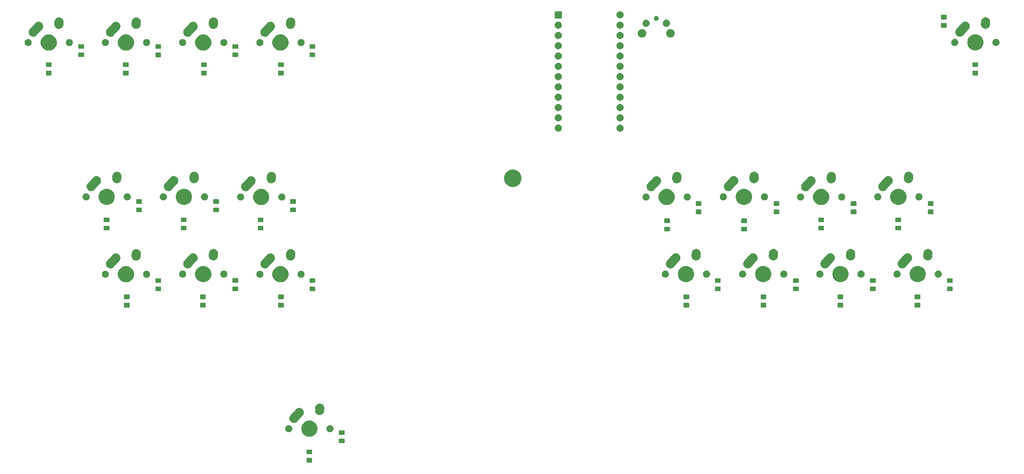
<source format=gbr>
G04 #@! TF.GenerationSoftware,KiCad,Pcbnew,5.0.1*
G04 #@! TF.CreationDate,2018-12-01T12:37:31-05:00*
G04 #@! TF.ProjectId,fightkeyb-pcb,66696768746B6579622D7063622E6B69,rev?*
G04 #@! TF.SameCoordinates,Original*
G04 #@! TF.FileFunction,Soldermask,Bot*
G04 #@! TF.FilePolarity,Negative*
%FSLAX46Y46*%
G04 Gerber Fmt 4.6, Leading zero omitted, Abs format (unit mm)*
G04 Created by KiCad (PCBNEW 5.0.1) date Sat 01 Dec 2018 12:37:31 PM EST*
%MOMM*%
%LPD*%
G01*
G04 APERTURE LIST*
%ADD10C,0.100000*%
G04 APERTURE END LIST*
D10*
G36*
X101963022Y-133981789D02*
X101996553Y-133991961D01*
X102027460Y-134008481D01*
X102054543Y-134030707D01*
X102076769Y-134057790D01*
X102093289Y-134088697D01*
X102103461Y-134122228D01*
X102107500Y-134163237D01*
X102107500Y-134942263D01*
X102103461Y-134983272D01*
X102093289Y-135016803D01*
X102076769Y-135047710D01*
X102054543Y-135074793D01*
X102027460Y-135097019D01*
X101996553Y-135113539D01*
X101963022Y-135123711D01*
X101922013Y-135127750D01*
X100892987Y-135127750D01*
X100851978Y-135123711D01*
X100818447Y-135113539D01*
X100787540Y-135097019D01*
X100760457Y-135074793D01*
X100738231Y-135047710D01*
X100721711Y-135016803D01*
X100711539Y-134983272D01*
X100707500Y-134942263D01*
X100707500Y-134163237D01*
X100711539Y-134122228D01*
X100721711Y-134088697D01*
X100738231Y-134057790D01*
X100760457Y-134030707D01*
X100787540Y-134008481D01*
X100818447Y-133991961D01*
X100851978Y-133981789D01*
X100892987Y-133977750D01*
X101922013Y-133977750D01*
X101963022Y-133981789D01*
X101963022Y-133981789D01*
G37*
G36*
X101963022Y-131931789D02*
X101996553Y-131941961D01*
X102027460Y-131958481D01*
X102054543Y-131980707D01*
X102076769Y-132007790D01*
X102093289Y-132038697D01*
X102103461Y-132072228D01*
X102107500Y-132113237D01*
X102107500Y-132892263D01*
X102103461Y-132933272D01*
X102093289Y-132966803D01*
X102076769Y-132997710D01*
X102054543Y-133024793D01*
X102027460Y-133047019D01*
X101996553Y-133063539D01*
X101963022Y-133073711D01*
X101922013Y-133077750D01*
X100892987Y-133077750D01*
X100851978Y-133073711D01*
X100818447Y-133063539D01*
X100787540Y-133047019D01*
X100760457Y-133024793D01*
X100738231Y-132997710D01*
X100721711Y-132966803D01*
X100711539Y-132933272D01*
X100707500Y-132892263D01*
X100707500Y-132113237D01*
X100711539Y-132072228D01*
X100721711Y-132038697D01*
X100738231Y-132007790D01*
X100760457Y-131980707D01*
X100787540Y-131958481D01*
X100818447Y-131941961D01*
X100851978Y-131931789D01*
X100892987Y-131927750D01*
X101922013Y-131927750D01*
X101963022Y-131931789D01*
X101963022Y-131931789D01*
G37*
G36*
X109963022Y-129231789D02*
X109996553Y-129241961D01*
X110027460Y-129258481D01*
X110054543Y-129280707D01*
X110076769Y-129307790D01*
X110093289Y-129338697D01*
X110103461Y-129372228D01*
X110107500Y-129413237D01*
X110107500Y-130192263D01*
X110103461Y-130233272D01*
X110093289Y-130266803D01*
X110076769Y-130297710D01*
X110054543Y-130324793D01*
X110027460Y-130347019D01*
X109996553Y-130363539D01*
X109963022Y-130373711D01*
X109922013Y-130377750D01*
X108892987Y-130377750D01*
X108851978Y-130373711D01*
X108818447Y-130363539D01*
X108787540Y-130347019D01*
X108760457Y-130324793D01*
X108738231Y-130297710D01*
X108721711Y-130266803D01*
X108711539Y-130233272D01*
X108707500Y-130192263D01*
X108707500Y-129413237D01*
X108711539Y-129372228D01*
X108721711Y-129338697D01*
X108738231Y-129307790D01*
X108760457Y-129280707D01*
X108787540Y-129258481D01*
X108818447Y-129241961D01*
X108851978Y-129231789D01*
X108892987Y-129227750D01*
X109922013Y-129227750D01*
X109963022Y-129231789D01*
X109963022Y-129231789D01*
G37*
G36*
X102022849Y-124860474D02*
X102385716Y-125010778D01*
X102712287Y-125228986D01*
X102990014Y-125506713D01*
X103208222Y-125833284D01*
X103358526Y-126196151D01*
X103435150Y-126581368D01*
X103435150Y-126974132D01*
X103358526Y-127359349D01*
X103208222Y-127722216D01*
X102990014Y-128048787D01*
X102712287Y-128326514D01*
X102385716Y-128544722D01*
X102022849Y-128695026D01*
X101637632Y-128771650D01*
X101244868Y-128771650D01*
X100859651Y-128695026D01*
X100496784Y-128544722D01*
X100170213Y-128326514D01*
X99892486Y-128048787D01*
X99674278Y-127722216D01*
X99523974Y-127359349D01*
X99447350Y-126974132D01*
X99447350Y-126581368D01*
X99523974Y-126196151D01*
X99674278Y-125833284D01*
X99892486Y-125506713D01*
X100170213Y-125228986D01*
X100496784Y-125010778D01*
X100859651Y-124860474D01*
X101244868Y-124783850D01*
X101637632Y-124783850D01*
X102022849Y-124860474D01*
X102022849Y-124860474D01*
G37*
G36*
X109963022Y-127181789D02*
X109996553Y-127191961D01*
X110027460Y-127208481D01*
X110054543Y-127230707D01*
X110076769Y-127257790D01*
X110093289Y-127288697D01*
X110103461Y-127322228D01*
X110107500Y-127363237D01*
X110107500Y-128142263D01*
X110103461Y-128183272D01*
X110093289Y-128216803D01*
X110076769Y-128247710D01*
X110054543Y-128274793D01*
X110027460Y-128297019D01*
X109996553Y-128313539D01*
X109963022Y-128323711D01*
X109922013Y-128327750D01*
X108892987Y-128327750D01*
X108851978Y-128323711D01*
X108818447Y-128313539D01*
X108787540Y-128297019D01*
X108760457Y-128274793D01*
X108738231Y-128247710D01*
X108721711Y-128216803D01*
X108711539Y-128183272D01*
X108707500Y-128142263D01*
X108707500Y-127363237D01*
X108711539Y-127322228D01*
X108721711Y-127288697D01*
X108738231Y-127257790D01*
X108760457Y-127230707D01*
X108787540Y-127208481D01*
X108818447Y-127191961D01*
X108851978Y-127181789D01*
X108892987Y-127177750D01*
X109922013Y-127177750D01*
X109963022Y-127181789D01*
X109963022Y-127181789D01*
G37*
G36*
X96616478Y-125936375D02*
X96775717Y-126002334D01*
X96919033Y-126098095D01*
X97040905Y-126219967D01*
X97136666Y-126363283D01*
X97202625Y-126522522D01*
X97236250Y-126691569D01*
X97236250Y-126863931D01*
X97202625Y-127032978D01*
X97136666Y-127192217D01*
X97040905Y-127335533D01*
X96919033Y-127457405D01*
X96775717Y-127553166D01*
X96616478Y-127619125D01*
X96447431Y-127652750D01*
X96275069Y-127652750D01*
X96106022Y-127619125D01*
X95946783Y-127553166D01*
X95803467Y-127457405D01*
X95681595Y-127335533D01*
X95585834Y-127192217D01*
X95519875Y-127032978D01*
X95486250Y-126863931D01*
X95486250Y-126691569D01*
X95519875Y-126522522D01*
X95585834Y-126363283D01*
X95681595Y-126219967D01*
X95803467Y-126098095D01*
X95946783Y-126002334D01*
X96106022Y-125936375D01*
X96275069Y-125902750D01*
X96447431Y-125902750D01*
X96616478Y-125936375D01*
X96616478Y-125936375D01*
G37*
G36*
X106776478Y-125936375D02*
X106935717Y-126002334D01*
X107079033Y-126098095D01*
X107200905Y-126219967D01*
X107296666Y-126363283D01*
X107362625Y-126522522D01*
X107396250Y-126691569D01*
X107396250Y-126863931D01*
X107362625Y-127032978D01*
X107296666Y-127192217D01*
X107200905Y-127335533D01*
X107079033Y-127457405D01*
X106935717Y-127553166D01*
X106776478Y-127619125D01*
X106607431Y-127652750D01*
X106435069Y-127652750D01*
X106266022Y-127619125D01*
X106106783Y-127553166D01*
X105963467Y-127457405D01*
X105841595Y-127335533D01*
X105745834Y-127192217D01*
X105679875Y-127032978D01*
X105646250Y-126863931D01*
X105646250Y-126691569D01*
X105679875Y-126522522D01*
X105745834Y-126363283D01*
X105841595Y-126219967D01*
X105963467Y-126098095D01*
X106106783Y-126002334D01*
X106266022Y-125936375D01*
X106435069Y-125902750D01*
X106607431Y-125902750D01*
X106776478Y-125936375D01*
X106776478Y-125936375D01*
G37*
G36*
X98963290Y-121652629D02*
X98968792Y-121652750D01*
X99052053Y-121652750D01*
X99067208Y-121655764D01*
X99086084Y-121658045D01*
X99099455Y-121658635D01*
X99101517Y-121658726D01*
X99133381Y-121666538D01*
X99182377Y-121678550D01*
X99187756Y-121679743D01*
X99269400Y-121695983D01*
X99283670Y-121701894D01*
X99301740Y-121707814D01*
X99316749Y-121711494D01*
X99392198Y-121746717D01*
X99397225Y-121748930D01*
X99474137Y-121780788D01*
X99486987Y-121789374D01*
X99503540Y-121798697D01*
X99517550Y-121805237D01*
X99517552Y-121805238D01*
X99584685Y-121854508D01*
X99589197Y-121857669D01*
X99658397Y-121903907D01*
X99669313Y-121914823D01*
X99683743Y-121927208D01*
X99696204Y-121936353D01*
X99752442Y-121997781D01*
X99756251Y-122001761D01*
X99815092Y-122060602D01*
X99823673Y-122073444D01*
X99835408Y-122088402D01*
X99845844Y-122099801D01*
X99889021Y-122171026D01*
X99891971Y-122175659D01*
X99938212Y-122244863D01*
X99944124Y-122259136D01*
X99952711Y-122276089D01*
X99960728Y-122289313D01*
X99989181Y-122367595D01*
X99991176Y-122372729D01*
X100011371Y-122421483D01*
X100023017Y-122449601D01*
X100026028Y-122464738D01*
X100031146Y-122483054D01*
X100036426Y-122497581D01*
X100049059Y-122579904D01*
X100050011Y-122585306D01*
X100060387Y-122637472D01*
X100066250Y-122666948D01*
X100066250Y-122682387D01*
X100067696Y-122701342D01*
X100070041Y-122716625D01*
X100067194Y-122781183D01*
X100066371Y-122799828D01*
X100066250Y-122805336D01*
X100066250Y-122888551D01*
X100063238Y-122903694D01*
X100060958Y-122922570D01*
X100060276Y-122938019D01*
X100040443Y-123018915D01*
X100039253Y-123024275D01*
X100023017Y-123105900D01*
X100017109Y-123120163D01*
X100011190Y-123138231D01*
X100007509Y-123153247D01*
X99972273Y-123228723D01*
X99970061Y-123233746D01*
X99938212Y-123310637D01*
X99929629Y-123323482D01*
X99920309Y-123340031D01*
X99913765Y-123354049D01*
X99864470Y-123421216D01*
X99861333Y-123425694D01*
X99819745Y-123487935D01*
X99815092Y-123494898D01*
X99760693Y-123549297D01*
X99756043Y-123554205D01*
X99668659Y-123651594D01*
X98431687Y-125030201D01*
X98309195Y-125142344D01*
X98119689Y-125257224D01*
X97911419Y-125332924D01*
X97692375Y-125366539D01*
X97692374Y-125366539D01*
X97470985Y-125356774D01*
X97373705Y-125332924D01*
X97255752Y-125304006D01*
X97054951Y-125210262D01*
X96876298Y-125079147D01*
X96726656Y-124915695D01*
X96611776Y-124726189D01*
X96536076Y-124517919D01*
X96502461Y-124298875D01*
X96512226Y-124077486D01*
X96564994Y-123862252D01*
X96658738Y-123661451D01*
X96756998Y-123527566D01*
X96852437Y-123421199D01*
X98044432Y-122092717D01*
X98055317Y-122078698D01*
X98067406Y-122060605D01*
X98067407Y-122060604D01*
X98067409Y-122060601D01*
X98121855Y-122006155D01*
X98126495Y-122001257D01*
X98140814Y-121985299D01*
X98161249Y-121966590D01*
X98165217Y-121962793D01*
X98224102Y-121903908D01*
X98236955Y-121895320D01*
X98251918Y-121883582D01*
X98263306Y-121873156D01*
X98334484Y-121830007D01*
X98339119Y-121827056D01*
X98408363Y-121780788D01*
X98422642Y-121774873D01*
X98439600Y-121766284D01*
X98452809Y-121758277D01*
X98531045Y-121729841D01*
X98536140Y-121727861D01*
X98613100Y-121695983D01*
X98628259Y-121692968D01*
X98646569Y-121687851D01*
X98661083Y-121682576D01*
X98743355Y-121669950D01*
X98748780Y-121668994D01*
X98830446Y-121652750D01*
X98845901Y-121652750D01*
X98864858Y-121651304D01*
X98873901Y-121649916D01*
X98880126Y-121648961D01*
X98880127Y-121648961D01*
X98963290Y-121652629D01*
X98963290Y-121652629D01*
G37*
G36*
X104065100Y-120571010D02*
X104085882Y-120572750D01*
X104092053Y-120572750D01*
X104182810Y-120590803D01*
X104186369Y-120591456D01*
X104277547Y-120606829D01*
X104283310Y-120609020D01*
X104303340Y-120614778D01*
X104309400Y-120615983D01*
X104394895Y-120651396D01*
X104398237Y-120652723D01*
X104427757Y-120663949D01*
X104484684Y-120685596D01*
X104489909Y-120688870D01*
X104508437Y-120698427D01*
X104514137Y-120700788D01*
X104591053Y-120752182D01*
X104594100Y-120754154D01*
X104672470Y-120803259D01*
X104672471Y-120803260D01*
X104676955Y-120807488D01*
X104693267Y-120820479D01*
X104698396Y-120823906D01*
X104763792Y-120889302D01*
X104766421Y-120891855D01*
X104791192Y-120915215D01*
X104833696Y-120955297D01*
X104837273Y-120960325D01*
X104850734Y-120976244D01*
X104855092Y-120980602D01*
X104906473Y-121057499D01*
X104908554Y-121060516D01*
X104962161Y-121135864D01*
X104964687Y-121141491D01*
X104974786Y-121159735D01*
X104978210Y-121164859D01*
X104978211Y-121164862D01*
X104978212Y-121164863D01*
X104988250Y-121189096D01*
X105013602Y-121250303D01*
X105015054Y-121253667D01*
X105052931Y-121338027D01*
X105054311Y-121344038D01*
X105060657Y-121363903D01*
X105063017Y-121369600D01*
X105081061Y-121460315D01*
X105081817Y-121463846D01*
X105102518Y-121554017D01*
X105102518Y-121554019D01*
X105102698Y-121560171D01*
X105105047Y-121580900D01*
X105106250Y-121586947D01*
X105106250Y-121679459D01*
X105106304Y-121683123D01*
X105106855Y-121701894D01*
X105107386Y-121720019D01*
X105106709Y-121729841D01*
X105106546Y-121732192D01*
X105106250Y-121740792D01*
X105106250Y-121808553D01*
X105101983Y-121830007D01*
X105100199Y-121838972D01*
X105098094Y-121854751D01*
X105082650Y-122078691D01*
X105059781Y-122410291D01*
X105045063Y-122497581D01*
X105032171Y-122574047D01*
X104953404Y-122781183D01*
X104888326Y-122885046D01*
X104835739Y-122968974D01*
X104683704Y-123130195D01*
X104503133Y-123258662D01*
X104300972Y-123349432D01*
X104217169Y-123368671D01*
X104084983Y-123399018D01*
X103863474Y-123405514D01*
X103644953Y-123368671D01*
X103437817Y-123289904D01*
X103333954Y-123224826D01*
X103250026Y-123172239D01*
X103088805Y-123020204D01*
X102960338Y-122839633D01*
X102869568Y-122637472D01*
X102837453Y-122497584D01*
X102819982Y-122421483D01*
X102815114Y-122255481D01*
X102841481Y-121873156D01*
X102855954Y-121663301D01*
X102856250Y-121654701D01*
X102856250Y-121586946D01*
X102874295Y-121496228D01*
X102874957Y-121492624D01*
X102883583Y-121441464D01*
X102890329Y-121401452D01*
X102892521Y-121395686D01*
X102898278Y-121375660D01*
X102899483Y-121369600D01*
X102934896Y-121284105D01*
X102936229Y-121280749D01*
X102969095Y-121194319D01*
X102969096Y-121194317D01*
X102972371Y-121189090D01*
X102981927Y-121170562D01*
X102984288Y-121164863D01*
X103035697Y-121087925D01*
X103037654Y-121084899D01*
X103086760Y-121006527D01*
X103090989Y-121002042D01*
X103103981Y-120985730D01*
X103107406Y-120980604D01*
X103172795Y-120915215D01*
X103175348Y-120912587D01*
X103238797Y-120845304D01*
X103243821Y-120841730D01*
X103259745Y-120828265D01*
X103264104Y-120823906D01*
X103340996Y-120772528D01*
X103344012Y-120770448D01*
X103419364Y-120716839D01*
X103424989Y-120714314D01*
X103443235Y-120704214D01*
X103448363Y-120700788D01*
X103533829Y-120665387D01*
X103537161Y-120663949D01*
X103621527Y-120626069D01*
X103621529Y-120626069D01*
X103621530Y-120626068D01*
X103627541Y-120624688D01*
X103647401Y-120618344D01*
X103653100Y-120615983D01*
X103743837Y-120597934D01*
X103747354Y-120597182D01*
X103837518Y-120576482D01*
X103843676Y-120576301D01*
X103864398Y-120573953D01*
X103870447Y-120572750D01*
X103962952Y-120572750D01*
X103966616Y-120572696D01*
X104059026Y-120569986D01*
X104065100Y-120571010D01*
X104065100Y-120571010D01*
G37*
G36*
X75713022Y-95731789D02*
X75746553Y-95741961D01*
X75777460Y-95758481D01*
X75804543Y-95780707D01*
X75826769Y-95807790D01*
X75843289Y-95838697D01*
X75853461Y-95872228D01*
X75857500Y-95913237D01*
X75857500Y-96692263D01*
X75853461Y-96733272D01*
X75843289Y-96766803D01*
X75826769Y-96797710D01*
X75804543Y-96824793D01*
X75777460Y-96847019D01*
X75746553Y-96863539D01*
X75713022Y-96873711D01*
X75672013Y-96877750D01*
X74642987Y-96877750D01*
X74601978Y-96873711D01*
X74568447Y-96863539D01*
X74537540Y-96847019D01*
X74510457Y-96824793D01*
X74488231Y-96797710D01*
X74471711Y-96766803D01*
X74461539Y-96733272D01*
X74457500Y-96692263D01*
X74457500Y-95913237D01*
X74461539Y-95872228D01*
X74471711Y-95838697D01*
X74488231Y-95807790D01*
X74510457Y-95780707D01*
X74537540Y-95758481D01*
X74568447Y-95741961D01*
X74601978Y-95731789D01*
X74642987Y-95727750D01*
X75672013Y-95727750D01*
X75713022Y-95731789D01*
X75713022Y-95731789D01*
G37*
G36*
X56963022Y-95731789D02*
X56996553Y-95741961D01*
X57027460Y-95758481D01*
X57054543Y-95780707D01*
X57076769Y-95807790D01*
X57093289Y-95838697D01*
X57103461Y-95872228D01*
X57107500Y-95913237D01*
X57107500Y-96692263D01*
X57103461Y-96733272D01*
X57093289Y-96766803D01*
X57076769Y-96797710D01*
X57054543Y-96824793D01*
X57027460Y-96847019D01*
X56996553Y-96863539D01*
X56963022Y-96873711D01*
X56922013Y-96877750D01*
X55892987Y-96877750D01*
X55851978Y-96873711D01*
X55818447Y-96863539D01*
X55787540Y-96847019D01*
X55760457Y-96824793D01*
X55738231Y-96797710D01*
X55721711Y-96766803D01*
X55711539Y-96733272D01*
X55707500Y-96692263D01*
X55707500Y-95913237D01*
X55711539Y-95872228D01*
X55721711Y-95838697D01*
X55738231Y-95807790D01*
X55760457Y-95780707D01*
X55787540Y-95758481D01*
X55818447Y-95741961D01*
X55851978Y-95731789D01*
X55892987Y-95727750D01*
X56922013Y-95727750D01*
X56963022Y-95731789D01*
X56963022Y-95731789D01*
G37*
G36*
X94963022Y-95731789D02*
X94996553Y-95741961D01*
X95027460Y-95758481D01*
X95054543Y-95780707D01*
X95076769Y-95807790D01*
X95093289Y-95838697D01*
X95103461Y-95872228D01*
X95107500Y-95913237D01*
X95107500Y-96692263D01*
X95103461Y-96733272D01*
X95093289Y-96766803D01*
X95076769Y-96797710D01*
X95054543Y-96824793D01*
X95027460Y-96847019D01*
X94996553Y-96863539D01*
X94963022Y-96873711D01*
X94922013Y-96877750D01*
X93892987Y-96877750D01*
X93851978Y-96873711D01*
X93818447Y-96863539D01*
X93787540Y-96847019D01*
X93760457Y-96824793D01*
X93738231Y-96797710D01*
X93721711Y-96766803D01*
X93711539Y-96733272D01*
X93707500Y-96692263D01*
X93707500Y-95913237D01*
X93711539Y-95872228D01*
X93721711Y-95838697D01*
X93738231Y-95807790D01*
X93760457Y-95780707D01*
X93787540Y-95758481D01*
X93818447Y-95741961D01*
X93851978Y-95731789D01*
X93892987Y-95727750D01*
X94922013Y-95727750D01*
X94963022Y-95731789D01*
X94963022Y-95731789D01*
G37*
G36*
X194963022Y-95731789D02*
X194996553Y-95741961D01*
X195027460Y-95758481D01*
X195054543Y-95780707D01*
X195076769Y-95807790D01*
X195093289Y-95838697D01*
X195103461Y-95872228D01*
X195107500Y-95913237D01*
X195107500Y-96692263D01*
X195103461Y-96733272D01*
X195093289Y-96766803D01*
X195076769Y-96797710D01*
X195054543Y-96824793D01*
X195027460Y-96847019D01*
X194996553Y-96863539D01*
X194963022Y-96873711D01*
X194922013Y-96877750D01*
X193892987Y-96877750D01*
X193851978Y-96873711D01*
X193818447Y-96863539D01*
X193787540Y-96847019D01*
X193760457Y-96824793D01*
X193738231Y-96797710D01*
X193721711Y-96766803D01*
X193711539Y-96733272D01*
X193707500Y-96692263D01*
X193707500Y-95913237D01*
X193711539Y-95872228D01*
X193721711Y-95838697D01*
X193738231Y-95807790D01*
X193760457Y-95780707D01*
X193787540Y-95758481D01*
X193818447Y-95741961D01*
X193851978Y-95731789D01*
X193892987Y-95727750D01*
X194922013Y-95727750D01*
X194963022Y-95731789D01*
X194963022Y-95731789D01*
G37*
G36*
X213963022Y-95731789D02*
X213996553Y-95741961D01*
X214027460Y-95758481D01*
X214054543Y-95780707D01*
X214076769Y-95807790D01*
X214093289Y-95838697D01*
X214103461Y-95872228D01*
X214107500Y-95913237D01*
X214107500Y-96692263D01*
X214103461Y-96733272D01*
X214093289Y-96766803D01*
X214076769Y-96797710D01*
X214054543Y-96824793D01*
X214027460Y-96847019D01*
X213996553Y-96863539D01*
X213963022Y-96873711D01*
X213922013Y-96877750D01*
X212892987Y-96877750D01*
X212851978Y-96873711D01*
X212818447Y-96863539D01*
X212787540Y-96847019D01*
X212760457Y-96824793D01*
X212738231Y-96797710D01*
X212721711Y-96766803D01*
X212711539Y-96733272D01*
X212707500Y-96692263D01*
X212707500Y-95913237D01*
X212711539Y-95872228D01*
X212721711Y-95838697D01*
X212738231Y-95807790D01*
X212760457Y-95780707D01*
X212787540Y-95758481D01*
X212818447Y-95741961D01*
X212851978Y-95731789D01*
X212892987Y-95727750D01*
X213922013Y-95727750D01*
X213963022Y-95731789D01*
X213963022Y-95731789D01*
G37*
G36*
X232963022Y-95731789D02*
X232996553Y-95741961D01*
X233027460Y-95758481D01*
X233054543Y-95780707D01*
X233076769Y-95807790D01*
X233093289Y-95838697D01*
X233103461Y-95872228D01*
X233107500Y-95913237D01*
X233107500Y-96692263D01*
X233103461Y-96733272D01*
X233093289Y-96766803D01*
X233076769Y-96797710D01*
X233054543Y-96824793D01*
X233027460Y-96847019D01*
X232996553Y-96863539D01*
X232963022Y-96873711D01*
X232922013Y-96877750D01*
X231892987Y-96877750D01*
X231851978Y-96873711D01*
X231818447Y-96863539D01*
X231787540Y-96847019D01*
X231760457Y-96824793D01*
X231738231Y-96797710D01*
X231721711Y-96766803D01*
X231711539Y-96733272D01*
X231707500Y-96692263D01*
X231707500Y-95913237D01*
X231711539Y-95872228D01*
X231721711Y-95838697D01*
X231738231Y-95807790D01*
X231760457Y-95780707D01*
X231787540Y-95758481D01*
X231818447Y-95741961D01*
X231851978Y-95731789D01*
X231892987Y-95727750D01*
X232922013Y-95727750D01*
X232963022Y-95731789D01*
X232963022Y-95731789D01*
G37*
G36*
X251963022Y-95731789D02*
X251996553Y-95741961D01*
X252027460Y-95758481D01*
X252054543Y-95780707D01*
X252076769Y-95807790D01*
X252093289Y-95838697D01*
X252103461Y-95872228D01*
X252107500Y-95913237D01*
X252107500Y-96692263D01*
X252103461Y-96733272D01*
X252093289Y-96766803D01*
X252076769Y-96797710D01*
X252054543Y-96824793D01*
X252027460Y-96847019D01*
X251996553Y-96863539D01*
X251963022Y-96873711D01*
X251922013Y-96877750D01*
X250892987Y-96877750D01*
X250851978Y-96873711D01*
X250818447Y-96863539D01*
X250787540Y-96847019D01*
X250760457Y-96824793D01*
X250738231Y-96797710D01*
X250721711Y-96766803D01*
X250711539Y-96733272D01*
X250707500Y-96692263D01*
X250707500Y-95913237D01*
X250711539Y-95872228D01*
X250721711Y-95838697D01*
X250738231Y-95807790D01*
X250760457Y-95780707D01*
X250787540Y-95758481D01*
X250818447Y-95741961D01*
X250851978Y-95731789D01*
X250892987Y-95727750D01*
X251922013Y-95727750D01*
X251963022Y-95731789D01*
X251963022Y-95731789D01*
G37*
G36*
X251963022Y-93681789D02*
X251996553Y-93691961D01*
X252027460Y-93708481D01*
X252054543Y-93730707D01*
X252076769Y-93757790D01*
X252093289Y-93788697D01*
X252103461Y-93822228D01*
X252107500Y-93863237D01*
X252107500Y-94642263D01*
X252103461Y-94683272D01*
X252093289Y-94716803D01*
X252076769Y-94747710D01*
X252054543Y-94774793D01*
X252027460Y-94797019D01*
X251996553Y-94813539D01*
X251963022Y-94823711D01*
X251922013Y-94827750D01*
X250892987Y-94827750D01*
X250851978Y-94823711D01*
X250818447Y-94813539D01*
X250787540Y-94797019D01*
X250760457Y-94774793D01*
X250738231Y-94747710D01*
X250721711Y-94716803D01*
X250711539Y-94683272D01*
X250707500Y-94642263D01*
X250707500Y-93863237D01*
X250711539Y-93822228D01*
X250721711Y-93788697D01*
X250738231Y-93757790D01*
X250760457Y-93730707D01*
X250787540Y-93708481D01*
X250818447Y-93691961D01*
X250851978Y-93681789D01*
X250892987Y-93677750D01*
X251922013Y-93677750D01*
X251963022Y-93681789D01*
X251963022Y-93681789D01*
G37*
G36*
X56963022Y-93681789D02*
X56996553Y-93691961D01*
X57027460Y-93708481D01*
X57054543Y-93730707D01*
X57076769Y-93757790D01*
X57093289Y-93788697D01*
X57103461Y-93822228D01*
X57107500Y-93863237D01*
X57107500Y-94642263D01*
X57103461Y-94683272D01*
X57093289Y-94716803D01*
X57076769Y-94747710D01*
X57054543Y-94774793D01*
X57027460Y-94797019D01*
X56996553Y-94813539D01*
X56963022Y-94823711D01*
X56922013Y-94827750D01*
X55892987Y-94827750D01*
X55851978Y-94823711D01*
X55818447Y-94813539D01*
X55787540Y-94797019D01*
X55760457Y-94774793D01*
X55738231Y-94747710D01*
X55721711Y-94716803D01*
X55711539Y-94683272D01*
X55707500Y-94642263D01*
X55707500Y-93863237D01*
X55711539Y-93822228D01*
X55721711Y-93788697D01*
X55738231Y-93757790D01*
X55760457Y-93730707D01*
X55787540Y-93708481D01*
X55818447Y-93691961D01*
X55851978Y-93681789D01*
X55892987Y-93677750D01*
X56922013Y-93677750D01*
X56963022Y-93681789D01*
X56963022Y-93681789D01*
G37*
G36*
X75713022Y-93681789D02*
X75746553Y-93691961D01*
X75777460Y-93708481D01*
X75804543Y-93730707D01*
X75826769Y-93757790D01*
X75843289Y-93788697D01*
X75853461Y-93822228D01*
X75857500Y-93863237D01*
X75857500Y-94642263D01*
X75853461Y-94683272D01*
X75843289Y-94716803D01*
X75826769Y-94747710D01*
X75804543Y-94774793D01*
X75777460Y-94797019D01*
X75746553Y-94813539D01*
X75713022Y-94823711D01*
X75672013Y-94827750D01*
X74642987Y-94827750D01*
X74601978Y-94823711D01*
X74568447Y-94813539D01*
X74537540Y-94797019D01*
X74510457Y-94774793D01*
X74488231Y-94747710D01*
X74471711Y-94716803D01*
X74461539Y-94683272D01*
X74457500Y-94642263D01*
X74457500Y-93863237D01*
X74461539Y-93822228D01*
X74471711Y-93788697D01*
X74488231Y-93757790D01*
X74510457Y-93730707D01*
X74537540Y-93708481D01*
X74568447Y-93691961D01*
X74601978Y-93681789D01*
X74642987Y-93677750D01*
X75672013Y-93677750D01*
X75713022Y-93681789D01*
X75713022Y-93681789D01*
G37*
G36*
X94963022Y-93681789D02*
X94996553Y-93691961D01*
X95027460Y-93708481D01*
X95054543Y-93730707D01*
X95076769Y-93757790D01*
X95093289Y-93788697D01*
X95103461Y-93822228D01*
X95107500Y-93863237D01*
X95107500Y-94642263D01*
X95103461Y-94683272D01*
X95093289Y-94716803D01*
X95076769Y-94747710D01*
X95054543Y-94774793D01*
X95027460Y-94797019D01*
X94996553Y-94813539D01*
X94963022Y-94823711D01*
X94922013Y-94827750D01*
X93892987Y-94827750D01*
X93851978Y-94823711D01*
X93818447Y-94813539D01*
X93787540Y-94797019D01*
X93760457Y-94774793D01*
X93738231Y-94747710D01*
X93721711Y-94716803D01*
X93711539Y-94683272D01*
X93707500Y-94642263D01*
X93707500Y-93863237D01*
X93711539Y-93822228D01*
X93721711Y-93788697D01*
X93738231Y-93757790D01*
X93760457Y-93730707D01*
X93787540Y-93708481D01*
X93818447Y-93691961D01*
X93851978Y-93681789D01*
X93892987Y-93677750D01*
X94922013Y-93677750D01*
X94963022Y-93681789D01*
X94963022Y-93681789D01*
G37*
G36*
X194963022Y-93681789D02*
X194996553Y-93691961D01*
X195027460Y-93708481D01*
X195054543Y-93730707D01*
X195076769Y-93757790D01*
X195093289Y-93788697D01*
X195103461Y-93822228D01*
X195107500Y-93863237D01*
X195107500Y-94642263D01*
X195103461Y-94683272D01*
X195093289Y-94716803D01*
X195076769Y-94747710D01*
X195054543Y-94774793D01*
X195027460Y-94797019D01*
X194996553Y-94813539D01*
X194963022Y-94823711D01*
X194922013Y-94827750D01*
X193892987Y-94827750D01*
X193851978Y-94823711D01*
X193818447Y-94813539D01*
X193787540Y-94797019D01*
X193760457Y-94774793D01*
X193738231Y-94747710D01*
X193721711Y-94716803D01*
X193711539Y-94683272D01*
X193707500Y-94642263D01*
X193707500Y-93863237D01*
X193711539Y-93822228D01*
X193721711Y-93788697D01*
X193738231Y-93757790D01*
X193760457Y-93730707D01*
X193787540Y-93708481D01*
X193818447Y-93691961D01*
X193851978Y-93681789D01*
X193892987Y-93677750D01*
X194922013Y-93677750D01*
X194963022Y-93681789D01*
X194963022Y-93681789D01*
G37*
G36*
X213963022Y-93681789D02*
X213996553Y-93691961D01*
X214027460Y-93708481D01*
X214054543Y-93730707D01*
X214076769Y-93757790D01*
X214093289Y-93788697D01*
X214103461Y-93822228D01*
X214107500Y-93863237D01*
X214107500Y-94642263D01*
X214103461Y-94683272D01*
X214093289Y-94716803D01*
X214076769Y-94747710D01*
X214054543Y-94774793D01*
X214027460Y-94797019D01*
X213996553Y-94813539D01*
X213963022Y-94823711D01*
X213922013Y-94827750D01*
X212892987Y-94827750D01*
X212851978Y-94823711D01*
X212818447Y-94813539D01*
X212787540Y-94797019D01*
X212760457Y-94774793D01*
X212738231Y-94747710D01*
X212721711Y-94716803D01*
X212711539Y-94683272D01*
X212707500Y-94642263D01*
X212707500Y-93863237D01*
X212711539Y-93822228D01*
X212721711Y-93788697D01*
X212738231Y-93757790D01*
X212760457Y-93730707D01*
X212787540Y-93708481D01*
X212818447Y-93691961D01*
X212851978Y-93681789D01*
X212892987Y-93677750D01*
X213922013Y-93677750D01*
X213963022Y-93681789D01*
X213963022Y-93681789D01*
G37*
G36*
X232963022Y-93681789D02*
X232996553Y-93691961D01*
X233027460Y-93708481D01*
X233054543Y-93730707D01*
X233076769Y-93757790D01*
X233093289Y-93788697D01*
X233103461Y-93822228D01*
X233107500Y-93863237D01*
X233107500Y-94642263D01*
X233103461Y-94683272D01*
X233093289Y-94716803D01*
X233076769Y-94747710D01*
X233054543Y-94774793D01*
X233027460Y-94797019D01*
X232996553Y-94813539D01*
X232963022Y-94823711D01*
X232922013Y-94827750D01*
X231892987Y-94827750D01*
X231851978Y-94823711D01*
X231818447Y-94813539D01*
X231787540Y-94797019D01*
X231760457Y-94774793D01*
X231738231Y-94747710D01*
X231721711Y-94716803D01*
X231711539Y-94683272D01*
X231707500Y-94642263D01*
X231707500Y-93863237D01*
X231711539Y-93822228D01*
X231721711Y-93788697D01*
X231738231Y-93757790D01*
X231760457Y-93730707D01*
X231787540Y-93708481D01*
X231818447Y-93691961D01*
X231851978Y-93681789D01*
X231892987Y-93677750D01*
X232922013Y-93677750D01*
X232963022Y-93681789D01*
X232963022Y-93681789D01*
G37*
G36*
X240963022Y-91731789D02*
X240996553Y-91741961D01*
X241027460Y-91758481D01*
X241054543Y-91780707D01*
X241076769Y-91807790D01*
X241093289Y-91838697D01*
X241103461Y-91872228D01*
X241107500Y-91913237D01*
X241107500Y-92692263D01*
X241103461Y-92733272D01*
X241093289Y-92766803D01*
X241076769Y-92797710D01*
X241054543Y-92824793D01*
X241027460Y-92847019D01*
X240996553Y-92863539D01*
X240963022Y-92873711D01*
X240922013Y-92877750D01*
X239892987Y-92877750D01*
X239851978Y-92873711D01*
X239818447Y-92863539D01*
X239787540Y-92847019D01*
X239760457Y-92824793D01*
X239738231Y-92797710D01*
X239721711Y-92766803D01*
X239711539Y-92733272D01*
X239707500Y-92692263D01*
X239707500Y-91913237D01*
X239711539Y-91872228D01*
X239721711Y-91838697D01*
X239738231Y-91807790D01*
X239760457Y-91780707D01*
X239787540Y-91758481D01*
X239818447Y-91741961D01*
X239851978Y-91731789D01*
X239892987Y-91727750D01*
X240922013Y-91727750D01*
X240963022Y-91731789D01*
X240963022Y-91731789D01*
G37*
G36*
X259963022Y-91731789D02*
X259996553Y-91741961D01*
X260027460Y-91758481D01*
X260054543Y-91780707D01*
X260076769Y-91807790D01*
X260093289Y-91838697D01*
X260103461Y-91872228D01*
X260107500Y-91913237D01*
X260107500Y-92692263D01*
X260103461Y-92733272D01*
X260093289Y-92766803D01*
X260076769Y-92797710D01*
X260054543Y-92824793D01*
X260027460Y-92847019D01*
X259996553Y-92863539D01*
X259963022Y-92873711D01*
X259922013Y-92877750D01*
X258892987Y-92877750D01*
X258851978Y-92873711D01*
X258818447Y-92863539D01*
X258787540Y-92847019D01*
X258760457Y-92824793D01*
X258738231Y-92797710D01*
X258721711Y-92766803D01*
X258711539Y-92733272D01*
X258707500Y-92692263D01*
X258707500Y-91913237D01*
X258711539Y-91872228D01*
X258721711Y-91838697D01*
X258738231Y-91807790D01*
X258760457Y-91780707D01*
X258787540Y-91758481D01*
X258818447Y-91741961D01*
X258851978Y-91731789D01*
X258892987Y-91727750D01*
X259922013Y-91727750D01*
X259963022Y-91731789D01*
X259963022Y-91731789D01*
G37*
G36*
X221963022Y-91731789D02*
X221996553Y-91741961D01*
X222027460Y-91758481D01*
X222054543Y-91780707D01*
X222076769Y-91807790D01*
X222093289Y-91838697D01*
X222103461Y-91872228D01*
X222107500Y-91913237D01*
X222107500Y-92692263D01*
X222103461Y-92733272D01*
X222093289Y-92766803D01*
X222076769Y-92797710D01*
X222054543Y-92824793D01*
X222027460Y-92847019D01*
X221996553Y-92863539D01*
X221963022Y-92873711D01*
X221922013Y-92877750D01*
X220892987Y-92877750D01*
X220851978Y-92873711D01*
X220818447Y-92863539D01*
X220787540Y-92847019D01*
X220760457Y-92824793D01*
X220738231Y-92797710D01*
X220721711Y-92766803D01*
X220711539Y-92733272D01*
X220707500Y-92692263D01*
X220707500Y-91913237D01*
X220711539Y-91872228D01*
X220721711Y-91838697D01*
X220738231Y-91807790D01*
X220760457Y-91780707D01*
X220787540Y-91758481D01*
X220818447Y-91741961D01*
X220851978Y-91731789D01*
X220892987Y-91727750D01*
X221922013Y-91727750D01*
X221963022Y-91731789D01*
X221963022Y-91731789D01*
G37*
G36*
X202713022Y-91731789D02*
X202746553Y-91741961D01*
X202777460Y-91758481D01*
X202804543Y-91780707D01*
X202826769Y-91807790D01*
X202843289Y-91838697D01*
X202853461Y-91872228D01*
X202857500Y-91913237D01*
X202857500Y-92692263D01*
X202853461Y-92733272D01*
X202843289Y-92766803D01*
X202826769Y-92797710D01*
X202804543Y-92824793D01*
X202777460Y-92847019D01*
X202746553Y-92863539D01*
X202713022Y-92873711D01*
X202672013Y-92877750D01*
X201642987Y-92877750D01*
X201601978Y-92873711D01*
X201568447Y-92863539D01*
X201537540Y-92847019D01*
X201510457Y-92824793D01*
X201488231Y-92797710D01*
X201471711Y-92766803D01*
X201461539Y-92733272D01*
X201457500Y-92692263D01*
X201457500Y-91913237D01*
X201461539Y-91872228D01*
X201471711Y-91838697D01*
X201488231Y-91807790D01*
X201510457Y-91780707D01*
X201537540Y-91758481D01*
X201568447Y-91741961D01*
X201601978Y-91731789D01*
X201642987Y-91727750D01*
X202672013Y-91727750D01*
X202713022Y-91731789D01*
X202713022Y-91731789D01*
G37*
G36*
X102713022Y-91731789D02*
X102746553Y-91741961D01*
X102777460Y-91758481D01*
X102804543Y-91780707D01*
X102826769Y-91807790D01*
X102843289Y-91838697D01*
X102853461Y-91872228D01*
X102857500Y-91913237D01*
X102857500Y-92692263D01*
X102853461Y-92733272D01*
X102843289Y-92766803D01*
X102826769Y-92797710D01*
X102804543Y-92824793D01*
X102777460Y-92847019D01*
X102746553Y-92863539D01*
X102713022Y-92873711D01*
X102672013Y-92877750D01*
X101642987Y-92877750D01*
X101601978Y-92873711D01*
X101568447Y-92863539D01*
X101537540Y-92847019D01*
X101510457Y-92824793D01*
X101488231Y-92797710D01*
X101471711Y-92766803D01*
X101461539Y-92733272D01*
X101457500Y-92692263D01*
X101457500Y-91913237D01*
X101461539Y-91872228D01*
X101471711Y-91838697D01*
X101488231Y-91807790D01*
X101510457Y-91780707D01*
X101537540Y-91758481D01*
X101568447Y-91741961D01*
X101601978Y-91731789D01*
X101642987Y-91727750D01*
X102672013Y-91727750D01*
X102713022Y-91731789D01*
X102713022Y-91731789D01*
G37*
G36*
X64713022Y-91731789D02*
X64746553Y-91741961D01*
X64777460Y-91758481D01*
X64804543Y-91780707D01*
X64826769Y-91807790D01*
X64843289Y-91838697D01*
X64853461Y-91872228D01*
X64857500Y-91913237D01*
X64857500Y-92692263D01*
X64853461Y-92733272D01*
X64843289Y-92766803D01*
X64826769Y-92797710D01*
X64804543Y-92824793D01*
X64777460Y-92847019D01*
X64746553Y-92863539D01*
X64713022Y-92873711D01*
X64672013Y-92877750D01*
X63642987Y-92877750D01*
X63601978Y-92873711D01*
X63568447Y-92863539D01*
X63537540Y-92847019D01*
X63510457Y-92824793D01*
X63488231Y-92797710D01*
X63471711Y-92766803D01*
X63461539Y-92733272D01*
X63457500Y-92692263D01*
X63457500Y-91913237D01*
X63461539Y-91872228D01*
X63471711Y-91838697D01*
X63488231Y-91807790D01*
X63510457Y-91780707D01*
X63537540Y-91758481D01*
X63568447Y-91741961D01*
X63601978Y-91731789D01*
X63642987Y-91727750D01*
X64672013Y-91727750D01*
X64713022Y-91731789D01*
X64713022Y-91731789D01*
G37*
G36*
X83713022Y-91706789D02*
X83746553Y-91716961D01*
X83777460Y-91733481D01*
X83804543Y-91755707D01*
X83826769Y-91782790D01*
X83843289Y-91813697D01*
X83853461Y-91847228D01*
X83857500Y-91888237D01*
X83857500Y-92667263D01*
X83853461Y-92708272D01*
X83843289Y-92741803D01*
X83826769Y-92772710D01*
X83804543Y-92799793D01*
X83777460Y-92822019D01*
X83746553Y-92838539D01*
X83713022Y-92848711D01*
X83672013Y-92852750D01*
X82642987Y-92852750D01*
X82601978Y-92848711D01*
X82568447Y-92838539D01*
X82537540Y-92822019D01*
X82510457Y-92799793D01*
X82488231Y-92772710D01*
X82471711Y-92741803D01*
X82461539Y-92708272D01*
X82457500Y-92667263D01*
X82457500Y-91888237D01*
X82461539Y-91847228D01*
X82471711Y-91813697D01*
X82488231Y-91782790D01*
X82510457Y-91755707D01*
X82537540Y-91733481D01*
X82568447Y-91716961D01*
X82601978Y-91706789D01*
X82642987Y-91702750D01*
X83672013Y-91702750D01*
X83713022Y-91706789D01*
X83713022Y-91706789D01*
G37*
G36*
X240963022Y-89681789D02*
X240996553Y-89691961D01*
X241027460Y-89708481D01*
X241054543Y-89730707D01*
X241076769Y-89757790D01*
X241093289Y-89788697D01*
X241103461Y-89822228D01*
X241107500Y-89863237D01*
X241107500Y-90642263D01*
X241103461Y-90683272D01*
X241093289Y-90716803D01*
X241076769Y-90747710D01*
X241054543Y-90774793D01*
X241027460Y-90797019D01*
X240996553Y-90813539D01*
X240963022Y-90823711D01*
X240922013Y-90827750D01*
X239892987Y-90827750D01*
X239851978Y-90823711D01*
X239818447Y-90813539D01*
X239787540Y-90797019D01*
X239760457Y-90774793D01*
X239738231Y-90747710D01*
X239721711Y-90716803D01*
X239711539Y-90683272D01*
X239707500Y-90642263D01*
X239707500Y-89863237D01*
X239711539Y-89822228D01*
X239721711Y-89788697D01*
X239738231Y-89757790D01*
X239760457Y-89730707D01*
X239787540Y-89708481D01*
X239818447Y-89691961D01*
X239851978Y-89681789D01*
X239892987Y-89677750D01*
X240922013Y-89677750D01*
X240963022Y-89681789D01*
X240963022Y-89681789D01*
G37*
G36*
X259963022Y-89681789D02*
X259996553Y-89691961D01*
X260027460Y-89708481D01*
X260054543Y-89730707D01*
X260076769Y-89757790D01*
X260093289Y-89788697D01*
X260103461Y-89822228D01*
X260107500Y-89863237D01*
X260107500Y-90642263D01*
X260103461Y-90683272D01*
X260093289Y-90716803D01*
X260076769Y-90747710D01*
X260054543Y-90774793D01*
X260027460Y-90797019D01*
X259996553Y-90813539D01*
X259963022Y-90823711D01*
X259922013Y-90827750D01*
X258892987Y-90827750D01*
X258851978Y-90823711D01*
X258818447Y-90813539D01*
X258787540Y-90797019D01*
X258760457Y-90774793D01*
X258738231Y-90747710D01*
X258721711Y-90716803D01*
X258711539Y-90683272D01*
X258707500Y-90642263D01*
X258707500Y-89863237D01*
X258711539Y-89822228D01*
X258721711Y-89788697D01*
X258738231Y-89757790D01*
X258760457Y-89730707D01*
X258787540Y-89708481D01*
X258818447Y-89691961D01*
X258851978Y-89681789D01*
X258892987Y-89677750D01*
X259922013Y-89677750D01*
X259963022Y-89681789D01*
X259963022Y-89681789D01*
G37*
G36*
X221963022Y-89681789D02*
X221996553Y-89691961D01*
X222027460Y-89708481D01*
X222054543Y-89730707D01*
X222076769Y-89757790D01*
X222093289Y-89788697D01*
X222103461Y-89822228D01*
X222107500Y-89863237D01*
X222107500Y-90642263D01*
X222103461Y-90683272D01*
X222093289Y-90716803D01*
X222076769Y-90747710D01*
X222054543Y-90774793D01*
X222027460Y-90797019D01*
X221996553Y-90813539D01*
X221963022Y-90823711D01*
X221922013Y-90827750D01*
X220892987Y-90827750D01*
X220851978Y-90823711D01*
X220818447Y-90813539D01*
X220787540Y-90797019D01*
X220760457Y-90774793D01*
X220738231Y-90747710D01*
X220721711Y-90716803D01*
X220711539Y-90683272D01*
X220707500Y-90642263D01*
X220707500Y-89863237D01*
X220711539Y-89822228D01*
X220721711Y-89788697D01*
X220738231Y-89757790D01*
X220760457Y-89730707D01*
X220787540Y-89708481D01*
X220818447Y-89691961D01*
X220851978Y-89681789D01*
X220892987Y-89677750D01*
X221922013Y-89677750D01*
X221963022Y-89681789D01*
X221963022Y-89681789D01*
G37*
G36*
X202713022Y-89681789D02*
X202746553Y-89691961D01*
X202777460Y-89708481D01*
X202804543Y-89730707D01*
X202826769Y-89757790D01*
X202843289Y-89788697D01*
X202853461Y-89822228D01*
X202857500Y-89863237D01*
X202857500Y-90642263D01*
X202853461Y-90683272D01*
X202843289Y-90716803D01*
X202826769Y-90747710D01*
X202804543Y-90774793D01*
X202777460Y-90797019D01*
X202746553Y-90813539D01*
X202713022Y-90823711D01*
X202672013Y-90827750D01*
X201642987Y-90827750D01*
X201601978Y-90823711D01*
X201568447Y-90813539D01*
X201537540Y-90797019D01*
X201510457Y-90774793D01*
X201488231Y-90747710D01*
X201471711Y-90716803D01*
X201461539Y-90683272D01*
X201457500Y-90642263D01*
X201457500Y-89863237D01*
X201461539Y-89822228D01*
X201471711Y-89788697D01*
X201488231Y-89757790D01*
X201510457Y-89730707D01*
X201537540Y-89708481D01*
X201568447Y-89691961D01*
X201601978Y-89681789D01*
X201642987Y-89677750D01*
X202672013Y-89677750D01*
X202713022Y-89681789D01*
X202713022Y-89681789D01*
G37*
G36*
X102713022Y-89681789D02*
X102746553Y-89691961D01*
X102777460Y-89708481D01*
X102804543Y-89730707D01*
X102826769Y-89757790D01*
X102843289Y-89788697D01*
X102853461Y-89822228D01*
X102857500Y-89863237D01*
X102857500Y-90642263D01*
X102853461Y-90683272D01*
X102843289Y-90716803D01*
X102826769Y-90747710D01*
X102804543Y-90774793D01*
X102777460Y-90797019D01*
X102746553Y-90813539D01*
X102713022Y-90823711D01*
X102672013Y-90827750D01*
X101642987Y-90827750D01*
X101601978Y-90823711D01*
X101568447Y-90813539D01*
X101537540Y-90797019D01*
X101510457Y-90774793D01*
X101488231Y-90747710D01*
X101471711Y-90716803D01*
X101461539Y-90683272D01*
X101457500Y-90642263D01*
X101457500Y-89863237D01*
X101461539Y-89822228D01*
X101471711Y-89788697D01*
X101488231Y-89757790D01*
X101510457Y-89730707D01*
X101537540Y-89708481D01*
X101568447Y-89691961D01*
X101601978Y-89681789D01*
X101642987Y-89677750D01*
X102672013Y-89677750D01*
X102713022Y-89681789D01*
X102713022Y-89681789D01*
G37*
G36*
X64713022Y-89681789D02*
X64746553Y-89691961D01*
X64777460Y-89708481D01*
X64804543Y-89730707D01*
X64826769Y-89757790D01*
X64843289Y-89788697D01*
X64853461Y-89822228D01*
X64857500Y-89863237D01*
X64857500Y-90642263D01*
X64853461Y-90683272D01*
X64843289Y-90716803D01*
X64826769Y-90747710D01*
X64804543Y-90774793D01*
X64777460Y-90797019D01*
X64746553Y-90813539D01*
X64713022Y-90823711D01*
X64672013Y-90827750D01*
X63642987Y-90827750D01*
X63601978Y-90823711D01*
X63568447Y-90813539D01*
X63537540Y-90797019D01*
X63510457Y-90774793D01*
X63488231Y-90747710D01*
X63471711Y-90716803D01*
X63461539Y-90683272D01*
X63457500Y-90642263D01*
X63457500Y-89863237D01*
X63461539Y-89822228D01*
X63471711Y-89788697D01*
X63488231Y-89757790D01*
X63510457Y-89730707D01*
X63537540Y-89708481D01*
X63568447Y-89691961D01*
X63601978Y-89681789D01*
X63642987Y-89677750D01*
X64672013Y-89677750D01*
X64713022Y-89681789D01*
X64713022Y-89681789D01*
G37*
G36*
X83713022Y-89656789D02*
X83746553Y-89666961D01*
X83777460Y-89683481D01*
X83804543Y-89705707D01*
X83826769Y-89732790D01*
X83843289Y-89763697D01*
X83853461Y-89797228D01*
X83857500Y-89838237D01*
X83857500Y-90617263D01*
X83853461Y-90658272D01*
X83843289Y-90691803D01*
X83826769Y-90722710D01*
X83804543Y-90749793D01*
X83777460Y-90772019D01*
X83746553Y-90788539D01*
X83713022Y-90798711D01*
X83672013Y-90802750D01*
X82642987Y-90802750D01*
X82601978Y-90798711D01*
X82568447Y-90788539D01*
X82537540Y-90772019D01*
X82510457Y-90749793D01*
X82488231Y-90722710D01*
X82471711Y-90691803D01*
X82461539Y-90658272D01*
X82457500Y-90617263D01*
X82457500Y-89838237D01*
X82461539Y-89797228D01*
X82471711Y-89763697D01*
X82488231Y-89732790D01*
X82510457Y-89705707D01*
X82537540Y-89683481D01*
X82568447Y-89666961D01*
X82601978Y-89656789D01*
X82642987Y-89652750D01*
X83672013Y-89652750D01*
X83713022Y-89656789D01*
X83713022Y-89656789D01*
G37*
G36*
X56779099Y-86760474D02*
X57141966Y-86910778D01*
X57468537Y-87128986D01*
X57746264Y-87406713D01*
X57964472Y-87733284D01*
X58114776Y-88096151D01*
X58191400Y-88481368D01*
X58191400Y-88874132D01*
X58114776Y-89259349D01*
X57964472Y-89622216D01*
X57746264Y-89948787D01*
X57468537Y-90226514D01*
X57141966Y-90444722D01*
X56779099Y-90595026D01*
X56393882Y-90671650D01*
X56001118Y-90671650D01*
X55615901Y-90595026D01*
X55253034Y-90444722D01*
X54926463Y-90226514D01*
X54648736Y-89948787D01*
X54430528Y-89622216D01*
X54280224Y-89259349D01*
X54203600Y-88874132D01*
X54203600Y-88481368D01*
X54280224Y-88096151D01*
X54430528Y-87733284D01*
X54648736Y-87406713D01*
X54926463Y-87128986D01*
X55253034Y-86910778D01*
X55615901Y-86760474D01*
X56001118Y-86683850D01*
X56393882Y-86683850D01*
X56779099Y-86760474D01*
X56779099Y-86760474D01*
G37*
G36*
X94879099Y-86760474D02*
X95241966Y-86910778D01*
X95568537Y-87128986D01*
X95846264Y-87406713D01*
X96064472Y-87733284D01*
X96214776Y-88096151D01*
X96291400Y-88481368D01*
X96291400Y-88874132D01*
X96214776Y-89259349D01*
X96064472Y-89622216D01*
X95846264Y-89948787D01*
X95568537Y-90226514D01*
X95241966Y-90444722D01*
X94879099Y-90595026D01*
X94493882Y-90671650D01*
X94101118Y-90671650D01*
X93715901Y-90595026D01*
X93353034Y-90444722D01*
X93026463Y-90226514D01*
X92748736Y-89948787D01*
X92530528Y-89622216D01*
X92380224Y-89259349D01*
X92303600Y-88874132D01*
X92303600Y-88481368D01*
X92380224Y-88096151D01*
X92530528Y-87733284D01*
X92748736Y-87406713D01*
X93026463Y-87128986D01*
X93353034Y-86910778D01*
X93715901Y-86760474D01*
X94101118Y-86683850D01*
X94493882Y-86683850D01*
X94879099Y-86760474D01*
X94879099Y-86760474D01*
G37*
G36*
X194891599Y-86728724D02*
X195254466Y-86879028D01*
X195581037Y-87097236D01*
X195858764Y-87374963D01*
X196076972Y-87701534D01*
X196227276Y-88064401D01*
X196303900Y-88449618D01*
X196303900Y-88842382D01*
X196227276Y-89227599D01*
X196076972Y-89590466D01*
X195858764Y-89917037D01*
X195581037Y-90194764D01*
X195254466Y-90412972D01*
X194891599Y-90563276D01*
X194506382Y-90639900D01*
X194113618Y-90639900D01*
X193728401Y-90563276D01*
X193365534Y-90412972D01*
X193038963Y-90194764D01*
X192761236Y-89917037D01*
X192543028Y-89590466D01*
X192392724Y-89227599D01*
X192316100Y-88842382D01*
X192316100Y-88449618D01*
X192392724Y-88064401D01*
X192543028Y-87701534D01*
X192761236Y-87374963D01*
X193038963Y-87097236D01*
X193365534Y-86879028D01*
X193728401Y-86728724D01*
X194113618Y-86652100D01*
X194506382Y-86652100D01*
X194891599Y-86728724D01*
X194891599Y-86728724D01*
G37*
G36*
X252041599Y-86728724D02*
X252404466Y-86879028D01*
X252731037Y-87097236D01*
X253008764Y-87374963D01*
X253226972Y-87701534D01*
X253377276Y-88064401D01*
X253453900Y-88449618D01*
X253453900Y-88842382D01*
X253377276Y-89227599D01*
X253226972Y-89590466D01*
X253008764Y-89917037D01*
X252731037Y-90194764D01*
X252404466Y-90412972D01*
X252041599Y-90563276D01*
X251656382Y-90639900D01*
X251263618Y-90639900D01*
X250878401Y-90563276D01*
X250515534Y-90412972D01*
X250188963Y-90194764D01*
X249911236Y-89917037D01*
X249693028Y-89590466D01*
X249542724Y-89227599D01*
X249466100Y-88842382D01*
X249466100Y-88449618D01*
X249542724Y-88064401D01*
X249693028Y-87701534D01*
X249911236Y-87374963D01*
X250188963Y-87097236D01*
X250515534Y-86879028D01*
X250878401Y-86728724D01*
X251263618Y-86652100D01*
X251656382Y-86652100D01*
X252041599Y-86728724D01*
X252041599Y-86728724D01*
G37*
G36*
X232991599Y-86728724D02*
X233354466Y-86879028D01*
X233681037Y-87097236D01*
X233958764Y-87374963D01*
X234176972Y-87701534D01*
X234327276Y-88064401D01*
X234403900Y-88449618D01*
X234403900Y-88842382D01*
X234327276Y-89227599D01*
X234176972Y-89590466D01*
X233958764Y-89917037D01*
X233681037Y-90194764D01*
X233354466Y-90412972D01*
X232991599Y-90563276D01*
X232606382Y-90639900D01*
X232213618Y-90639900D01*
X231828401Y-90563276D01*
X231465534Y-90412972D01*
X231138963Y-90194764D01*
X230861236Y-89917037D01*
X230643028Y-89590466D01*
X230492724Y-89227599D01*
X230416100Y-88842382D01*
X230416100Y-88449618D01*
X230492724Y-88064401D01*
X230643028Y-87701534D01*
X230861236Y-87374963D01*
X231138963Y-87097236D01*
X231465534Y-86879028D01*
X231828401Y-86728724D01*
X232213618Y-86652100D01*
X232606382Y-86652100D01*
X232991599Y-86728724D01*
X232991599Y-86728724D01*
G37*
G36*
X213941599Y-86728724D02*
X214304466Y-86879028D01*
X214631037Y-87097236D01*
X214908764Y-87374963D01*
X215126972Y-87701534D01*
X215277276Y-88064401D01*
X215353900Y-88449618D01*
X215353900Y-88842382D01*
X215277276Y-89227599D01*
X215126972Y-89590466D01*
X214908764Y-89917037D01*
X214631037Y-90194764D01*
X214304466Y-90412972D01*
X213941599Y-90563276D01*
X213556382Y-90639900D01*
X213163618Y-90639900D01*
X212778401Y-90563276D01*
X212415534Y-90412972D01*
X212088963Y-90194764D01*
X211811236Y-89917037D01*
X211593028Y-89590466D01*
X211442724Y-89227599D01*
X211366100Y-88842382D01*
X211366100Y-88449618D01*
X211442724Y-88064401D01*
X211593028Y-87701534D01*
X211811236Y-87374963D01*
X212088963Y-87097236D01*
X212415534Y-86879028D01*
X212778401Y-86728724D01*
X213163618Y-86652100D01*
X213556382Y-86652100D01*
X213941599Y-86728724D01*
X213941599Y-86728724D01*
G37*
G36*
X75829099Y-86728724D02*
X76191966Y-86879028D01*
X76518537Y-87097236D01*
X76796264Y-87374963D01*
X77014472Y-87701534D01*
X77164776Y-88064401D01*
X77241400Y-88449618D01*
X77241400Y-88842382D01*
X77164776Y-89227599D01*
X77014472Y-89590466D01*
X76796264Y-89917037D01*
X76518537Y-90194764D01*
X76191966Y-90412972D01*
X75829099Y-90563276D01*
X75443882Y-90639900D01*
X75051118Y-90639900D01*
X74665901Y-90563276D01*
X74303034Y-90412972D01*
X73976463Y-90194764D01*
X73698736Y-89917037D01*
X73480528Y-89590466D01*
X73330224Y-89227599D01*
X73253600Y-88842382D01*
X73253600Y-88449618D01*
X73330224Y-88064401D01*
X73480528Y-87701534D01*
X73698736Y-87374963D01*
X73976463Y-87097236D01*
X74303034Y-86879028D01*
X74665901Y-86728724D01*
X75051118Y-86652100D01*
X75443882Y-86652100D01*
X75829099Y-86728724D01*
X75829099Y-86728724D01*
G37*
G36*
X99632728Y-87836375D02*
X99791967Y-87902334D01*
X99935283Y-87998095D01*
X100057155Y-88119967D01*
X100152916Y-88263283D01*
X100218875Y-88422522D01*
X100252500Y-88591569D01*
X100252500Y-88763931D01*
X100218875Y-88932978D01*
X100152916Y-89092217D01*
X100057155Y-89235533D01*
X99935283Y-89357405D01*
X99791967Y-89453166D01*
X99632728Y-89519125D01*
X99463681Y-89552750D01*
X99291319Y-89552750D01*
X99122272Y-89519125D01*
X98963033Y-89453166D01*
X98819717Y-89357405D01*
X98697845Y-89235533D01*
X98602084Y-89092217D01*
X98536125Y-88932978D01*
X98502500Y-88763931D01*
X98502500Y-88591569D01*
X98536125Y-88422522D01*
X98602084Y-88263283D01*
X98697845Y-88119967D01*
X98819717Y-87998095D01*
X98963033Y-87902334D01*
X99122272Y-87836375D01*
X99291319Y-87802750D01*
X99463681Y-87802750D01*
X99632728Y-87836375D01*
X99632728Y-87836375D01*
G37*
G36*
X89472728Y-87836375D02*
X89631967Y-87902334D01*
X89775283Y-87998095D01*
X89897155Y-88119967D01*
X89992916Y-88263283D01*
X90058875Y-88422522D01*
X90092500Y-88591569D01*
X90092500Y-88763931D01*
X90058875Y-88932978D01*
X89992916Y-89092217D01*
X89897155Y-89235533D01*
X89775283Y-89357405D01*
X89631967Y-89453166D01*
X89472728Y-89519125D01*
X89303681Y-89552750D01*
X89131319Y-89552750D01*
X88962272Y-89519125D01*
X88803033Y-89453166D01*
X88659717Y-89357405D01*
X88537845Y-89235533D01*
X88442084Y-89092217D01*
X88376125Y-88932978D01*
X88342500Y-88763931D01*
X88342500Y-88591569D01*
X88376125Y-88422522D01*
X88442084Y-88263283D01*
X88537845Y-88119967D01*
X88659717Y-87998095D01*
X88803033Y-87902334D01*
X88962272Y-87836375D01*
X89131319Y-87802750D01*
X89303681Y-87802750D01*
X89472728Y-87836375D01*
X89472728Y-87836375D01*
G37*
G36*
X61532728Y-87836375D02*
X61691967Y-87902334D01*
X61835283Y-87998095D01*
X61957155Y-88119967D01*
X62052916Y-88263283D01*
X62118875Y-88422522D01*
X62152500Y-88591569D01*
X62152500Y-88763931D01*
X62118875Y-88932978D01*
X62052916Y-89092217D01*
X61957155Y-89235533D01*
X61835283Y-89357405D01*
X61691967Y-89453166D01*
X61532728Y-89519125D01*
X61363681Y-89552750D01*
X61191319Y-89552750D01*
X61022272Y-89519125D01*
X60863033Y-89453166D01*
X60719717Y-89357405D01*
X60597845Y-89235533D01*
X60502084Y-89092217D01*
X60436125Y-88932978D01*
X60402500Y-88763931D01*
X60402500Y-88591569D01*
X60436125Y-88422522D01*
X60502084Y-88263283D01*
X60597845Y-88119967D01*
X60719717Y-87998095D01*
X60863033Y-87902334D01*
X61022272Y-87836375D01*
X61191319Y-87802750D01*
X61363681Y-87802750D01*
X61532728Y-87836375D01*
X61532728Y-87836375D01*
G37*
G36*
X51372728Y-87836375D02*
X51531967Y-87902334D01*
X51675283Y-87998095D01*
X51797155Y-88119967D01*
X51892916Y-88263283D01*
X51958875Y-88422522D01*
X51992500Y-88591569D01*
X51992500Y-88763931D01*
X51958875Y-88932978D01*
X51892916Y-89092217D01*
X51797155Y-89235533D01*
X51675283Y-89357405D01*
X51531967Y-89453166D01*
X51372728Y-89519125D01*
X51203681Y-89552750D01*
X51031319Y-89552750D01*
X50862272Y-89519125D01*
X50703033Y-89453166D01*
X50559717Y-89357405D01*
X50437845Y-89235533D01*
X50342084Y-89092217D01*
X50276125Y-88932978D01*
X50242500Y-88763931D01*
X50242500Y-88591569D01*
X50276125Y-88422522D01*
X50342084Y-88263283D01*
X50437845Y-88119967D01*
X50559717Y-87998095D01*
X50703033Y-87902334D01*
X50862272Y-87836375D01*
X51031319Y-87802750D01*
X51203681Y-87802750D01*
X51372728Y-87836375D01*
X51372728Y-87836375D01*
G37*
G36*
X70422728Y-87804625D02*
X70581967Y-87870584D01*
X70725283Y-87966345D01*
X70847155Y-88088217D01*
X70942916Y-88231533D01*
X71008875Y-88390772D01*
X71042500Y-88559819D01*
X71042500Y-88732181D01*
X71008875Y-88901228D01*
X70942916Y-89060467D01*
X70847155Y-89203783D01*
X70725283Y-89325655D01*
X70581967Y-89421416D01*
X70422728Y-89487375D01*
X70253681Y-89521000D01*
X70081319Y-89521000D01*
X69912272Y-89487375D01*
X69753033Y-89421416D01*
X69609717Y-89325655D01*
X69487845Y-89203783D01*
X69392084Y-89060467D01*
X69326125Y-88901228D01*
X69292500Y-88732181D01*
X69292500Y-88559819D01*
X69326125Y-88390772D01*
X69392084Y-88231533D01*
X69487845Y-88088217D01*
X69609717Y-87966345D01*
X69753033Y-87870584D01*
X69912272Y-87804625D01*
X70081319Y-87771000D01*
X70253681Y-87771000D01*
X70422728Y-87804625D01*
X70422728Y-87804625D01*
G37*
G36*
X256795228Y-87804625D02*
X256954467Y-87870584D01*
X257097783Y-87966345D01*
X257219655Y-88088217D01*
X257315416Y-88231533D01*
X257381375Y-88390772D01*
X257415000Y-88559819D01*
X257415000Y-88732181D01*
X257381375Y-88901228D01*
X257315416Y-89060467D01*
X257219655Y-89203783D01*
X257097783Y-89325655D01*
X256954467Y-89421416D01*
X256795228Y-89487375D01*
X256626181Y-89521000D01*
X256453819Y-89521000D01*
X256284772Y-89487375D01*
X256125533Y-89421416D01*
X255982217Y-89325655D01*
X255860345Y-89203783D01*
X255764584Y-89060467D01*
X255698625Y-88901228D01*
X255665000Y-88732181D01*
X255665000Y-88559819D01*
X255698625Y-88390772D01*
X255764584Y-88231533D01*
X255860345Y-88088217D01*
X255982217Y-87966345D01*
X256125533Y-87870584D01*
X256284772Y-87804625D01*
X256453819Y-87771000D01*
X256626181Y-87771000D01*
X256795228Y-87804625D01*
X256795228Y-87804625D01*
G37*
G36*
X199645228Y-87804625D02*
X199804467Y-87870584D01*
X199947783Y-87966345D01*
X200069655Y-88088217D01*
X200165416Y-88231533D01*
X200231375Y-88390772D01*
X200265000Y-88559819D01*
X200265000Y-88732181D01*
X200231375Y-88901228D01*
X200165416Y-89060467D01*
X200069655Y-89203783D01*
X199947783Y-89325655D01*
X199804467Y-89421416D01*
X199645228Y-89487375D01*
X199476181Y-89521000D01*
X199303819Y-89521000D01*
X199134772Y-89487375D01*
X198975533Y-89421416D01*
X198832217Y-89325655D01*
X198710345Y-89203783D01*
X198614584Y-89060467D01*
X198548625Y-88901228D01*
X198515000Y-88732181D01*
X198515000Y-88559819D01*
X198548625Y-88390772D01*
X198614584Y-88231533D01*
X198710345Y-88088217D01*
X198832217Y-87966345D01*
X198975533Y-87870584D01*
X199134772Y-87804625D01*
X199303819Y-87771000D01*
X199476181Y-87771000D01*
X199645228Y-87804625D01*
X199645228Y-87804625D01*
G37*
G36*
X189485228Y-87804625D02*
X189644467Y-87870584D01*
X189787783Y-87966345D01*
X189909655Y-88088217D01*
X190005416Y-88231533D01*
X190071375Y-88390772D01*
X190105000Y-88559819D01*
X190105000Y-88732181D01*
X190071375Y-88901228D01*
X190005416Y-89060467D01*
X189909655Y-89203783D01*
X189787783Y-89325655D01*
X189644467Y-89421416D01*
X189485228Y-89487375D01*
X189316181Y-89521000D01*
X189143819Y-89521000D01*
X188974772Y-89487375D01*
X188815533Y-89421416D01*
X188672217Y-89325655D01*
X188550345Y-89203783D01*
X188454584Y-89060467D01*
X188388625Y-88901228D01*
X188355000Y-88732181D01*
X188355000Y-88559819D01*
X188388625Y-88390772D01*
X188454584Y-88231533D01*
X188550345Y-88088217D01*
X188672217Y-87966345D01*
X188815533Y-87870584D01*
X188974772Y-87804625D01*
X189143819Y-87771000D01*
X189316181Y-87771000D01*
X189485228Y-87804625D01*
X189485228Y-87804625D01*
G37*
G36*
X208535228Y-87804625D02*
X208694467Y-87870584D01*
X208837783Y-87966345D01*
X208959655Y-88088217D01*
X209055416Y-88231533D01*
X209121375Y-88390772D01*
X209155000Y-88559819D01*
X209155000Y-88732181D01*
X209121375Y-88901228D01*
X209055416Y-89060467D01*
X208959655Y-89203783D01*
X208837783Y-89325655D01*
X208694467Y-89421416D01*
X208535228Y-89487375D01*
X208366181Y-89521000D01*
X208193819Y-89521000D01*
X208024772Y-89487375D01*
X207865533Y-89421416D01*
X207722217Y-89325655D01*
X207600345Y-89203783D01*
X207504584Y-89060467D01*
X207438625Y-88901228D01*
X207405000Y-88732181D01*
X207405000Y-88559819D01*
X207438625Y-88390772D01*
X207504584Y-88231533D01*
X207600345Y-88088217D01*
X207722217Y-87966345D01*
X207865533Y-87870584D01*
X208024772Y-87804625D01*
X208193819Y-87771000D01*
X208366181Y-87771000D01*
X208535228Y-87804625D01*
X208535228Y-87804625D01*
G37*
G36*
X237745228Y-87804625D02*
X237904467Y-87870584D01*
X238047783Y-87966345D01*
X238169655Y-88088217D01*
X238265416Y-88231533D01*
X238331375Y-88390772D01*
X238365000Y-88559819D01*
X238365000Y-88732181D01*
X238331375Y-88901228D01*
X238265416Y-89060467D01*
X238169655Y-89203783D01*
X238047783Y-89325655D01*
X237904467Y-89421416D01*
X237745228Y-89487375D01*
X237576181Y-89521000D01*
X237403819Y-89521000D01*
X237234772Y-89487375D01*
X237075533Y-89421416D01*
X236932217Y-89325655D01*
X236810345Y-89203783D01*
X236714584Y-89060467D01*
X236648625Y-88901228D01*
X236615000Y-88732181D01*
X236615000Y-88559819D01*
X236648625Y-88390772D01*
X236714584Y-88231533D01*
X236810345Y-88088217D01*
X236932217Y-87966345D01*
X237075533Y-87870584D01*
X237234772Y-87804625D01*
X237403819Y-87771000D01*
X237576181Y-87771000D01*
X237745228Y-87804625D01*
X237745228Y-87804625D01*
G37*
G36*
X227585228Y-87804625D02*
X227744467Y-87870584D01*
X227887783Y-87966345D01*
X228009655Y-88088217D01*
X228105416Y-88231533D01*
X228171375Y-88390772D01*
X228205000Y-88559819D01*
X228205000Y-88732181D01*
X228171375Y-88901228D01*
X228105416Y-89060467D01*
X228009655Y-89203783D01*
X227887783Y-89325655D01*
X227744467Y-89421416D01*
X227585228Y-89487375D01*
X227416181Y-89521000D01*
X227243819Y-89521000D01*
X227074772Y-89487375D01*
X226915533Y-89421416D01*
X226772217Y-89325655D01*
X226650345Y-89203783D01*
X226554584Y-89060467D01*
X226488625Y-88901228D01*
X226455000Y-88732181D01*
X226455000Y-88559819D01*
X226488625Y-88390772D01*
X226554584Y-88231533D01*
X226650345Y-88088217D01*
X226772217Y-87966345D01*
X226915533Y-87870584D01*
X227074772Y-87804625D01*
X227243819Y-87771000D01*
X227416181Y-87771000D01*
X227585228Y-87804625D01*
X227585228Y-87804625D01*
G37*
G36*
X80582728Y-87804625D02*
X80741967Y-87870584D01*
X80885283Y-87966345D01*
X81007155Y-88088217D01*
X81102916Y-88231533D01*
X81168875Y-88390772D01*
X81202500Y-88559819D01*
X81202500Y-88732181D01*
X81168875Y-88901228D01*
X81102916Y-89060467D01*
X81007155Y-89203783D01*
X80885283Y-89325655D01*
X80741967Y-89421416D01*
X80582728Y-89487375D01*
X80413681Y-89521000D01*
X80241319Y-89521000D01*
X80072272Y-89487375D01*
X79913033Y-89421416D01*
X79769717Y-89325655D01*
X79647845Y-89203783D01*
X79552084Y-89060467D01*
X79486125Y-88901228D01*
X79452500Y-88732181D01*
X79452500Y-88559819D01*
X79486125Y-88390772D01*
X79552084Y-88231533D01*
X79647845Y-88088217D01*
X79769717Y-87966345D01*
X79913033Y-87870584D01*
X80072272Y-87804625D01*
X80241319Y-87771000D01*
X80413681Y-87771000D01*
X80582728Y-87804625D01*
X80582728Y-87804625D01*
G37*
G36*
X246635228Y-87804625D02*
X246794467Y-87870584D01*
X246937783Y-87966345D01*
X247059655Y-88088217D01*
X247155416Y-88231533D01*
X247221375Y-88390772D01*
X247255000Y-88559819D01*
X247255000Y-88732181D01*
X247221375Y-88901228D01*
X247155416Y-89060467D01*
X247059655Y-89203783D01*
X246937783Y-89325655D01*
X246794467Y-89421416D01*
X246635228Y-89487375D01*
X246466181Y-89521000D01*
X246293819Y-89521000D01*
X246124772Y-89487375D01*
X245965533Y-89421416D01*
X245822217Y-89325655D01*
X245700345Y-89203783D01*
X245604584Y-89060467D01*
X245538625Y-88901228D01*
X245505000Y-88732181D01*
X245505000Y-88559819D01*
X245538625Y-88390772D01*
X245604584Y-88231533D01*
X245700345Y-88088217D01*
X245822217Y-87966345D01*
X245965533Y-87870584D01*
X246124772Y-87804625D01*
X246293819Y-87771000D01*
X246466181Y-87771000D01*
X246635228Y-87804625D01*
X246635228Y-87804625D01*
G37*
G36*
X218695228Y-87804625D02*
X218854467Y-87870584D01*
X218997783Y-87966345D01*
X219119655Y-88088217D01*
X219215416Y-88231533D01*
X219281375Y-88390772D01*
X219315000Y-88559819D01*
X219315000Y-88732181D01*
X219281375Y-88901228D01*
X219215416Y-89060467D01*
X219119655Y-89203783D01*
X218997783Y-89325655D01*
X218854467Y-89421416D01*
X218695228Y-89487375D01*
X218526181Y-89521000D01*
X218353819Y-89521000D01*
X218184772Y-89487375D01*
X218025533Y-89421416D01*
X217882217Y-89325655D01*
X217760345Y-89203783D01*
X217664584Y-89060467D01*
X217598625Y-88901228D01*
X217565000Y-88732181D01*
X217565000Y-88559819D01*
X217598625Y-88390772D01*
X217664584Y-88231533D01*
X217760345Y-88088217D01*
X217882217Y-87966345D01*
X218025533Y-87870584D01*
X218184772Y-87804625D01*
X218353819Y-87771000D01*
X218526181Y-87771000D01*
X218695228Y-87804625D01*
X218695228Y-87804625D01*
G37*
G36*
X91819540Y-83552629D02*
X91825042Y-83552750D01*
X91908303Y-83552750D01*
X91923458Y-83555764D01*
X91942334Y-83558045D01*
X91955705Y-83558635D01*
X91957767Y-83558726D01*
X91980229Y-83564233D01*
X92038627Y-83578550D01*
X92044006Y-83579743D01*
X92125650Y-83595983D01*
X92139920Y-83601894D01*
X92157990Y-83607814D01*
X92172999Y-83611494D01*
X92248448Y-83646717D01*
X92253475Y-83648930D01*
X92330387Y-83680788D01*
X92343237Y-83689374D01*
X92359790Y-83698697D01*
X92373800Y-83705237D01*
X92373802Y-83705238D01*
X92440935Y-83754508D01*
X92445447Y-83757669D01*
X92514647Y-83803907D01*
X92525563Y-83814823D01*
X92539993Y-83827208D01*
X92552454Y-83836353D01*
X92608692Y-83897781D01*
X92612501Y-83901761D01*
X92671342Y-83960602D01*
X92679923Y-83973444D01*
X92691658Y-83988402D01*
X92702094Y-83999801D01*
X92745271Y-84071026D01*
X92748221Y-84075659D01*
X92794462Y-84144863D01*
X92800374Y-84159136D01*
X92808961Y-84176089D01*
X92816978Y-84189313D01*
X92845431Y-84267595D01*
X92847426Y-84272729D01*
X92867621Y-84321483D01*
X92879267Y-84349601D01*
X92882278Y-84364738D01*
X92887396Y-84383054D01*
X92892676Y-84397581D01*
X92905309Y-84479904D01*
X92906261Y-84485306D01*
X92921707Y-84562962D01*
X92922500Y-84566948D01*
X92922500Y-84582387D01*
X92923946Y-84601342D01*
X92926291Y-84616625D01*
X92923011Y-84691000D01*
X92922621Y-84699828D01*
X92922500Y-84705336D01*
X92922500Y-84788551D01*
X92919488Y-84803694D01*
X92917208Y-84822570D01*
X92916526Y-84838019D01*
X92896693Y-84918915D01*
X92895503Y-84924275D01*
X92879267Y-85005900D01*
X92873359Y-85020163D01*
X92867440Y-85038231D01*
X92863759Y-85053247D01*
X92828523Y-85128723D01*
X92826311Y-85133746D01*
X92794462Y-85210637D01*
X92785879Y-85223482D01*
X92776559Y-85240031D01*
X92770015Y-85254049D01*
X92720720Y-85321216D01*
X92717583Y-85325694D01*
X92697209Y-85356185D01*
X92671342Y-85394898D01*
X92616943Y-85449297D01*
X92612293Y-85454205D01*
X92299556Y-85802750D01*
X91287937Y-86930201D01*
X91200125Y-87010594D01*
X91165445Y-87042344D01*
X90975939Y-87157224D01*
X90767669Y-87232924D01*
X90548625Y-87266539D01*
X90548624Y-87266539D01*
X90327235Y-87256774D01*
X90229955Y-87232924D01*
X90112002Y-87204006D01*
X89911201Y-87110262D01*
X89732548Y-86979147D01*
X89582906Y-86815695D01*
X89468026Y-86626189D01*
X89392326Y-86417919D01*
X89358711Y-86198875D01*
X89368476Y-85977486D01*
X89421244Y-85762252D01*
X89514988Y-85561451D01*
X89613248Y-85427566D01*
X89708687Y-85321199D01*
X90900682Y-83992717D01*
X90911567Y-83978698D01*
X90923656Y-83960605D01*
X90923657Y-83960604D01*
X90923659Y-83960601D01*
X90978105Y-83906155D01*
X90982745Y-83901257D01*
X90997064Y-83885299D01*
X91017499Y-83866590D01*
X91021467Y-83862793D01*
X91080352Y-83803908D01*
X91093205Y-83795320D01*
X91108168Y-83783582D01*
X91119556Y-83773156D01*
X91190734Y-83730007D01*
X91195369Y-83727056D01*
X91264613Y-83680788D01*
X91278892Y-83674873D01*
X91295850Y-83666284D01*
X91309059Y-83658277D01*
X91387295Y-83629841D01*
X91392390Y-83627861D01*
X91469350Y-83595983D01*
X91484509Y-83592968D01*
X91502819Y-83587851D01*
X91517333Y-83582576D01*
X91599605Y-83569950D01*
X91605030Y-83568994D01*
X91686696Y-83552750D01*
X91702151Y-83552750D01*
X91721108Y-83551304D01*
X91730151Y-83549916D01*
X91736376Y-83548961D01*
X91736377Y-83548961D01*
X91819540Y-83552629D01*
X91819540Y-83552629D01*
G37*
G36*
X53719540Y-83552629D02*
X53725042Y-83552750D01*
X53808303Y-83552750D01*
X53823458Y-83555764D01*
X53842334Y-83558045D01*
X53855705Y-83558635D01*
X53857767Y-83558726D01*
X53880229Y-83564233D01*
X53938627Y-83578550D01*
X53944006Y-83579743D01*
X54025650Y-83595983D01*
X54039920Y-83601894D01*
X54057990Y-83607814D01*
X54072999Y-83611494D01*
X54148448Y-83646717D01*
X54153475Y-83648930D01*
X54230387Y-83680788D01*
X54243237Y-83689374D01*
X54259790Y-83698697D01*
X54273800Y-83705237D01*
X54273802Y-83705238D01*
X54340935Y-83754508D01*
X54345447Y-83757669D01*
X54414647Y-83803907D01*
X54425563Y-83814823D01*
X54439993Y-83827208D01*
X54452454Y-83836353D01*
X54508692Y-83897781D01*
X54512501Y-83901761D01*
X54571342Y-83960602D01*
X54579923Y-83973444D01*
X54591658Y-83988402D01*
X54602094Y-83999801D01*
X54645271Y-84071026D01*
X54648221Y-84075659D01*
X54694462Y-84144863D01*
X54700374Y-84159136D01*
X54708961Y-84176089D01*
X54716978Y-84189313D01*
X54745431Y-84267595D01*
X54747426Y-84272729D01*
X54767621Y-84321483D01*
X54779267Y-84349601D01*
X54782278Y-84364738D01*
X54787396Y-84383054D01*
X54792676Y-84397581D01*
X54805309Y-84479904D01*
X54806261Y-84485306D01*
X54821707Y-84562962D01*
X54822500Y-84566948D01*
X54822500Y-84582387D01*
X54823946Y-84601342D01*
X54826291Y-84616625D01*
X54823011Y-84691000D01*
X54822621Y-84699828D01*
X54822500Y-84705336D01*
X54822500Y-84788551D01*
X54819488Y-84803694D01*
X54817208Y-84822570D01*
X54816526Y-84838019D01*
X54796693Y-84918915D01*
X54795503Y-84924275D01*
X54779267Y-85005900D01*
X54773359Y-85020163D01*
X54767440Y-85038231D01*
X54763759Y-85053247D01*
X54728523Y-85128723D01*
X54726311Y-85133746D01*
X54694462Y-85210637D01*
X54685879Y-85223482D01*
X54676559Y-85240031D01*
X54670015Y-85254049D01*
X54620720Y-85321216D01*
X54617583Y-85325694D01*
X54597209Y-85356185D01*
X54571342Y-85394898D01*
X54516943Y-85449297D01*
X54512293Y-85454205D01*
X54199556Y-85802750D01*
X53187937Y-86930201D01*
X53100125Y-87010594D01*
X53065445Y-87042344D01*
X52875939Y-87157224D01*
X52667669Y-87232924D01*
X52448625Y-87266539D01*
X52448624Y-87266539D01*
X52227235Y-87256774D01*
X52129955Y-87232924D01*
X52012002Y-87204006D01*
X51811201Y-87110262D01*
X51632548Y-86979147D01*
X51482906Y-86815695D01*
X51368026Y-86626189D01*
X51292326Y-86417919D01*
X51258711Y-86198875D01*
X51268476Y-85977486D01*
X51321244Y-85762252D01*
X51414988Y-85561451D01*
X51513248Y-85427566D01*
X51608687Y-85321199D01*
X52800682Y-83992717D01*
X52811567Y-83978698D01*
X52823656Y-83960605D01*
X52823657Y-83960604D01*
X52823659Y-83960601D01*
X52878105Y-83906155D01*
X52882745Y-83901257D01*
X52897064Y-83885299D01*
X52917499Y-83866590D01*
X52921467Y-83862793D01*
X52980352Y-83803908D01*
X52993205Y-83795320D01*
X53008168Y-83783582D01*
X53019556Y-83773156D01*
X53090734Y-83730007D01*
X53095369Y-83727056D01*
X53164613Y-83680788D01*
X53178892Y-83674873D01*
X53195850Y-83666284D01*
X53209059Y-83658277D01*
X53287295Y-83629841D01*
X53292390Y-83627861D01*
X53369350Y-83595983D01*
X53384509Y-83592968D01*
X53402819Y-83587851D01*
X53417333Y-83582576D01*
X53499605Y-83569950D01*
X53505030Y-83568994D01*
X53586696Y-83552750D01*
X53602151Y-83552750D01*
X53621108Y-83551304D01*
X53630151Y-83549916D01*
X53636376Y-83548961D01*
X53636377Y-83548961D01*
X53719540Y-83552629D01*
X53719540Y-83552629D01*
G37*
G36*
X210882040Y-83520879D02*
X210887542Y-83521000D01*
X210970803Y-83521000D01*
X210985958Y-83524014D01*
X211004834Y-83526295D01*
X211018205Y-83526885D01*
X211020267Y-83526976D01*
X211052131Y-83534788D01*
X211101127Y-83546800D01*
X211106506Y-83547993D01*
X211188150Y-83564233D01*
X211199644Y-83568994D01*
X211202420Y-83570144D01*
X211220490Y-83576064D01*
X211235499Y-83579744D01*
X211310948Y-83614967D01*
X211315975Y-83617180D01*
X211392887Y-83649038D01*
X211405737Y-83657624D01*
X211422290Y-83666947D01*
X211436300Y-83673487D01*
X211436302Y-83673488D01*
X211503435Y-83722758D01*
X211507947Y-83725919D01*
X211577147Y-83772157D01*
X211588063Y-83783073D01*
X211602493Y-83795458D01*
X211614954Y-83804603D01*
X211671192Y-83866031D01*
X211675001Y-83870011D01*
X211733842Y-83928852D01*
X211742423Y-83941694D01*
X211754158Y-83956652D01*
X211764594Y-83968051D01*
X211807771Y-84039276D01*
X211810721Y-84043909D01*
X211856962Y-84113113D01*
X211862874Y-84127386D01*
X211871461Y-84144339D01*
X211879478Y-84157563D01*
X211907931Y-84235845D01*
X211909926Y-84240979D01*
X211941767Y-84317850D01*
X211944778Y-84332988D01*
X211949896Y-84351304D01*
X211955176Y-84365831D01*
X211967809Y-84448154D01*
X211968761Y-84453556D01*
X211979137Y-84505722D01*
X211985000Y-84535198D01*
X211985000Y-84550637D01*
X211986446Y-84569592D01*
X211988791Y-84584875D01*
X211985944Y-84649433D01*
X211985121Y-84668078D01*
X211985000Y-84673586D01*
X211985000Y-84756801D01*
X211981988Y-84771944D01*
X211979708Y-84790820D01*
X211979026Y-84806269D01*
X211959193Y-84887165D01*
X211958003Y-84892525D01*
X211941767Y-84974150D01*
X211935859Y-84988413D01*
X211929940Y-85006481D01*
X211926259Y-85021497D01*
X211891023Y-85096973D01*
X211888811Y-85101996D01*
X211856962Y-85178887D01*
X211848379Y-85191732D01*
X211839059Y-85208281D01*
X211832515Y-85222299D01*
X211783220Y-85289466D01*
X211780083Y-85293944D01*
X211738495Y-85356185D01*
X211733842Y-85363148D01*
X211679443Y-85417547D01*
X211674793Y-85422455D01*
X211369904Y-85762254D01*
X210350437Y-86898451D01*
X210262295Y-86979146D01*
X210227945Y-87010594D01*
X210038439Y-87125474D01*
X209830169Y-87201174D01*
X209611125Y-87234789D01*
X209611124Y-87234789D01*
X209389735Y-87225024D01*
X209292455Y-87201174D01*
X209174502Y-87172256D01*
X208973701Y-87078512D01*
X208795048Y-86947397D01*
X208645406Y-86783945D01*
X208530526Y-86594439D01*
X208454826Y-86386169D01*
X208421211Y-86167125D01*
X208430976Y-85945736D01*
X208483744Y-85730502D01*
X208577488Y-85529701D01*
X208675748Y-85395816D01*
X208711307Y-85356185D01*
X209963182Y-83960967D01*
X209974067Y-83946948D01*
X209986156Y-83928855D01*
X209986157Y-83928854D01*
X209986159Y-83928851D01*
X210040605Y-83874405D01*
X210045245Y-83869507D01*
X210059564Y-83853549D01*
X210079999Y-83834840D01*
X210083967Y-83831043D01*
X210142852Y-83772158D01*
X210155705Y-83763570D01*
X210170668Y-83751832D01*
X210182056Y-83741406D01*
X210253234Y-83698257D01*
X210257869Y-83695306D01*
X210327113Y-83649038D01*
X210341392Y-83643123D01*
X210358350Y-83634534D01*
X210371559Y-83626527D01*
X210449795Y-83598091D01*
X210454890Y-83596111D01*
X210531850Y-83564233D01*
X210547009Y-83561218D01*
X210565319Y-83556101D01*
X210579833Y-83550826D01*
X210662105Y-83538200D01*
X210667530Y-83537244D01*
X210749196Y-83521000D01*
X210764651Y-83521000D01*
X210783608Y-83519554D01*
X210792651Y-83518166D01*
X210798876Y-83517211D01*
X210798877Y-83517211D01*
X210882040Y-83520879D01*
X210882040Y-83520879D01*
G37*
G36*
X191832040Y-83520879D02*
X191837542Y-83521000D01*
X191920803Y-83521000D01*
X191935958Y-83524014D01*
X191954834Y-83526295D01*
X191968205Y-83526885D01*
X191970267Y-83526976D01*
X192002131Y-83534788D01*
X192051127Y-83546800D01*
X192056506Y-83547993D01*
X192138150Y-83564233D01*
X192149644Y-83568994D01*
X192152420Y-83570144D01*
X192170490Y-83576064D01*
X192185499Y-83579744D01*
X192260948Y-83614967D01*
X192265975Y-83617180D01*
X192342887Y-83649038D01*
X192355737Y-83657624D01*
X192372290Y-83666947D01*
X192386300Y-83673487D01*
X192386302Y-83673488D01*
X192453435Y-83722758D01*
X192457947Y-83725919D01*
X192527147Y-83772157D01*
X192538063Y-83783073D01*
X192552493Y-83795458D01*
X192564954Y-83804603D01*
X192621192Y-83866031D01*
X192625001Y-83870011D01*
X192683842Y-83928852D01*
X192692423Y-83941694D01*
X192704158Y-83956652D01*
X192714594Y-83968051D01*
X192757771Y-84039276D01*
X192760721Y-84043909D01*
X192806962Y-84113113D01*
X192812874Y-84127386D01*
X192821461Y-84144339D01*
X192829478Y-84157563D01*
X192857931Y-84235845D01*
X192859926Y-84240979D01*
X192891767Y-84317850D01*
X192894778Y-84332988D01*
X192899896Y-84351304D01*
X192905176Y-84365831D01*
X192917809Y-84448154D01*
X192918761Y-84453556D01*
X192929137Y-84505722D01*
X192935000Y-84535198D01*
X192935000Y-84550637D01*
X192936446Y-84569592D01*
X192938791Y-84584875D01*
X192935944Y-84649433D01*
X192935121Y-84668078D01*
X192935000Y-84673586D01*
X192935000Y-84756801D01*
X192931988Y-84771944D01*
X192929708Y-84790820D01*
X192929026Y-84806269D01*
X192909193Y-84887165D01*
X192908003Y-84892525D01*
X192891767Y-84974150D01*
X192885859Y-84988413D01*
X192879940Y-85006481D01*
X192876259Y-85021497D01*
X192841023Y-85096973D01*
X192838811Y-85101996D01*
X192806962Y-85178887D01*
X192798379Y-85191732D01*
X192789059Y-85208281D01*
X192782515Y-85222299D01*
X192733220Y-85289466D01*
X192730083Y-85293944D01*
X192688495Y-85356185D01*
X192683842Y-85363148D01*
X192629443Y-85417547D01*
X192624793Y-85422455D01*
X192319904Y-85762254D01*
X191300437Y-86898451D01*
X191212295Y-86979146D01*
X191177945Y-87010594D01*
X190988439Y-87125474D01*
X190780169Y-87201174D01*
X190561125Y-87234789D01*
X190561124Y-87234789D01*
X190339735Y-87225024D01*
X190242455Y-87201174D01*
X190124502Y-87172256D01*
X189923701Y-87078512D01*
X189745048Y-86947397D01*
X189595406Y-86783945D01*
X189480526Y-86594439D01*
X189404826Y-86386169D01*
X189371211Y-86167125D01*
X189380976Y-85945736D01*
X189433744Y-85730502D01*
X189527488Y-85529701D01*
X189625748Y-85395816D01*
X189661307Y-85356185D01*
X190913182Y-83960967D01*
X190924067Y-83946948D01*
X190936156Y-83928855D01*
X190936157Y-83928854D01*
X190936159Y-83928851D01*
X190990605Y-83874405D01*
X190995245Y-83869507D01*
X191009564Y-83853549D01*
X191029999Y-83834840D01*
X191033967Y-83831043D01*
X191092852Y-83772158D01*
X191105705Y-83763570D01*
X191120668Y-83751832D01*
X191132056Y-83741406D01*
X191203234Y-83698257D01*
X191207869Y-83695306D01*
X191277113Y-83649038D01*
X191291392Y-83643123D01*
X191308350Y-83634534D01*
X191321559Y-83626527D01*
X191399795Y-83598091D01*
X191404890Y-83596111D01*
X191481850Y-83564233D01*
X191497009Y-83561218D01*
X191515319Y-83556101D01*
X191529833Y-83550826D01*
X191612105Y-83538200D01*
X191617530Y-83537244D01*
X191699196Y-83521000D01*
X191714651Y-83521000D01*
X191733608Y-83519554D01*
X191742651Y-83518166D01*
X191748876Y-83517211D01*
X191748877Y-83517211D01*
X191832040Y-83520879D01*
X191832040Y-83520879D01*
G37*
G36*
X72769540Y-83520879D02*
X72775042Y-83521000D01*
X72858303Y-83521000D01*
X72873458Y-83524014D01*
X72892334Y-83526295D01*
X72905705Y-83526885D01*
X72907767Y-83526976D01*
X72939631Y-83534788D01*
X72988627Y-83546800D01*
X72994006Y-83547993D01*
X73075650Y-83564233D01*
X73087144Y-83568994D01*
X73089920Y-83570144D01*
X73107990Y-83576064D01*
X73122999Y-83579744D01*
X73198448Y-83614967D01*
X73203475Y-83617180D01*
X73280387Y-83649038D01*
X73293237Y-83657624D01*
X73309790Y-83666947D01*
X73323800Y-83673487D01*
X73323802Y-83673488D01*
X73390935Y-83722758D01*
X73395447Y-83725919D01*
X73464647Y-83772157D01*
X73475563Y-83783073D01*
X73489993Y-83795458D01*
X73502454Y-83804603D01*
X73558692Y-83866031D01*
X73562501Y-83870011D01*
X73621342Y-83928852D01*
X73629923Y-83941694D01*
X73641658Y-83956652D01*
X73652094Y-83968051D01*
X73695271Y-84039276D01*
X73698221Y-84043909D01*
X73744462Y-84113113D01*
X73750374Y-84127386D01*
X73758961Y-84144339D01*
X73766978Y-84157563D01*
X73795431Y-84235845D01*
X73797426Y-84240979D01*
X73829267Y-84317850D01*
X73832278Y-84332988D01*
X73837396Y-84351304D01*
X73842676Y-84365831D01*
X73855309Y-84448154D01*
X73856261Y-84453556D01*
X73866637Y-84505722D01*
X73872500Y-84535198D01*
X73872500Y-84550637D01*
X73873946Y-84569592D01*
X73876291Y-84584875D01*
X73873444Y-84649433D01*
X73872621Y-84668078D01*
X73872500Y-84673586D01*
X73872500Y-84756801D01*
X73869488Y-84771944D01*
X73867208Y-84790820D01*
X73866526Y-84806269D01*
X73846693Y-84887165D01*
X73845503Y-84892525D01*
X73829267Y-84974150D01*
X73823359Y-84988413D01*
X73817440Y-85006481D01*
X73813759Y-85021497D01*
X73778523Y-85096973D01*
X73776311Y-85101996D01*
X73744462Y-85178887D01*
X73735879Y-85191732D01*
X73726559Y-85208281D01*
X73720015Y-85222299D01*
X73670720Y-85289466D01*
X73667583Y-85293944D01*
X73625995Y-85356185D01*
X73621342Y-85363148D01*
X73566943Y-85417547D01*
X73562293Y-85422455D01*
X73257404Y-85762254D01*
X72237937Y-86898451D01*
X72149795Y-86979146D01*
X72115445Y-87010594D01*
X71925939Y-87125474D01*
X71717669Y-87201174D01*
X71498625Y-87234789D01*
X71498624Y-87234789D01*
X71277235Y-87225024D01*
X71179955Y-87201174D01*
X71062002Y-87172256D01*
X70861201Y-87078512D01*
X70682548Y-86947397D01*
X70532906Y-86783945D01*
X70418026Y-86594439D01*
X70342326Y-86386169D01*
X70308711Y-86167125D01*
X70318476Y-85945736D01*
X70371244Y-85730502D01*
X70464988Y-85529701D01*
X70563248Y-85395816D01*
X70598807Y-85356185D01*
X71850682Y-83960967D01*
X71861567Y-83946948D01*
X71873656Y-83928855D01*
X71873657Y-83928854D01*
X71873659Y-83928851D01*
X71928105Y-83874405D01*
X71932745Y-83869507D01*
X71947064Y-83853549D01*
X71967499Y-83834840D01*
X71971467Y-83831043D01*
X72030352Y-83772158D01*
X72043205Y-83763570D01*
X72058168Y-83751832D01*
X72069556Y-83741406D01*
X72140734Y-83698257D01*
X72145369Y-83695306D01*
X72214613Y-83649038D01*
X72228892Y-83643123D01*
X72245850Y-83634534D01*
X72259059Y-83626527D01*
X72337295Y-83598091D01*
X72342390Y-83596111D01*
X72419350Y-83564233D01*
X72434509Y-83561218D01*
X72452819Y-83556101D01*
X72467333Y-83550826D01*
X72549605Y-83538200D01*
X72555030Y-83537244D01*
X72636696Y-83521000D01*
X72652151Y-83521000D01*
X72671108Y-83519554D01*
X72680151Y-83518166D01*
X72686376Y-83517211D01*
X72686377Y-83517211D01*
X72769540Y-83520879D01*
X72769540Y-83520879D01*
G37*
G36*
X229932040Y-83520879D02*
X229937542Y-83521000D01*
X230020803Y-83521000D01*
X230035958Y-83524014D01*
X230054834Y-83526295D01*
X230068205Y-83526885D01*
X230070267Y-83526976D01*
X230102131Y-83534788D01*
X230151127Y-83546800D01*
X230156506Y-83547993D01*
X230238150Y-83564233D01*
X230249644Y-83568994D01*
X230252420Y-83570144D01*
X230270490Y-83576064D01*
X230285499Y-83579744D01*
X230360948Y-83614967D01*
X230365975Y-83617180D01*
X230442887Y-83649038D01*
X230455737Y-83657624D01*
X230472290Y-83666947D01*
X230486300Y-83673487D01*
X230486302Y-83673488D01*
X230553435Y-83722758D01*
X230557947Y-83725919D01*
X230627147Y-83772157D01*
X230638063Y-83783073D01*
X230652493Y-83795458D01*
X230664954Y-83804603D01*
X230721192Y-83866031D01*
X230725001Y-83870011D01*
X230783842Y-83928852D01*
X230792423Y-83941694D01*
X230804158Y-83956652D01*
X230814594Y-83968051D01*
X230857771Y-84039276D01*
X230860721Y-84043909D01*
X230906962Y-84113113D01*
X230912874Y-84127386D01*
X230921461Y-84144339D01*
X230929478Y-84157563D01*
X230957931Y-84235845D01*
X230959926Y-84240979D01*
X230991767Y-84317850D01*
X230994778Y-84332988D01*
X230999896Y-84351304D01*
X231005176Y-84365831D01*
X231017809Y-84448154D01*
X231018761Y-84453556D01*
X231029137Y-84505722D01*
X231035000Y-84535198D01*
X231035000Y-84550637D01*
X231036446Y-84569592D01*
X231038791Y-84584875D01*
X231035944Y-84649433D01*
X231035121Y-84668078D01*
X231035000Y-84673586D01*
X231035000Y-84756801D01*
X231031988Y-84771944D01*
X231029708Y-84790820D01*
X231029026Y-84806269D01*
X231009193Y-84887165D01*
X231008003Y-84892525D01*
X230991767Y-84974150D01*
X230985859Y-84988413D01*
X230979940Y-85006481D01*
X230976259Y-85021497D01*
X230941023Y-85096973D01*
X230938811Y-85101996D01*
X230906962Y-85178887D01*
X230898379Y-85191732D01*
X230889059Y-85208281D01*
X230882515Y-85222299D01*
X230833220Y-85289466D01*
X230830083Y-85293944D01*
X230788495Y-85356185D01*
X230783842Y-85363148D01*
X230729443Y-85417547D01*
X230724793Y-85422455D01*
X230419904Y-85762254D01*
X229400437Y-86898451D01*
X229312295Y-86979146D01*
X229277945Y-87010594D01*
X229088439Y-87125474D01*
X228880169Y-87201174D01*
X228661125Y-87234789D01*
X228661124Y-87234789D01*
X228439735Y-87225024D01*
X228342455Y-87201174D01*
X228224502Y-87172256D01*
X228023701Y-87078512D01*
X227845048Y-86947397D01*
X227695406Y-86783945D01*
X227580526Y-86594439D01*
X227504826Y-86386169D01*
X227471211Y-86167125D01*
X227480976Y-85945736D01*
X227533744Y-85730502D01*
X227627488Y-85529701D01*
X227725748Y-85395816D01*
X227761307Y-85356185D01*
X229013182Y-83960967D01*
X229024067Y-83946948D01*
X229036156Y-83928855D01*
X229036157Y-83928854D01*
X229036159Y-83928851D01*
X229090605Y-83874405D01*
X229095245Y-83869507D01*
X229109564Y-83853549D01*
X229129999Y-83834840D01*
X229133967Y-83831043D01*
X229192852Y-83772158D01*
X229205705Y-83763570D01*
X229220668Y-83751832D01*
X229232056Y-83741406D01*
X229303234Y-83698257D01*
X229307869Y-83695306D01*
X229377113Y-83649038D01*
X229391392Y-83643123D01*
X229408350Y-83634534D01*
X229421559Y-83626527D01*
X229499795Y-83598091D01*
X229504890Y-83596111D01*
X229581850Y-83564233D01*
X229597009Y-83561218D01*
X229615319Y-83556101D01*
X229629833Y-83550826D01*
X229712105Y-83538200D01*
X229717530Y-83537244D01*
X229799196Y-83521000D01*
X229814651Y-83521000D01*
X229833608Y-83519554D01*
X229842651Y-83518166D01*
X229848876Y-83517211D01*
X229848877Y-83517211D01*
X229932040Y-83520879D01*
X229932040Y-83520879D01*
G37*
G36*
X248982040Y-83520879D02*
X248987542Y-83521000D01*
X249070803Y-83521000D01*
X249085958Y-83524014D01*
X249104834Y-83526295D01*
X249118205Y-83526885D01*
X249120267Y-83526976D01*
X249152131Y-83534788D01*
X249201127Y-83546800D01*
X249206506Y-83547993D01*
X249288150Y-83564233D01*
X249299644Y-83568994D01*
X249302420Y-83570144D01*
X249320490Y-83576064D01*
X249335499Y-83579744D01*
X249410948Y-83614967D01*
X249415975Y-83617180D01*
X249492887Y-83649038D01*
X249505737Y-83657624D01*
X249522290Y-83666947D01*
X249536300Y-83673487D01*
X249536302Y-83673488D01*
X249603435Y-83722758D01*
X249607947Y-83725919D01*
X249677147Y-83772157D01*
X249688063Y-83783073D01*
X249702493Y-83795458D01*
X249714954Y-83804603D01*
X249771192Y-83866031D01*
X249775001Y-83870011D01*
X249833842Y-83928852D01*
X249842423Y-83941694D01*
X249854158Y-83956652D01*
X249864594Y-83968051D01*
X249907771Y-84039276D01*
X249910721Y-84043909D01*
X249956962Y-84113113D01*
X249962874Y-84127386D01*
X249971461Y-84144339D01*
X249979478Y-84157563D01*
X250007931Y-84235845D01*
X250009926Y-84240979D01*
X250041767Y-84317850D01*
X250044778Y-84332988D01*
X250049896Y-84351304D01*
X250055176Y-84365831D01*
X250067809Y-84448154D01*
X250068761Y-84453556D01*
X250079137Y-84505722D01*
X250085000Y-84535198D01*
X250085000Y-84550637D01*
X250086446Y-84569592D01*
X250088791Y-84584875D01*
X250085944Y-84649433D01*
X250085121Y-84668078D01*
X250085000Y-84673586D01*
X250085000Y-84756801D01*
X250081988Y-84771944D01*
X250079708Y-84790820D01*
X250079026Y-84806269D01*
X250059193Y-84887165D01*
X250058003Y-84892525D01*
X250041767Y-84974150D01*
X250035859Y-84988413D01*
X250029940Y-85006481D01*
X250026259Y-85021497D01*
X249991023Y-85096973D01*
X249988811Y-85101996D01*
X249956962Y-85178887D01*
X249948379Y-85191732D01*
X249939059Y-85208281D01*
X249932515Y-85222299D01*
X249883220Y-85289466D01*
X249880083Y-85293944D01*
X249838495Y-85356185D01*
X249833842Y-85363148D01*
X249779443Y-85417547D01*
X249774793Y-85422455D01*
X249469904Y-85762254D01*
X248450437Y-86898451D01*
X248362295Y-86979146D01*
X248327945Y-87010594D01*
X248138439Y-87125474D01*
X247930169Y-87201174D01*
X247711125Y-87234789D01*
X247711124Y-87234789D01*
X247489735Y-87225024D01*
X247392455Y-87201174D01*
X247274502Y-87172256D01*
X247073701Y-87078512D01*
X246895048Y-86947397D01*
X246745406Y-86783945D01*
X246630526Y-86594439D01*
X246554826Y-86386169D01*
X246521211Y-86167125D01*
X246530976Y-85945736D01*
X246583744Y-85730502D01*
X246677488Y-85529701D01*
X246775748Y-85395816D01*
X246811307Y-85356185D01*
X248063182Y-83960967D01*
X248074067Y-83946948D01*
X248086156Y-83928855D01*
X248086157Y-83928854D01*
X248086159Y-83928851D01*
X248140605Y-83874405D01*
X248145245Y-83869507D01*
X248159564Y-83853549D01*
X248179999Y-83834840D01*
X248183967Y-83831043D01*
X248242852Y-83772158D01*
X248255705Y-83763570D01*
X248270668Y-83751832D01*
X248282056Y-83741406D01*
X248353234Y-83698257D01*
X248357869Y-83695306D01*
X248427113Y-83649038D01*
X248441392Y-83643123D01*
X248458350Y-83634534D01*
X248471559Y-83626527D01*
X248549795Y-83598091D01*
X248554890Y-83596111D01*
X248631850Y-83564233D01*
X248647009Y-83561218D01*
X248665319Y-83556101D01*
X248679833Y-83550826D01*
X248762105Y-83538200D01*
X248767530Y-83537244D01*
X248849196Y-83521000D01*
X248864651Y-83521000D01*
X248883608Y-83519554D01*
X248892651Y-83518166D01*
X248898876Y-83517211D01*
X248898877Y-83517211D01*
X248982040Y-83520879D01*
X248982040Y-83520879D01*
G37*
G36*
X58821350Y-82471010D02*
X58842132Y-82472750D01*
X58848303Y-82472750D01*
X58939060Y-82490803D01*
X58942619Y-82491456D01*
X59033797Y-82506829D01*
X59039560Y-82509020D01*
X59059590Y-82514778D01*
X59065650Y-82515983D01*
X59151145Y-82551396D01*
X59154487Y-82552723D01*
X59184007Y-82563949D01*
X59240934Y-82585596D01*
X59246159Y-82588870D01*
X59264687Y-82598427D01*
X59270387Y-82600788D01*
X59347303Y-82652182D01*
X59350350Y-82654154D01*
X59428720Y-82703259D01*
X59428721Y-82703260D01*
X59433205Y-82707488D01*
X59449517Y-82720479D01*
X59454646Y-82723906D01*
X59520042Y-82789302D01*
X59522671Y-82791855D01*
X59589942Y-82855293D01*
X59589946Y-82855297D01*
X59593523Y-82860325D01*
X59606984Y-82876244D01*
X59611342Y-82880602D01*
X59611343Y-82880604D01*
X59611344Y-82880605D01*
X59659817Y-82953149D01*
X59662723Y-82957499D01*
X59664804Y-82960516D01*
X59718411Y-83035864D01*
X59720937Y-83041491D01*
X59731036Y-83059735D01*
X59734460Y-83064859D01*
X59734461Y-83064862D01*
X59734462Y-83064863D01*
X59758095Y-83121917D01*
X59769852Y-83150303D01*
X59771304Y-83153667D01*
X59809181Y-83238027D01*
X59810561Y-83244038D01*
X59816906Y-83263901D01*
X59819267Y-83269599D01*
X59819267Y-83269600D01*
X59837311Y-83360315D01*
X59838067Y-83363846D01*
X59858768Y-83454017D01*
X59858803Y-83455197D01*
X59858948Y-83460171D01*
X59861297Y-83480900D01*
X59862500Y-83486947D01*
X59862500Y-83579459D01*
X59862554Y-83583123D01*
X59863105Y-83601894D01*
X59863636Y-83620019D01*
X59862959Y-83629841D01*
X59862796Y-83632192D01*
X59862500Y-83640792D01*
X59862500Y-83708553D01*
X59858233Y-83730007D01*
X59856449Y-83738972D01*
X59854344Y-83754751D01*
X59838900Y-83978691D01*
X59816031Y-84310291D01*
X59801313Y-84397581D01*
X59788421Y-84474047D01*
X59709654Y-84681183D01*
X59662272Y-84756803D01*
X59591989Y-84868974D01*
X59439954Y-85030195D01*
X59259383Y-85158662D01*
X59057222Y-85249432D01*
X58979530Y-85267268D01*
X58841233Y-85299018D01*
X58619724Y-85305514D01*
X58401203Y-85268671D01*
X58194067Y-85189904D01*
X58090204Y-85124826D01*
X58006276Y-85072239D01*
X57845055Y-84920204D01*
X57822467Y-84888454D01*
X57786585Y-84838019D01*
X57716588Y-84739633D01*
X57625818Y-84537472D01*
X57593703Y-84397584D01*
X57576232Y-84321483D01*
X57571364Y-84155481D01*
X57597012Y-83783582D01*
X57612204Y-83563301D01*
X57612500Y-83554701D01*
X57612500Y-83486946D01*
X57630545Y-83396228D01*
X57631207Y-83392624D01*
X57642008Y-83328565D01*
X57646579Y-83301452D01*
X57648771Y-83295686D01*
X57654528Y-83275660D01*
X57655733Y-83269600D01*
X57691146Y-83184105D01*
X57692479Y-83180749D01*
X57725345Y-83094319D01*
X57725346Y-83094317D01*
X57728621Y-83089090D01*
X57738177Y-83070562D01*
X57740538Y-83064863D01*
X57791947Y-82987925D01*
X57793904Y-82984899D01*
X57843010Y-82906527D01*
X57847239Y-82902042D01*
X57860231Y-82885730D01*
X57863656Y-82880604D01*
X57929045Y-82815215D01*
X57931598Y-82812587D01*
X57995047Y-82745304D01*
X58000071Y-82741730D01*
X58015995Y-82728265D01*
X58020354Y-82723906D01*
X58097246Y-82672528D01*
X58100262Y-82670448D01*
X58175614Y-82616839D01*
X58181239Y-82614314D01*
X58199485Y-82604214D01*
X58204613Y-82600788D01*
X58290079Y-82565387D01*
X58293411Y-82563949D01*
X58377777Y-82526069D01*
X58377779Y-82526069D01*
X58377780Y-82526068D01*
X58383791Y-82524688D01*
X58403651Y-82518344D01*
X58409350Y-82515983D01*
X58500087Y-82497934D01*
X58503604Y-82497182D01*
X58593768Y-82476482D01*
X58599926Y-82476301D01*
X58620648Y-82473953D01*
X58626697Y-82472750D01*
X58719202Y-82472750D01*
X58722866Y-82472696D01*
X58815276Y-82469986D01*
X58821350Y-82471010D01*
X58821350Y-82471010D01*
G37*
G36*
X96921350Y-82471010D02*
X96942132Y-82472750D01*
X96948303Y-82472750D01*
X97039060Y-82490803D01*
X97042619Y-82491456D01*
X97133797Y-82506829D01*
X97139560Y-82509020D01*
X97159590Y-82514778D01*
X97165650Y-82515983D01*
X97251145Y-82551396D01*
X97254487Y-82552723D01*
X97284007Y-82563949D01*
X97340934Y-82585596D01*
X97346159Y-82588870D01*
X97364687Y-82598427D01*
X97370387Y-82600788D01*
X97447303Y-82652182D01*
X97450350Y-82654154D01*
X97528720Y-82703259D01*
X97528721Y-82703260D01*
X97533205Y-82707488D01*
X97549517Y-82720479D01*
X97554646Y-82723906D01*
X97620042Y-82789302D01*
X97622671Y-82791855D01*
X97689942Y-82855293D01*
X97689946Y-82855297D01*
X97693523Y-82860325D01*
X97706984Y-82876244D01*
X97711342Y-82880602D01*
X97711343Y-82880604D01*
X97711344Y-82880605D01*
X97759817Y-82953149D01*
X97762723Y-82957499D01*
X97764804Y-82960516D01*
X97818411Y-83035864D01*
X97820937Y-83041491D01*
X97831036Y-83059735D01*
X97834460Y-83064859D01*
X97834461Y-83064862D01*
X97834462Y-83064863D01*
X97858095Y-83121917D01*
X97869852Y-83150303D01*
X97871304Y-83153667D01*
X97909181Y-83238027D01*
X97910561Y-83244038D01*
X97916906Y-83263901D01*
X97919267Y-83269599D01*
X97919267Y-83269600D01*
X97937311Y-83360315D01*
X97938067Y-83363846D01*
X97958768Y-83454017D01*
X97958803Y-83455197D01*
X97958948Y-83460171D01*
X97961297Y-83480900D01*
X97962500Y-83486947D01*
X97962500Y-83579459D01*
X97962554Y-83583123D01*
X97963105Y-83601894D01*
X97963636Y-83620019D01*
X97962959Y-83629841D01*
X97962796Y-83632192D01*
X97962500Y-83640792D01*
X97962500Y-83708553D01*
X97958233Y-83730007D01*
X97956449Y-83738972D01*
X97954344Y-83754751D01*
X97938900Y-83978691D01*
X97916031Y-84310291D01*
X97901313Y-84397581D01*
X97888421Y-84474047D01*
X97809654Y-84681183D01*
X97762272Y-84756803D01*
X97691989Y-84868974D01*
X97539954Y-85030195D01*
X97359383Y-85158662D01*
X97157222Y-85249432D01*
X97079530Y-85267268D01*
X96941233Y-85299018D01*
X96719724Y-85305514D01*
X96501203Y-85268671D01*
X96294067Y-85189904D01*
X96190204Y-85124826D01*
X96106276Y-85072239D01*
X95945055Y-84920204D01*
X95922467Y-84888454D01*
X95886585Y-84838019D01*
X95816588Y-84739633D01*
X95725818Y-84537472D01*
X95693703Y-84397584D01*
X95676232Y-84321483D01*
X95671364Y-84155481D01*
X95697012Y-83783582D01*
X95712204Y-83563301D01*
X95712500Y-83554701D01*
X95712500Y-83486946D01*
X95730545Y-83396228D01*
X95731207Y-83392624D01*
X95742008Y-83328565D01*
X95746579Y-83301452D01*
X95748771Y-83295686D01*
X95754528Y-83275660D01*
X95755733Y-83269600D01*
X95791146Y-83184105D01*
X95792479Y-83180749D01*
X95825345Y-83094319D01*
X95825346Y-83094317D01*
X95828621Y-83089090D01*
X95838177Y-83070562D01*
X95840538Y-83064863D01*
X95891947Y-82987925D01*
X95893904Y-82984899D01*
X95943010Y-82906527D01*
X95947239Y-82902042D01*
X95960231Y-82885730D01*
X95963656Y-82880604D01*
X96029045Y-82815215D01*
X96031598Y-82812587D01*
X96095047Y-82745304D01*
X96100071Y-82741730D01*
X96115995Y-82728265D01*
X96120354Y-82723906D01*
X96197246Y-82672528D01*
X96200262Y-82670448D01*
X96275614Y-82616839D01*
X96281239Y-82614314D01*
X96299485Y-82604214D01*
X96304613Y-82600788D01*
X96390079Y-82565387D01*
X96393411Y-82563949D01*
X96477777Y-82526069D01*
X96477779Y-82526069D01*
X96477780Y-82526068D01*
X96483791Y-82524688D01*
X96503651Y-82518344D01*
X96509350Y-82515983D01*
X96600087Y-82497934D01*
X96603604Y-82497182D01*
X96693768Y-82476482D01*
X96699926Y-82476301D01*
X96720648Y-82473953D01*
X96726697Y-82472750D01*
X96819202Y-82472750D01*
X96822866Y-82472696D01*
X96915276Y-82469986D01*
X96921350Y-82471010D01*
X96921350Y-82471010D01*
G37*
G36*
X215983850Y-82439260D02*
X216004632Y-82441000D01*
X216010803Y-82441000D01*
X216101560Y-82459053D01*
X216105119Y-82459706D01*
X216196297Y-82475079D01*
X216202060Y-82477270D01*
X216222090Y-82483028D01*
X216228150Y-82484233D01*
X216313645Y-82519646D01*
X216316987Y-82520973D01*
X216330384Y-82526068D01*
X216403434Y-82553846D01*
X216408659Y-82557120D01*
X216427187Y-82566677D01*
X216432887Y-82569038D01*
X216509803Y-82620432D01*
X216512850Y-82622404D01*
X216591220Y-82671509D01*
X216591221Y-82671510D01*
X216595705Y-82675738D01*
X216612017Y-82688729D01*
X216617146Y-82692156D01*
X216682542Y-82757552D01*
X216685171Y-82760105D01*
X216752442Y-82823543D01*
X216752446Y-82823547D01*
X216756023Y-82828575D01*
X216769484Y-82844494D01*
X216773842Y-82848852D01*
X216773843Y-82848854D01*
X216773844Y-82848855D01*
X216809383Y-82902042D01*
X216825223Y-82925749D01*
X216827304Y-82928766D01*
X216880911Y-83004114D01*
X216883437Y-83009741D01*
X216893536Y-83027985D01*
X216896960Y-83033109D01*
X216896961Y-83033112D01*
X216896962Y-83033113D01*
X216922314Y-83094317D01*
X216932352Y-83118553D01*
X216933804Y-83121917D01*
X216971681Y-83206277D01*
X216973061Y-83212288D01*
X216979407Y-83232153D01*
X216981767Y-83237850D01*
X216999811Y-83328565D01*
X217000567Y-83332096D01*
X217021268Y-83422267D01*
X217021268Y-83422269D01*
X217021448Y-83428421D01*
X217023797Y-83449150D01*
X217025000Y-83455197D01*
X217025000Y-83547709D01*
X217025054Y-83551373D01*
X217025605Y-83570144D01*
X217026136Y-83588269D01*
X217025459Y-83598091D01*
X217025296Y-83600442D01*
X217025000Y-83609042D01*
X217025000Y-83676803D01*
X217020733Y-83698257D01*
X217018949Y-83707222D01*
X217016844Y-83723001D01*
X217001400Y-83946941D01*
X216978531Y-84278541D01*
X216963813Y-84365831D01*
X216950921Y-84442297D01*
X216872154Y-84649433D01*
X216826215Y-84722750D01*
X216754489Y-84837224D01*
X216611920Y-84988407D01*
X216602453Y-84998446D01*
X216591159Y-85006481D01*
X216421883Y-85126912D01*
X216219722Y-85217682D01*
X216135919Y-85236921D01*
X216003733Y-85267268D01*
X215782224Y-85273764D01*
X215563703Y-85236921D01*
X215356567Y-85158154D01*
X215189138Y-85053247D01*
X215168776Y-85040489D01*
X215007555Y-84888454D01*
X214879088Y-84707883D01*
X214788318Y-84505722D01*
X214756203Y-84365834D01*
X214738732Y-84289733D01*
X214734468Y-84144339D01*
X214733864Y-84123736D01*
X214734597Y-84113113D01*
X214759110Y-83757669D01*
X214774704Y-83531551D01*
X214775000Y-83522951D01*
X214775000Y-83455196D01*
X214793045Y-83364478D01*
X214793707Y-83360874D01*
X214808077Y-83275648D01*
X214809079Y-83269702D01*
X214811271Y-83263936D01*
X214817028Y-83243910D01*
X214818233Y-83237850D01*
X214853646Y-83152355D01*
X214854979Y-83148999D01*
X214887845Y-83062569D01*
X214887846Y-83062567D01*
X214891121Y-83057340D01*
X214900677Y-83038812D01*
X214903038Y-83033113D01*
X214954447Y-82956175D01*
X214956404Y-82953149D01*
X215005510Y-82874777D01*
X215009739Y-82870292D01*
X215022731Y-82853980D01*
X215026156Y-82848854D01*
X215091545Y-82783465D01*
X215094098Y-82780837D01*
X215157547Y-82713554D01*
X215162571Y-82709980D01*
X215178495Y-82696515D01*
X215182854Y-82692156D01*
X215259746Y-82640778D01*
X215262762Y-82638698D01*
X215338114Y-82585089D01*
X215343739Y-82582564D01*
X215361985Y-82572464D01*
X215367113Y-82569038D01*
X215452579Y-82533637D01*
X215455911Y-82532199D01*
X215540277Y-82494319D01*
X215540279Y-82494319D01*
X215540280Y-82494318D01*
X215546291Y-82492938D01*
X215566151Y-82486594D01*
X215571850Y-82484233D01*
X215662587Y-82466184D01*
X215666104Y-82465432D01*
X215756268Y-82444732D01*
X215762426Y-82444551D01*
X215783148Y-82442203D01*
X215789197Y-82441000D01*
X215881702Y-82441000D01*
X215885366Y-82440946D01*
X215977776Y-82438236D01*
X215983850Y-82439260D01*
X215983850Y-82439260D01*
G37*
G36*
X235033850Y-82439260D02*
X235054632Y-82441000D01*
X235060803Y-82441000D01*
X235151560Y-82459053D01*
X235155119Y-82459706D01*
X235246297Y-82475079D01*
X235252060Y-82477270D01*
X235272090Y-82483028D01*
X235278150Y-82484233D01*
X235363645Y-82519646D01*
X235366987Y-82520973D01*
X235380384Y-82526068D01*
X235453434Y-82553846D01*
X235458659Y-82557120D01*
X235477187Y-82566677D01*
X235482887Y-82569038D01*
X235559803Y-82620432D01*
X235562850Y-82622404D01*
X235641220Y-82671509D01*
X235641221Y-82671510D01*
X235645705Y-82675738D01*
X235662017Y-82688729D01*
X235667146Y-82692156D01*
X235732542Y-82757552D01*
X235735171Y-82760105D01*
X235802442Y-82823543D01*
X235802446Y-82823547D01*
X235806023Y-82828575D01*
X235819484Y-82844494D01*
X235823842Y-82848852D01*
X235823843Y-82848854D01*
X235823844Y-82848855D01*
X235859383Y-82902042D01*
X235875223Y-82925749D01*
X235877304Y-82928766D01*
X235930911Y-83004114D01*
X235933437Y-83009741D01*
X235943536Y-83027985D01*
X235946960Y-83033109D01*
X235946961Y-83033112D01*
X235946962Y-83033113D01*
X235972314Y-83094317D01*
X235982352Y-83118553D01*
X235983804Y-83121917D01*
X236021681Y-83206277D01*
X236023061Y-83212288D01*
X236029407Y-83232153D01*
X236031767Y-83237850D01*
X236049811Y-83328565D01*
X236050567Y-83332096D01*
X236071268Y-83422267D01*
X236071268Y-83422269D01*
X236071448Y-83428421D01*
X236073797Y-83449150D01*
X236075000Y-83455197D01*
X236075000Y-83547709D01*
X236075054Y-83551373D01*
X236075605Y-83570144D01*
X236076136Y-83588269D01*
X236075459Y-83598091D01*
X236075296Y-83600442D01*
X236075000Y-83609042D01*
X236075000Y-83676803D01*
X236070733Y-83698257D01*
X236068949Y-83707222D01*
X236066844Y-83723001D01*
X236051400Y-83946941D01*
X236028531Y-84278541D01*
X236013813Y-84365831D01*
X236000921Y-84442297D01*
X235922154Y-84649433D01*
X235876215Y-84722750D01*
X235804489Y-84837224D01*
X235661920Y-84988407D01*
X235652453Y-84998446D01*
X235641159Y-85006481D01*
X235471883Y-85126912D01*
X235269722Y-85217682D01*
X235185919Y-85236921D01*
X235053733Y-85267268D01*
X234832224Y-85273764D01*
X234613703Y-85236921D01*
X234406567Y-85158154D01*
X234239138Y-85053247D01*
X234218776Y-85040489D01*
X234057555Y-84888454D01*
X233929088Y-84707883D01*
X233838318Y-84505722D01*
X233806203Y-84365834D01*
X233788732Y-84289733D01*
X233784468Y-84144339D01*
X233783864Y-84123736D01*
X233784597Y-84113113D01*
X233809110Y-83757669D01*
X233824704Y-83531551D01*
X233825000Y-83522951D01*
X233825000Y-83455196D01*
X233843045Y-83364478D01*
X233843707Y-83360874D01*
X233858077Y-83275648D01*
X233859079Y-83269702D01*
X233861271Y-83263936D01*
X233867028Y-83243910D01*
X233868233Y-83237850D01*
X233903646Y-83152355D01*
X233904979Y-83148999D01*
X233937845Y-83062569D01*
X233937846Y-83062567D01*
X233941121Y-83057340D01*
X233950677Y-83038812D01*
X233953038Y-83033113D01*
X234004447Y-82956175D01*
X234006404Y-82953149D01*
X234055510Y-82874777D01*
X234059739Y-82870292D01*
X234072731Y-82853980D01*
X234076156Y-82848854D01*
X234141545Y-82783465D01*
X234144098Y-82780837D01*
X234207547Y-82713554D01*
X234212571Y-82709980D01*
X234228495Y-82696515D01*
X234232854Y-82692156D01*
X234309746Y-82640778D01*
X234312762Y-82638698D01*
X234388114Y-82585089D01*
X234393739Y-82582564D01*
X234411985Y-82572464D01*
X234417113Y-82569038D01*
X234502579Y-82533637D01*
X234505911Y-82532199D01*
X234590277Y-82494319D01*
X234590279Y-82494319D01*
X234590280Y-82494318D01*
X234596291Y-82492938D01*
X234616151Y-82486594D01*
X234621850Y-82484233D01*
X234712587Y-82466184D01*
X234716104Y-82465432D01*
X234806268Y-82444732D01*
X234812426Y-82444551D01*
X234833148Y-82442203D01*
X234839197Y-82441000D01*
X234931702Y-82441000D01*
X234935366Y-82440946D01*
X235027776Y-82438236D01*
X235033850Y-82439260D01*
X235033850Y-82439260D01*
G37*
G36*
X196933850Y-82439260D02*
X196954632Y-82441000D01*
X196960803Y-82441000D01*
X197051560Y-82459053D01*
X197055119Y-82459706D01*
X197146297Y-82475079D01*
X197152060Y-82477270D01*
X197172090Y-82483028D01*
X197178150Y-82484233D01*
X197263645Y-82519646D01*
X197266987Y-82520973D01*
X197280384Y-82526068D01*
X197353434Y-82553846D01*
X197358659Y-82557120D01*
X197377187Y-82566677D01*
X197382887Y-82569038D01*
X197459803Y-82620432D01*
X197462850Y-82622404D01*
X197541220Y-82671509D01*
X197541221Y-82671510D01*
X197545705Y-82675738D01*
X197562017Y-82688729D01*
X197567146Y-82692156D01*
X197632542Y-82757552D01*
X197635171Y-82760105D01*
X197702442Y-82823543D01*
X197702446Y-82823547D01*
X197706023Y-82828575D01*
X197719484Y-82844494D01*
X197723842Y-82848852D01*
X197723843Y-82848854D01*
X197723844Y-82848855D01*
X197759383Y-82902042D01*
X197775223Y-82925749D01*
X197777304Y-82928766D01*
X197830911Y-83004114D01*
X197833437Y-83009741D01*
X197843536Y-83027985D01*
X197846960Y-83033109D01*
X197846961Y-83033112D01*
X197846962Y-83033113D01*
X197872314Y-83094317D01*
X197882352Y-83118553D01*
X197883804Y-83121917D01*
X197921681Y-83206277D01*
X197923061Y-83212288D01*
X197929407Y-83232153D01*
X197931767Y-83237850D01*
X197949811Y-83328565D01*
X197950567Y-83332096D01*
X197971268Y-83422267D01*
X197971268Y-83422269D01*
X197971448Y-83428421D01*
X197973797Y-83449150D01*
X197975000Y-83455197D01*
X197975000Y-83547709D01*
X197975054Y-83551373D01*
X197975605Y-83570144D01*
X197976136Y-83588269D01*
X197975459Y-83598091D01*
X197975296Y-83600442D01*
X197975000Y-83609042D01*
X197975000Y-83676803D01*
X197970733Y-83698257D01*
X197968949Y-83707222D01*
X197966844Y-83723001D01*
X197951400Y-83946941D01*
X197928531Y-84278541D01*
X197913813Y-84365831D01*
X197900921Y-84442297D01*
X197822154Y-84649433D01*
X197776215Y-84722750D01*
X197704489Y-84837224D01*
X197561920Y-84988407D01*
X197552453Y-84998446D01*
X197541159Y-85006481D01*
X197371883Y-85126912D01*
X197169722Y-85217682D01*
X197085919Y-85236921D01*
X196953733Y-85267268D01*
X196732224Y-85273764D01*
X196513703Y-85236921D01*
X196306567Y-85158154D01*
X196139138Y-85053247D01*
X196118776Y-85040489D01*
X195957555Y-84888454D01*
X195829088Y-84707883D01*
X195738318Y-84505722D01*
X195706203Y-84365834D01*
X195688732Y-84289733D01*
X195684468Y-84144339D01*
X195683864Y-84123736D01*
X195684597Y-84113113D01*
X195709110Y-83757669D01*
X195724704Y-83531551D01*
X195725000Y-83522951D01*
X195725000Y-83455196D01*
X195743045Y-83364478D01*
X195743707Y-83360874D01*
X195758077Y-83275648D01*
X195759079Y-83269702D01*
X195761271Y-83263936D01*
X195767028Y-83243910D01*
X195768233Y-83237850D01*
X195803646Y-83152355D01*
X195804979Y-83148999D01*
X195837845Y-83062569D01*
X195837846Y-83062567D01*
X195841121Y-83057340D01*
X195850677Y-83038812D01*
X195853038Y-83033113D01*
X195904447Y-82956175D01*
X195906404Y-82953149D01*
X195955510Y-82874777D01*
X195959739Y-82870292D01*
X195972731Y-82853980D01*
X195976156Y-82848854D01*
X196041545Y-82783465D01*
X196044098Y-82780837D01*
X196107547Y-82713554D01*
X196112571Y-82709980D01*
X196128495Y-82696515D01*
X196132854Y-82692156D01*
X196209746Y-82640778D01*
X196212762Y-82638698D01*
X196288114Y-82585089D01*
X196293739Y-82582564D01*
X196311985Y-82572464D01*
X196317113Y-82569038D01*
X196402579Y-82533637D01*
X196405911Y-82532199D01*
X196490277Y-82494319D01*
X196490279Y-82494319D01*
X196490280Y-82494318D01*
X196496291Y-82492938D01*
X196516151Y-82486594D01*
X196521850Y-82484233D01*
X196612587Y-82466184D01*
X196616104Y-82465432D01*
X196706268Y-82444732D01*
X196712426Y-82444551D01*
X196733148Y-82442203D01*
X196739197Y-82441000D01*
X196831702Y-82441000D01*
X196835366Y-82440946D01*
X196927776Y-82438236D01*
X196933850Y-82439260D01*
X196933850Y-82439260D01*
G37*
G36*
X77871350Y-82439260D02*
X77892132Y-82441000D01*
X77898303Y-82441000D01*
X77989060Y-82459053D01*
X77992619Y-82459706D01*
X78083797Y-82475079D01*
X78089560Y-82477270D01*
X78109590Y-82483028D01*
X78115650Y-82484233D01*
X78201145Y-82519646D01*
X78204487Y-82520973D01*
X78217884Y-82526068D01*
X78290934Y-82553846D01*
X78296159Y-82557120D01*
X78314687Y-82566677D01*
X78320387Y-82569038D01*
X78397303Y-82620432D01*
X78400350Y-82622404D01*
X78478720Y-82671509D01*
X78478721Y-82671510D01*
X78483205Y-82675738D01*
X78499517Y-82688729D01*
X78504646Y-82692156D01*
X78570042Y-82757552D01*
X78572671Y-82760105D01*
X78639942Y-82823543D01*
X78639946Y-82823547D01*
X78643523Y-82828575D01*
X78656984Y-82844494D01*
X78661342Y-82848852D01*
X78661343Y-82848854D01*
X78661344Y-82848855D01*
X78696883Y-82902042D01*
X78712723Y-82925749D01*
X78714804Y-82928766D01*
X78768411Y-83004114D01*
X78770937Y-83009741D01*
X78781036Y-83027985D01*
X78784460Y-83033109D01*
X78784461Y-83033112D01*
X78784462Y-83033113D01*
X78809814Y-83094317D01*
X78819852Y-83118553D01*
X78821304Y-83121917D01*
X78859181Y-83206277D01*
X78860561Y-83212288D01*
X78866907Y-83232153D01*
X78869267Y-83237850D01*
X78887311Y-83328565D01*
X78888067Y-83332096D01*
X78908768Y-83422267D01*
X78908768Y-83422269D01*
X78908948Y-83428421D01*
X78911297Y-83449150D01*
X78912500Y-83455197D01*
X78912500Y-83547709D01*
X78912554Y-83551373D01*
X78913105Y-83570144D01*
X78913636Y-83588269D01*
X78912959Y-83598091D01*
X78912796Y-83600442D01*
X78912500Y-83609042D01*
X78912500Y-83676803D01*
X78908233Y-83698257D01*
X78906449Y-83707222D01*
X78904344Y-83723001D01*
X78888900Y-83946941D01*
X78866031Y-84278541D01*
X78851313Y-84365831D01*
X78838421Y-84442297D01*
X78759654Y-84649433D01*
X78713715Y-84722750D01*
X78641989Y-84837224D01*
X78499420Y-84988407D01*
X78489953Y-84998446D01*
X78478659Y-85006481D01*
X78309383Y-85126912D01*
X78107222Y-85217682D01*
X78023419Y-85236921D01*
X77891233Y-85267268D01*
X77669724Y-85273764D01*
X77451203Y-85236921D01*
X77244067Y-85158154D01*
X77076638Y-85053247D01*
X77056276Y-85040489D01*
X76895055Y-84888454D01*
X76766588Y-84707883D01*
X76675818Y-84505722D01*
X76643703Y-84365834D01*
X76626232Y-84289733D01*
X76621968Y-84144339D01*
X76621364Y-84123736D01*
X76622097Y-84113113D01*
X76646610Y-83757669D01*
X76662204Y-83531551D01*
X76662500Y-83522951D01*
X76662500Y-83455196D01*
X76680545Y-83364478D01*
X76681207Y-83360874D01*
X76695577Y-83275648D01*
X76696579Y-83269702D01*
X76698771Y-83263936D01*
X76704528Y-83243910D01*
X76705733Y-83237850D01*
X76741146Y-83152355D01*
X76742479Y-83148999D01*
X76775345Y-83062569D01*
X76775346Y-83062567D01*
X76778621Y-83057340D01*
X76788177Y-83038812D01*
X76790538Y-83033113D01*
X76841947Y-82956175D01*
X76843904Y-82953149D01*
X76893010Y-82874777D01*
X76897239Y-82870292D01*
X76910231Y-82853980D01*
X76913656Y-82848854D01*
X76979045Y-82783465D01*
X76981598Y-82780837D01*
X77045047Y-82713554D01*
X77050071Y-82709980D01*
X77065995Y-82696515D01*
X77070354Y-82692156D01*
X77147246Y-82640778D01*
X77150262Y-82638698D01*
X77225614Y-82585089D01*
X77231239Y-82582564D01*
X77249485Y-82572464D01*
X77254613Y-82569038D01*
X77340079Y-82533637D01*
X77343411Y-82532199D01*
X77427777Y-82494319D01*
X77427779Y-82494319D01*
X77427780Y-82494318D01*
X77433791Y-82492938D01*
X77453651Y-82486594D01*
X77459350Y-82484233D01*
X77550087Y-82466184D01*
X77553604Y-82465432D01*
X77643768Y-82444732D01*
X77649926Y-82444551D01*
X77670648Y-82442203D01*
X77676697Y-82441000D01*
X77769202Y-82441000D01*
X77772866Y-82440946D01*
X77865276Y-82438236D01*
X77871350Y-82439260D01*
X77871350Y-82439260D01*
G37*
G36*
X254083850Y-82439260D02*
X254104632Y-82441000D01*
X254110803Y-82441000D01*
X254201560Y-82459053D01*
X254205119Y-82459706D01*
X254296297Y-82475079D01*
X254302060Y-82477270D01*
X254322090Y-82483028D01*
X254328150Y-82484233D01*
X254413645Y-82519646D01*
X254416987Y-82520973D01*
X254430384Y-82526068D01*
X254503434Y-82553846D01*
X254508659Y-82557120D01*
X254527187Y-82566677D01*
X254532887Y-82569038D01*
X254609803Y-82620432D01*
X254612850Y-82622404D01*
X254691220Y-82671509D01*
X254691221Y-82671510D01*
X254695705Y-82675738D01*
X254712017Y-82688729D01*
X254717146Y-82692156D01*
X254782542Y-82757552D01*
X254785171Y-82760105D01*
X254852442Y-82823543D01*
X254852446Y-82823547D01*
X254856023Y-82828575D01*
X254869484Y-82844494D01*
X254873842Y-82848852D01*
X254873843Y-82848854D01*
X254873844Y-82848855D01*
X254909383Y-82902042D01*
X254925223Y-82925749D01*
X254927304Y-82928766D01*
X254980911Y-83004114D01*
X254983437Y-83009741D01*
X254993536Y-83027985D01*
X254996960Y-83033109D01*
X254996961Y-83033112D01*
X254996962Y-83033113D01*
X255022314Y-83094317D01*
X255032352Y-83118553D01*
X255033804Y-83121917D01*
X255071681Y-83206277D01*
X255073061Y-83212288D01*
X255079407Y-83232153D01*
X255081767Y-83237850D01*
X255099811Y-83328565D01*
X255100567Y-83332096D01*
X255121268Y-83422267D01*
X255121268Y-83422269D01*
X255121448Y-83428421D01*
X255123797Y-83449150D01*
X255125000Y-83455197D01*
X255125000Y-83547709D01*
X255125054Y-83551373D01*
X255125605Y-83570144D01*
X255126136Y-83588269D01*
X255125459Y-83598091D01*
X255125296Y-83600442D01*
X255125000Y-83609042D01*
X255125000Y-83676803D01*
X255120733Y-83698257D01*
X255118949Y-83707222D01*
X255116844Y-83723001D01*
X255101400Y-83946941D01*
X255078531Y-84278541D01*
X255063813Y-84365831D01*
X255050921Y-84442297D01*
X254972154Y-84649433D01*
X254926215Y-84722750D01*
X254854489Y-84837224D01*
X254711920Y-84988407D01*
X254702453Y-84998446D01*
X254691159Y-85006481D01*
X254521883Y-85126912D01*
X254319722Y-85217682D01*
X254235919Y-85236921D01*
X254103733Y-85267268D01*
X253882224Y-85273764D01*
X253663703Y-85236921D01*
X253456567Y-85158154D01*
X253289138Y-85053247D01*
X253268776Y-85040489D01*
X253107555Y-84888454D01*
X252979088Y-84707883D01*
X252888318Y-84505722D01*
X252856203Y-84365834D01*
X252838732Y-84289733D01*
X252834468Y-84144339D01*
X252833864Y-84123736D01*
X252834597Y-84113113D01*
X252859110Y-83757669D01*
X252874704Y-83531551D01*
X252875000Y-83522951D01*
X252875000Y-83455196D01*
X252893045Y-83364478D01*
X252893707Y-83360874D01*
X252908077Y-83275648D01*
X252909079Y-83269702D01*
X252911271Y-83263936D01*
X252917028Y-83243910D01*
X252918233Y-83237850D01*
X252953646Y-83152355D01*
X252954979Y-83148999D01*
X252987845Y-83062569D01*
X252987846Y-83062567D01*
X252991121Y-83057340D01*
X253000677Y-83038812D01*
X253003038Y-83033113D01*
X253054447Y-82956175D01*
X253056404Y-82953149D01*
X253105510Y-82874777D01*
X253109739Y-82870292D01*
X253122731Y-82853980D01*
X253126156Y-82848854D01*
X253191545Y-82783465D01*
X253194098Y-82780837D01*
X253257547Y-82713554D01*
X253262571Y-82709980D01*
X253278495Y-82696515D01*
X253282854Y-82692156D01*
X253359746Y-82640778D01*
X253362762Y-82638698D01*
X253438114Y-82585089D01*
X253443739Y-82582564D01*
X253461985Y-82572464D01*
X253467113Y-82569038D01*
X253552579Y-82533637D01*
X253555911Y-82532199D01*
X253640277Y-82494319D01*
X253640279Y-82494319D01*
X253640280Y-82494318D01*
X253646291Y-82492938D01*
X253666151Y-82486594D01*
X253671850Y-82484233D01*
X253762587Y-82466184D01*
X253766104Y-82465432D01*
X253856268Y-82444732D01*
X253862426Y-82444551D01*
X253883148Y-82442203D01*
X253889197Y-82441000D01*
X253981702Y-82441000D01*
X253985366Y-82440946D01*
X254077776Y-82438236D01*
X254083850Y-82439260D01*
X254083850Y-82439260D01*
G37*
G36*
X190213022Y-76981789D02*
X190246553Y-76991961D01*
X190277460Y-77008481D01*
X190304543Y-77030707D01*
X190326769Y-77057790D01*
X190343289Y-77088697D01*
X190353461Y-77122228D01*
X190357500Y-77163237D01*
X190357500Y-77942263D01*
X190353461Y-77983272D01*
X190343289Y-78016803D01*
X190326769Y-78047710D01*
X190304543Y-78074793D01*
X190277460Y-78097019D01*
X190246553Y-78113539D01*
X190213022Y-78123711D01*
X190172013Y-78127750D01*
X189142987Y-78127750D01*
X189101978Y-78123711D01*
X189068447Y-78113539D01*
X189037540Y-78097019D01*
X189010457Y-78074793D01*
X188988231Y-78047710D01*
X188971711Y-78016803D01*
X188961539Y-77983272D01*
X188957500Y-77942263D01*
X188957500Y-77163237D01*
X188961539Y-77122228D01*
X188971711Y-77088697D01*
X188988231Y-77057790D01*
X189010457Y-77030707D01*
X189037540Y-77008481D01*
X189068447Y-76991961D01*
X189101978Y-76981789D01*
X189142987Y-76977750D01*
X190172013Y-76977750D01*
X190213022Y-76981789D01*
X190213022Y-76981789D01*
G37*
G36*
X209213022Y-76981789D02*
X209246553Y-76991961D01*
X209277460Y-77008481D01*
X209304543Y-77030707D01*
X209326769Y-77057790D01*
X209343289Y-77088697D01*
X209353461Y-77122228D01*
X209357500Y-77163237D01*
X209357500Y-77942263D01*
X209353461Y-77983272D01*
X209343289Y-78016803D01*
X209326769Y-78047710D01*
X209304543Y-78074793D01*
X209277460Y-78097019D01*
X209246553Y-78113539D01*
X209213022Y-78123711D01*
X209172013Y-78127750D01*
X208142987Y-78127750D01*
X208101978Y-78123711D01*
X208068447Y-78113539D01*
X208037540Y-78097019D01*
X208010457Y-78074793D01*
X207988231Y-78047710D01*
X207971711Y-78016803D01*
X207961539Y-77983272D01*
X207957500Y-77942263D01*
X207957500Y-77163237D01*
X207961539Y-77122228D01*
X207971711Y-77088697D01*
X207988231Y-77057790D01*
X208010457Y-77030707D01*
X208037540Y-77008481D01*
X208068447Y-76991961D01*
X208101978Y-76981789D01*
X208142987Y-76977750D01*
X209172013Y-76977750D01*
X209213022Y-76981789D01*
X209213022Y-76981789D01*
G37*
G36*
X89963022Y-76731789D02*
X89996553Y-76741961D01*
X90027460Y-76758481D01*
X90054543Y-76780707D01*
X90076769Y-76807790D01*
X90093289Y-76838697D01*
X90103461Y-76872228D01*
X90107500Y-76913237D01*
X90107500Y-77692263D01*
X90103461Y-77733272D01*
X90093289Y-77766803D01*
X90076769Y-77797710D01*
X90054543Y-77824793D01*
X90027460Y-77847019D01*
X89996553Y-77863539D01*
X89963022Y-77873711D01*
X89922013Y-77877750D01*
X88892987Y-77877750D01*
X88851978Y-77873711D01*
X88818447Y-77863539D01*
X88787540Y-77847019D01*
X88760457Y-77824793D01*
X88738231Y-77797710D01*
X88721711Y-77766803D01*
X88711539Y-77733272D01*
X88707500Y-77692263D01*
X88707500Y-76913237D01*
X88711539Y-76872228D01*
X88721711Y-76838697D01*
X88738231Y-76807790D01*
X88760457Y-76780707D01*
X88787540Y-76758481D01*
X88818447Y-76741961D01*
X88851978Y-76731789D01*
X88892987Y-76727750D01*
X89922013Y-76727750D01*
X89963022Y-76731789D01*
X89963022Y-76731789D01*
G37*
G36*
X70963022Y-76731789D02*
X70996553Y-76741961D01*
X71027460Y-76758481D01*
X71054543Y-76780707D01*
X71076769Y-76807790D01*
X71093289Y-76838697D01*
X71103461Y-76872228D01*
X71107500Y-76913237D01*
X71107500Y-77692263D01*
X71103461Y-77733272D01*
X71093289Y-77766803D01*
X71076769Y-77797710D01*
X71054543Y-77824793D01*
X71027460Y-77847019D01*
X70996553Y-77863539D01*
X70963022Y-77873711D01*
X70922013Y-77877750D01*
X69892987Y-77877750D01*
X69851978Y-77873711D01*
X69818447Y-77863539D01*
X69787540Y-77847019D01*
X69760457Y-77824793D01*
X69738231Y-77797710D01*
X69721711Y-77766803D01*
X69711539Y-77733272D01*
X69707500Y-77692263D01*
X69707500Y-76913237D01*
X69711539Y-76872228D01*
X69721711Y-76838697D01*
X69738231Y-76807790D01*
X69760457Y-76780707D01*
X69787540Y-76758481D01*
X69818447Y-76741961D01*
X69851978Y-76731789D01*
X69892987Y-76727750D01*
X70922013Y-76727750D01*
X70963022Y-76731789D01*
X70963022Y-76731789D01*
G37*
G36*
X228213022Y-76731789D02*
X228246553Y-76741961D01*
X228277460Y-76758481D01*
X228304543Y-76780707D01*
X228326769Y-76807790D01*
X228343289Y-76838697D01*
X228353461Y-76872228D01*
X228357500Y-76913237D01*
X228357500Y-77692263D01*
X228353461Y-77733272D01*
X228343289Y-77766803D01*
X228326769Y-77797710D01*
X228304543Y-77824793D01*
X228277460Y-77847019D01*
X228246553Y-77863539D01*
X228213022Y-77873711D01*
X228172013Y-77877750D01*
X227142987Y-77877750D01*
X227101978Y-77873711D01*
X227068447Y-77863539D01*
X227037540Y-77847019D01*
X227010457Y-77824793D01*
X226988231Y-77797710D01*
X226971711Y-77766803D01*
X226961539Y-77733272D01*
X226957500Y-77692263D01*
X226957500Y-76913237D01*
X226961539Y-76872228D01*
X226971711Y-76838697D01*
X226988231Y-76807790D01*
X227010457Y-76780707D01*
X227037540Y-76758481D01*
X227068447Y-76741961D01*
X227101978Y-76731789D01*
X227142987Y-76727750D01*
X228172013Y-76727750D01*
X228213022Y-76731789D01*
X228213022Y-76731789D01*
G37*
G36*
X247213022Y-76731789D02*
X247246553Y-76741961D01*
X247277460Y-76758481D01*
X247304543Y-76780707D01*
X247326769Y-76807790D01*
X247343289Y-76838697D01*
X247353461Y-76872228D01*
X247357500Y-76913237D01*
X247357500Y-77692263D01*
X247353461Y-77733272D01*
X247343289Y-77766803D01*
X247326769Y-77797710D01*
X247304543Y-77824793D01*
X247277460Y-77847019D01*
X247246553Y-77863539D01*
X247213022Y-77873711D01*
X247172013Y-77877750D01*
X246142987Y-77877750D01*
X246101978Y-77873711D01*
X246068447Y-77863539D01*
X246037540Y-77847019D01*
X246010457Y-77824793D01*
X245988231Y-77797710D01*
X245971711Y-77766803D01*
X245961539Y-77733272D01*
X245957500Y-77692263D01*
X245957500Y-76913237D01*
X245961539Y-76872228D01*
X245971711Y-76838697D01*
X245988231Y-76807790D01*
X246010457Y-76780707D01*
X246037540Y-76758481D01*
X246068447Y-76741961D01*
X246101978Y-76731789D01*
X246142987Y-76727750D01*
X247172013Y-76727750D01*
X247213022Y-76731789D01*
X247213022Y-76731789D01*
G37*
G36*
X51963022Y-76731789D02*
X51996553Y-76741961D01*
X52027460Y-76758481D01*
X52054543Y-76780707D01*
X52076769Y-76807790D01*
X52093289Y-76838697D01*
X52103461Y-76872228D01*
X52107500Y-76913237D01*
X52107500Y-77692263D01*
X52103461Y-77733272D01*
X52093289Y-77766803D01*
X52076769Y-77797710D01*
X52054543Y-77824793D01*
X52027460Y-77847019D01*
X51996553Y-77863539D01*
X51963022Y-77873711D01*
X51922013Y-77877750D01*
X50892987Y-77877750D01*
X50851978Y-77873711D01*
X50818447Y-77863539D01*
X50787540Y-77847019D01*
X50760457Y-77824793D01*
X50738231Y-77797710D01*
X50721711Y-77766803D01*
X50711539Y-77733272D01*
X50707500Y-77692263D01*
X50707500Y-76913237D01*
X50711539Y-76872228D01*
X50721711Y-76838697D01*
X50738231Y-76807790D01*
X50760457Y-76780707D01*
X50787540Y-76758481D01*
X50818447Y-76741961D01*
X50851978Y-76731789D01*
X50892987Y-76727750D01*
X51922013Y-76727750D01*
X51963022Y-76731789D01*
X51963022Y-76731789D01*
G37*
G36*
X209213022Y-74931789D02*
X209246553Y-74941961D01*
X209277460Y-74958481D01*
X209304543Y-74980707D01*
X209326769Y-75007790D01*
X209343289Y-75038697D01*
X209353461Y-75072228D01*
X209357500Y-75113237D01*
X209357500Y-75892263D01*
X209353461Y-75933272D01*
X209343289Y-75966803D01*
X209326769Y-75997710D01*
X209304543Y-76024793D01*
X209277460Y-76047019D01*
X209246553Y-76063539D01*
X209213022Y-76073711D01*
X209172013Y-76077750D01*
X208142987Y-76077750D01*
X208101978Y-76073711D01*
X208068447Y-76063539D01*
X208037540Y-76047019D01*
X208010457Y-76024793D01*
X207988231Y-75997710D01*
X207971711Y-75966803D01*
X207961539Y-75933272D01*
X207957500Y-75892263D01*
X207957500Y-75113237D01*
X207961539Y-75072228D01*
X207971711Y-75038697D01*
X207988231Y-75007790D01*
X208010457Y-74980707D01*
X208037540Y-74958481D01*
X208068447Y-74941961D01*
X208101978Y-74931789D01*
X208142987Y-74927750D01*
X209172013Y-74927750D01*
X209213022Y-74931789D01*
X209213022Y-74931789D01*
G37*
G36*
X190213022Y-74931789D02*
X190246553Y-74941961D01*
X190277460Y-74958481D01*
X190304543Y-74980707D01*
X190326769Y-75007790D01*
X190343289Y-75038697D01*
X190353461Y-75072228D01*
X190357500Y-75113237D01*
X190357500Y-75892263D01*
X190353461Y-75933272D01*
X190343289Y-75966803D01*
X190326769Y-75997710D01*
X190304543Y-76024793D01*
X190277460Y-76047019D01*
X190246553Y-76063539D01*
X190213022Y-76073711D01*
X190172013Y-76077750D01*
X189142987Y-76077750D01*
X189101978Y-76073711D01*
X189068447Y-76063539D01*
X189037540Y-76047019D01*
X189010457Y-76024793D01*
X188988231Y-75997710D01*
X188971711Y-75966803D01*
X188961539Y-75933272D01*
X188957500Y-75892263D01*
X188957500Y-75113237D01*
X188961539Y-75072228D01*
X188971711Y-75038697D01*
X188988231Y-75007790D01*
X189010457Y-74980707D01*
X189037540Y-74958481D01*
X189068447Y-74941961D01*
X189101978Y-74931789D01*
X189142987Y-74927750D01*
X190172013Y-74927750D01*
X190213022Y-74931789D01*
X190213022Y-74931789D01*
G37*
G36*
X51963022Y-74681789D02*
X51996553Y-74691961D01*
X52027460Y-74708481D01*
X52054543Y-74730707D01*
X52076769Y-74757790D01*
X52093289Y-74788697D01*
X52103461Y-74822228D01*
X52107500Y-74863237D01*
X52107500Y-75642263D01*
X52103461Y-75683272D01*
X52093289Y-75716803D01*
X52076769Y-75747710D01*
X52054543Y-75774793D01*
X52027460Y-75797019D01*
X51996553Y-75813539D01*
X51963022Y-75823711D01*
X51922013Y-75827750D01*
X50892987Y-75827750D01*
X50851978Y-75823711D01*
X50818447Y-75813539D01*
X50787540Y-75797019D01*
X50760457Y-75774793D01*
X50738231Y-75747710D01*
X50721711Y-75716803D01*
X50711539Y-75683272D01*
X50707500Y-75642263D01*
X50707500Y-74863237D01*
X50711539Y-74822228D01*
X50721711Y-74788697D01*
X50738231Y-74757790D01*
X50760457Y-74730707D01*
X50787540Y-74708481D01*
X50818447Y-74691961D01*
X50851978Y-74681789D01*
X50892987Y-74677750D01*
X51922013Y-74677750D01*
X51963022Y-74681789D01*
X51963022Y-74681789D01*
G37*
G36*
X247213022Y-74681789D02*
X247246553Y-74691961D01*
X247277460Y-74708481D01*
X247304543Y-74730707D01*
X247326769Y-74757790D01*
X247343289Y-74788697D01*
X247353461Y-74822228D01*
X247357500Y-74863237D01*
X247357500Y-75642263D01*
X247353461Y-75683272D01*
X247343289Y-75716803D01*
X247326769Y-75747710D01*
X247304543Y-75774793D01*
X247277460Y-75797019D01*
X247246553Y-75813539D01*
X247213022Y-75823711D01*
X247172013Y-75827750D01*
X246142987Y-75827750D01*
X246101978Y-75823711D01*
X246068447Y-75813539D01*
X246037540Y-75797019D01*
X246010457Y-75774793D01*
X245988231Y-75747710D01*
X245971711Y-75716803D01*
X245961539Y-75683272D01*
X245957500Y-75642263D01*
X245957500Y-74863237D01*
X245961539Y-74822228D01*
X245971711Y-74788697D01*
X245988231Y-74757790D01*
X246010457Y-74730707D01*
X246037540Y-74708481D01*
X246068447Y-74691961D01*
X246101978Y-74681789D01*
X246142987Y-74677750D01*
X247172013Y-74677750D01*
X247213022Y-74681789D01*
X247213022Y-74681789D01*
G37*
G36*
X228213022Y-74681789D02*
X228246553Y-74691961D01*
X228277460Y-74708481D01*
X228304543Y-74730707D01*
X228326769Y-74757790D01*
X228343289Y-74788697D01*
X228353461Y-74822228D01*
X228357500Y-74863237D01*
X228357500Y-75642263D01*
X228353461Y-75683272D01*
X228343289Y-75716803D01*
X228326769Y-75747710D01*
X228304543Y-75774793D01*
X228277460Y-75797019D01*
X228246553Y-75813539D01*
X228213022Y-75823711D01*
X228172013Y-75827750D01*
X227142987Y-75827750D01*
X227101978Y-75823711D01*
X227068447Y-75813539D01*
X227037540Y-75797019D01*
X227010457Y-75774793D01*
X226988231Y-75747710D01*
X226971711Y-75716803D01*
X226961539Y-75683272D01*
X226957500Y-75642263D01*
X226957500Y-74863237D01*
X226961539Y-74822228D01*
X226971711Y-74788697D01*
X226988231Y-74757790D01*
X227010457Y-74730707D01*
X227037540Y-74708481D01*
X227068447Y-74691961D01*
X227101978Y-74681789D01*
X227142987Y-74677750D01*
X228172013Y-74677750D01*
X228213022Y-74681789D01*
X228213022Y-74681789D01*
G37*
G36*
X70963022Y-74681789D02*
X70996553Y-74691961D01*
X71027460Y-74708481D01*
X71054543Y-74730707D01*
X71076769Y-74757790D01*
X71093289Y-74788697D01*
X71103461Y-74822228D01*
X71107500Y-74863237D01*
X71107500Y-75642263D01*
X71103461Y-75683272D01*
X71093289Y-75716803D01*
X71076769Y-75747710D01*
X71054543Y-75774793D01*
X71027460Y-75797019D01*
X70996553Y-75813539D01*
X70963022Y-75823711D01*
X70922013Y-75827750D01*
X69892987Y-75827750D01*
X69851978Y-75823711D01*
X69818447Y-75813539D01*
X69787540Y-75797019D01*
X69760457Y-75774793D01*
X69738231Y-75747710D01*
X69721711Y-75716803D01*
X69711539Y-75683272D01*
X69707500Y-75642263D01*
X69707500Y-74863237D01*
X69711539Y-74822228D01*
X69721711Y-74788697D01*
X69738231Y-74757790D01*
X69760457Y-74730707D01*
X69787540Y-74708481D01*
X69818447Y-74691961D01*
X69851978Y-74681789D01*
X69892987Y-74677750D01*
X70922013Y-74677750D01*
X70963022Y-74681789D01*
X70963022Y-74681789D01*
G37*
G36*
X89963022Y-74681789D02*
X89996553Y-74691961D01*
X90027460Y-74708481D01*
X90054543Y-74730707D01*
X90076769Y-74757790D01*
X90093289Y-74788697D01*
X90103461Y-74822228D01*
X90107500Y-74863237D01*
X90107500Y-75642263D01*
X90103461Y-75683272D01*
X90093289Y-75716803D01*
X90076769Y-75747710D01*
X90054543Y-75774793D01*
X90027460Y-75797019D01*
X89996553Y-75813539D01*
X89963022Y-75823711D01*
X89922013Y-75827750D01*
X88892987Y-75827750D01*
X88851978Y-75823711D01*
X88818447Y-75813539D01*
X88787540Y-75797019D01*
X88760457Y-75774793D01*
X88738231Y-75747710D01*
X88721711Y-75716803D01*
X88711539Y-75683272D01*
X88707500Y-75642263D01*
X88707500Y-74863237D01*
X88711539Y-74822228D01*
X88721711Y-74788697D01*
X88738231Y-74757790D01*
X88760457Y-74730707D01*
X88787540Y-74708481D01*
X88818447Y-74691961D01*
X88851978Y-74681789D01*
X88892987Y-74677750D01*
X89922013Y-74677750D01*
X89963022Y-74681789D01*
X89963022Y-74681789D01*
G37*
G36*
X236213022Y-72731789D02*
X236246553Y-72741961D01*
X236277460Y-72758481D01*
X236304543Y-72780707D01*
X236326769Y-72807790D01*
X236343289Y-72838697D01*
X236353461Y-72872228D01*
X236357500Y-72913237D01*
X236357500Y-73692263D01*
X236353461Y-73733272D01*
X236343289Y-73766803D01*
X236326769Y-73797710D01*
X236304543Y-73824793D01*
X236277460Y-73847019D01*
X236246553Y-73863539D01*
X236213022Y-73873711D01*
X236172013Y-73877750D01*
X235142987Y-73877750D01*
X235101978Y-73873711D01*
X235068447Y-73863539D01*
X235037540Y-73847019D01*
X235010457Y-73824793D01*
X234988231Y-73797710D01*
X234971711Y-73766803D01*
X234961539Y-73733272D01*
X234957500Y-73692263D01*
X234957500Y-72913237D01*
X234961539Y-72872228D01*
X234971711Y-72838697D01*
X234988231Y-72807790D01*
X235010457Y-72780707D01*
X235037540Y-72758481D01*
X235068447Y-72741961D01*
X235101978Y-72731789D01*
X235142987Y-72727750D01*
X236172013Y-72727750D01*
X236213022Y-72731789D01*
X236213022Y-72731789D01*
G37*
G36*
X255213022Y-72731789D02*
X255246553Y-72741961D01*
X255277460Y-72758481D01*
X255304543Y-72780707D01*
X255326769Y-72807790D01*
X255343289Y-72838697D01*
X255353461Y-72872228D01*
X255357500Y-72913237D01*
X255357500Y-73692263D01*
X255353461Y-73733272D01*
X255343289Y-73766803D01*
X255326769Y-73797710D01*
X255304543Y-73824793D01*
X255277460Y-73847019D01*
X255246553Y-73863539D01*
X255213022Y-73873711D01*
X255172013Y-73877750D01*
X254142987Y-73877750D01*
X254101978Y-73873711D01*
X254068447Y-73863539D01*
X254037540Y-73847019D01*
X254010457Y-73824793D01*
X253988231Y-73797710D01*
X253971711Y-73766803D01*
X253961539Y-73733272D01*
X253957500Y-73692263D01*
X253957500Y-72913237D01*
X253961539Y-72872228D01*
X253971711Y-72838697D01*
X253988231Y-72807790D01*
X254010457Y-72780707D01*
X254037540Y-72758481D01*
X254068447Y-72741961D01*
X254101978Y-72731789D01*
X254142987Y-72727750D01*
X255172013Y-72727750D01*
X255213022Y-72731789D01*
X255213022Y-72731789D01*
G37*
G36*
X217213022Y-72731789D02*
X217246553Y-72741961D01*
X217277460Y-72758481D01*
X217304543Y-72780707D01*
X217326769Y-72807790D01*
X217343289Y-72838697D01*
X217353461Y-72872228D01*
X217357500Y-72913237D01*
X217357500Y-73692263D01*
X217353461Y-73733272D01*
X217343289Y-73766803D01*
X217326769Y-73797710D01*
X217304543Y-73824793D01*
X217277460Y-73847019D01*
X217246553Y-73863539D01*
X217213022Y-73873711D01*
X217172013Y-73877750D01*
X216142987Y-73877750D01*
X216101978Y-73873711D01*
X216068447Y-73863539D01*
X216037540Y-73847019D01*
X216010457Y-73824793D01*
X215988231Y-73797710D01*
X215971711Y-73766803D01*
X215961539Y-73733272D01*
X215957500Y-73692263D01*
X215957500Y-72913237D01*
X215961539Y-72872228D01*
X215971711Y-72838697D01*
X215988231Y-72807790D01*
X216010457Y-72780707D01*
X216037540Y-72758481D01*
X216068447Y-72741961D01*
X216101978Y-72731789D01*
X216142987Y-72727750D01*
X217172013Y-72727750D01*
X217213022Y-72731789D01*
X217213022Y-72731789D01*
G37*
G36*
X197963022Y-72731789D02*
X197996553Y-72741961D01*
X198027460Y-72758481D01*
X198054543Y-72780707D01*
X198076769Y-72807790D01*
X198093289Y-72838697D01*
X198103461Y-72872228D01*
X198107500Y-72913237D01*
X198107500Y-73692263D01*
X198103461Y-73733272D01*
X198093289Y-73766803D01*
X198076769Y-73797710D01*
X198054543Y-73824793D01*
X198027460Y-73847019D01*
X197996553Y-73863539D01*
X197963022Y-73873711D01*
X197922013Y-73877750D01*
X196892987Y-73877750D01*
X196851978Y-73873711D01*
X196818447Y-73863539D01*
X196787540Y-73847019D01*
X196760457Y-73824793D01*
X196738231Y-73797710D01*
X196721711Y-73766803D01*
X196711539Y-73733272D01*
X196707500Y-73692263D01*
X196707500Y-72913237D01*
X196711539Y-72872228D01*
X196721711Y-72838697D01*
X196738231Y-72807790D01*
X196760457Y-72780707D01*
X196787540Y-72758481D01*
X196818447Y-72741961D01*
X196851978Y-72731789D01*
X196892987Y-72727750D01*
X197922013Y-72727750D01*
X197963022Y-72731789D01*
X197963022Y-72731789D01*
G37*
G36*
X97963022Y-72231789D02*
X97996553Y-72241961D01*
X98027460Y-72258481D01*
X98054543Y-72280707D01*
X98076769Y-72307790D01*
X98093289Y-72338697D01*
X98103461Y-72372228D01*
X98107500Y-72413237D01*
X98107500Y-73192263D01*
X98103461Y-73233272D01*
X98093289Y-73266803D01*
X98076769Y-73297710D01*
X98054543Y-73324793D01*
X98027460Y-73347019D01*
X97996553Y-73363539D01*
X97963022Y-73373711D01*
X97922013Y-73377750D01*
X96892987Y-73377750D01*
X96851978Y-73373711D01*
X96818447Y-73363539D01*
X96787540Y-73347019D01*
X96760457Y-73324793D01*
X96738231Y-73297710D01*
X96721711Y-73266803D01*
X96711539Y-73233272D01*
X96707500Y-73192263D01*
X96707500Y-72413237D01*
X96711539Y-72372228D01*
X96721711Y-72338697D01*
X96738231Y-72307790D01*
X96760457Y-72280707D01*
X96787540Y-72258481D01*
X96818447Y-72241961D01*
X96851978Y-72231789D01*
X96892987Y-72227750D01*
X97922013Y-72227750D01*
X97963022Y-72231789D01*
X97963022Y-72231789D01*
G37*
G36*
X59963022Y-72231789D02*
X59996553Y-72241961D01*
X60027460Y-72258481D01*
X60054543Y-72280707D01*
X60076769Y-72307790D01*
X60093289Y-72338697D01*
X60103461Y-72372228D01*
X60107500Y-72413237D01*
X60107500Y-73192263D01*
X60103461Y-73233272D01*
X60093289Y-73266803D01*
X60076769Y-73297710D01*
X60054543Y-73324793D01*
X60027460Y-73347019D01*
X59996553Y-73363539D01*
X59963022Y-73373711D01*
X59922013Y-73377750D01*
X58892987Y-73377750D01*
X58851978Y-73373711D01*
X58818447Y-73363539D01*
X58787540Y-73347019D01*
X58760457Y-73324793D01*
X58738231Y-73297710D01*
X58721711Y-73266803D01*
X58711539Y-73233272D01*
X58707500Y-73192263D01*
X58707500Y-72413237D01*
X58711539Y-72372228D01*
X58721711Y-72338697D01*
X58738231Y-72307790D01*
X58760457Y-72280707D01*
X58787540Y-72258481D01*
X58818447Y-72241961D01*
X58851978Y-72231789D01*
X58892987Y-72227750D01*
X59922013Y-72227750D01*
X59963022Y-72231789D01*
X59963022Y-72231789D01*
G37*
G36*
X78963022Y-72231789D02*
X78996553Y-72241961D01*
X79027460Y-72258481D01*
X79054543Y-72280707D01*
X79076769Y-72307790D01*
X79093289Y-72338697D01*
X79103461Y-72372228D01*
X79107500Y-72413237D01*
X79107500Y-73192263D01*
X79103461Y-73233272D01*
X79093289Y-73266803D01*
X79076769Y-73297710D01*
X79054543Y-73324793D01*
X79027460Y-73347019D01*
X78996553Y-73363539D01*
X78963022Y-73373711D01*
X78922013Y-73377750D01*
X77892987Y-73377750D01*
X77851978Y-73373711D01*
X77818447Y-73363539D01*
X77787540Y-73347019D01*
X77760457Y-73324793D01*
X77738231Y-73297710D01*
X77721711Y-73266803D01*
X77711539Y-73233272D01*
X77707500Y-73192263D01*
X77707500Y-72413237D01*
X77711539Y-72372228D01*
X77721711Y-72338697D01*
X77738231Y-72307790D01*
X77760457Y-72280707D01*
X77787540Y-72258481D01*
X77818447Y-72241961D01*
X77851978Y-72231789D01*
X77892987Y-72227750D01*
X78922013Y-72227750D01*
X78963022Y-72231789D01*
X78963022Y-72231789D01*
G37*
G36*
X255213022Y-70681789D02*
X255246553Y-70691961D01*
X255277460Y-70708481D01*
X255304543Y-70730707D01*
X255326769Y-70757790D01*
X255343289Y-70788697D01*
X255353461Y-70822228D01*
X255357500Y-70863237D01*
X255357500Y-71642263D01*
X255353461Y-71683272D01*
X255343289Y-71716803D01*
X255326769Y-71747710D01*
X255304543Y-71774793D01*
X255277460Y-71797019D01*
X255246553Y-71813539D01*
X255213022Y-71823711D01*
X255172013Y-71827750D01*
X254142987Y-71827750D01*
X254101978Y-71823711D01*
X254068447Y-71813539D01*
X254037540Y-71797019D01*
X254010457Y-71774793D01*
X253988231Y-71747710D01*
X253971711Y-71716803D01*
X253961539Y-71683272D01*
X253957500Y-71642263D01*
X253957500Y-70863237D01*
X253961539Y-70822228D01*
X253971711Y-70788697D01*
X253988231Y-70757790D01*
X254010457Y-70730707D01*
X254037540Y-70708481D01*
X254068447Y-70691961D01*
X254101978Y-70681789D01*
X254142987Y-70677750D01*
X255172013Y-70677750D01*
X255213022Y-70681789D01*
X255213022Y-70681789D01*
G37*
G36*
X197963022Y-70681789D02*
X197996553Y-70691961D01*
X198027460Y-70708481D01*
X198054543Y-70730707D01*
X198076769Y-70757790D01*
X198093289Y-70788697D01*
X198103461Y-70822228D01*
X198107500Y-70863237D01*
X198107500Y-71642263D01*
X198103461Y-71683272D01*
X198093289Y-71716803D01*
X198076769Y-71747710D01*
X198054543Y-71774793D01*
X198027460Y-71797019D01*
X197996553Y-71813539D01*
X197963022Y-71823711D01*
X197922013Y-71827750D01*
X196892987Y-71827750D01*
X196851978Y-71823711D01*
X196818447Y-71813539D01*
X196787540Y-71797019D01*
X196760457Y-71774793D01*
X196738231Y-71747710D01*
X196721711Y-71716803D01*
X196711539Y-71683272D01*
X196707500Y-71642263D01*
X196707500Y-70863237D01*
X196711539Y-70822228D01*
X196721711Y-70788697D01*
X196738231Y-70757790D01*
X196760457Y-70730707D01*
X196787540Y-70708481D01*
X196818447Y-70691961D01*
X196851978Y-70681789D01*
X196892987Y-70677750D01*
X197922013Y-70677750D01*
X197963022Y-70681789D01*
X197963022Y-70681789D01*
G37*
G36*
X217213022Y-70681789D02*
X217246553Y-70691961D01*
X217277460Y-70708481D01*
X217304543Y-70730707D01*
X217326769Y-70757790D01*
X217343289Y-70788697D01*
X217353461Y-70822228D01*
X217357500Y-70863237D01*
X217357500Y-71642263D01*
X217353461Y-71683272D01*
X217343289Y-71716803D01*
X217326769Y-71747710D01*
X217304543Y-71774793D01*
X217277460Y-71797019D01*
X217246553Y-71813539D01*
X217213022Y-71823711D01*
X217172013Y-71827750D01*
X216142987Y-71827750D01*
X216101978Y-71823711D01*
X216068447Y-71813539D01*
X216037540Y-71797019D01*
X216010457Y-71774793D01*
X215988231Y-71747710D01*
X215971711Y-71716803D01*
X215961539Y-71683272D01*
X215957500Y-71642263D01*
X215957500Y-70863237D01*
X215961539Y-70822228D01*
X215971711Y-70788697D01*
X215988231Y-70757790D01*
X216010457Y-70730707D01*
X216037540Y-70708481D01*
X216068447Y-70691961D01*
X216101978Y-70681789D01*
X216142987Y-70677750D01*
X217172013Y-70677750D01*
X217213022Y-70681789D01*
X217213022Y-70681789D01*
G37*
G36*
X236213022Y-70681789D02*
X236246553Y-70691961D01*
X236277460Y-70708481D01*
X236304543Y-70730707D01*
X236326769Y-70757790D01*
X236343289Y-70788697D01*
X236353461Y-70822228D01*
X236357500Y-70863237D01*
X236357500Y-71642263D01*
X236353461Y-71683272D01*
X236343289Y-71716803D01*
X236326769Y-71747710D01*
X236304543Y-71774793D01*
X236277460Y-71797019D01*
X236246553Y-71813539D01*
X236213022Y-71823711D01*
X236172013Y-71827750D01*
X235142987Y-71827750D01*
X235101978Y-71823711D01*
X235068447Y-71813539D01*
X235037540Y-71797019D01*
X235010457Y-71774793D01*
X234988231Y-71747710D01*
X234971711Y-71716803D01*
X234961539Y-71683272D01*
X234957500Y-71642263D01*
X234957500Y-70863237D01*
X234961539Y-70822228D01*
X234971711Y-70788697D01*
X234988231Y-70757790D01*
X235010457Y-70730707D01*
X235037540Y-70708481D01*
X235068447Y-70691961D01*
X235101978Y-70681789D01*
X235142987Y-70677750D01*
X236172013Y-70677750D01*
X236213022Y-70681789D01*
X236213022Y-70681789D01*
G37*
G36*
X228229099Y-67710474D02*
X228591966Y-67860778D01*
X228918537Y-68078986D01*
X229196264Y-68356713D01*
X229414472Y-68683284D01*
X229564776Y-69046151D01*
X229641400Y-69431368D01*
X229641400Y-69824132D01*
X229564776Y-70209349D01*
X229414472Y-70572216D01*
X229196264Y-70898787D01*
X228918537Y-71176514D01*
X228591966Y-71394722D01*
X228229099Y-71545026D01*
X227843882Y-71621650D01*
X227451118Y-71621650D01*
X227065901Y-71545026D01*
X226703034Y-71394722D01*
X226376463Y-71176514D01*
X226098736Y-70898787D01*
X225880528Y-70572216D01*
X225730224Y-70209349D01*
X225653600Y-69824132D01*
X225653600Y-69431368D01*
X225730224Y-69046151D01*
X225880528Y-68683284D01*
X226098736Y-68356713D01*
X226376463Y-68078986D01*
X226703034Y-67860778D01*
X227065901Y-67710474D01*
X227451118Y-67633850D01*
X227843882Y-67633850D01*
X228229099Y-67710474D01*
X228229099Y-67710474D01*
G37*
G36*
X190129099Y-67710474D02*
X190491966Y-67860778D01*
X190818537Y-68078986D01*
X191096264Y-68356713D01*
X191314472Y-68683284D01*
X191464776Y-69046151D01*
X191541400Y-69431368D01*
X191541400Y-69824132D01*
X191464776Y-70209349D01*
X191314472Y-70572216D01*
X191096264Y-70898787D01*
X190818537Y-71176514D01*
X190491966Y-71394722D01*
X190129099Y-71545026D01*
X189743882Y-71621650D01*
X189351118Y-71621650D01*
X188965901Y-71545026D01*
X188603034Y-71394722D01*
X188276463Y-71176514D01*
X187998736Y-70898787D01*
X187780528Y-70572216D01*
X187630224Y-70209349D01*
X187553600Y-69824132D01*
X187553600Y-69431368D01*
X187630224Y-69046151D01*
X187780528Y-68683284D01*
X187998736Y-68356713D01*
X188276463Y-68078986D01*
X188603034Y-67860778D01*
X188965901Y-67710474D01*
X189351118Y-67633850D01*
X189743882Y-67633850D01*
X190129099Y-67710474D01*
X190129099Y-67710474D01*
G37*
G36*
X90116599Y-67710474D02*
X90479466Y-67860778D01*
X90806037Y-68078986D01*
X91083764Y-68356713D01*
X91301972Y-68683284D01*
X91452276Y-69046151D01*
X91528900Y-69431368D01*
X91528900Y-69824132D01*
X91452276Y-70209349D01*
X91301972Y-70572216D01*
X91083764Y-70898787D01*
X90806037Y-71176514D01*
X90479466Y-71394722D01*
X90116599Y-71545026D01*
X89731382Y-71621650D01*
X89338618Y-71621650D01*
X88953401Y-71545026D01*
X88590534Y-71394722D01*
X88263963Y-71176514D01*
X87986236Y-70898787D01*
X87768028Y-70572216D01*
X87617724Y-70209349D01*
X87541100Y-69824132D01*
X87541100Y-69431368D01*
X87617724Y-69046151D01*
X87768028Y-68683284D01*
X87986236Y-68356713D01*
X88263963Y-68078986D01*
X88590534Y-67860778D01*
X88953401Y-67710474D01*
X89338618Y-67633850D01*
X89731382Y-67633850D01*
X90116599Y-67710474D01*
X90116599Y-67710474D01*
G37*
G36*
X247279099Y-67678724D02*
X247641966Y-67829028D01*
X247968537Y-68047236D01*
X248246264Y-68324963D01*
X248464472Y-68651534D01*
X248614776Y-69014401D01*
X248691400Y-69399618D01*
X248691400Y-69792382D01*
X248614776Y-70177599D01*
X248464472Y-70540466D01*
X248246264Y-70867037D01*
X247968537Y-71144764D01*
X247641966Y-71362972D01*
X247279099Y-71513276D01*
X246893882Y-71589900D01*
X246501118Y-71589900D01*
X246115901Y-71513276D01*
X245753034Y-71362972D01*
X245426463Y-71144764D01*
X245148736Y-70867037D01*
X244930528Y-70540466D01*
X244780224Y-70177599D01*
X244703600Y-69792382D01*
X244703600Y-69399618D01*
X244780224Y-69014401D01*
X244930528Y-68651534D01*
X245148736Y-68324963D01*
X245426463Y-68047236D01*
X245753034Y-67829028D01*
X246115901Y-67678724D01*
X246501118Y-67602100D01*
X246893882Y-67602100D01*
X247279099Y-67678724D01*
X247279099Y-67678724D01*
G37*
G36*
X209179099Y-67678724D02*
X209541966Y-67829028D01*
X209868537Y-68047236D01*
X210146264Y-68324963D01*
X210364472Y-68651534D01*
X210514776Y-69014401D01*
X210591400Y-69399618D01*
X210591400Y-69792382D01*
X210514776Y-70177599D01*
X210364472Y-70540466D01*
X210146264Y-70867037D01*
X209868537Y-71144764D01*
X209541966Y-71362972D01*
X209179099Y-71513276D01*
X208793882Y-71589900D01*
X208401118Y-71589900D01*
X208015901Y-71513276D01*
X207653034Y-71362972D01*
X207326463Y-71144764D01*
X207048736Y-70867037D01*
X206830528Y-70540466D01*
X206680224Y-70177599D01*
X206603600Y-69792382D01*
X206603600Y-69399618D01*
X206680224Y-69014401D01*
X206830528Y-68651534D01*
X207048736Y-68324963D01*
X207326463Y-68047236D01*
X207653034Y-67829028D01*
X208015901Y-67678724D01*
X208401118Y-67602100D01*
X208793882Y-67602100D01*
X209179099Y-67678724D01*
X209179099Y-67678724D01*
G37*
G36*
X52016599Y-67678724D02*
X52379466Y-67829028D01*
X52706037Y-68047236D01*
X52983764Y-68324963D01*
X53201972Y-68651534D01*
X53352276Y-69014401D01*
X53428900Y-69399618D01*
X53428900Y-69792382D01*
X53352276Y-70177599D01*
X53201972Y-70540466D01*
X52983764Y-70867037D01*
X52706037Y-71144764D01*
X52379466Y-71362972D01*
X52016599Y-71513276D01*
X51631382Y-71589900D01*
X51238618Y-71589900D01*
X50853401Y-71513276D01*
X50490534Y-71362972D01*
X50163963Y-71144764D01*
X49886236Y-70867037D01*
X49668028Y-70540466D01*
X49517724Y-70177599D01*
X49441100Y-69792382D01*
X49441100Y-69399618D01*
X49517724Y-69014401D01*
X49668028Y-68651534D01*
X49886236Y-68324963D01*
X50163963Y-68047236D01*
X50490534Y-67829028D01*
X50853401Y-67678724D01*
X51238618Y-67602100D01*
X51631382Y-67602100D01*
X52016599Y-67678724D01*
X52016599Y-67678724D01*
G37*
G36*
X71066599Y-67678724D02*
X71429466Y-67829028D01*
X71756037Y-68047236D01*
X72033764Y-68324963D01*
X72251972Y-68651534D01*
X72402276Y-69014401D01*
X72478900Y-69399618D01*
X72478900Y-69792382D01*
X72402276Y-70177599D01*
X72251972Y-70540466D01*
X72033764Y-70867037D01*
X71756037Y-71144764D01*
X71429466Y-71362972D01*
X71066599Y-71513276D01*
X70681382Y-71589900D01*
X70288618Y-71589900D01*
X69903401Y-71513276D01*
X69540534Y-71362972D01*
X69213963Y-71144764D01*
X68936236Y-70867037D01*
X68718028Y-70540466D01*
X68567724Y-70177599D01*
X68491100Y-69792382D01*
X68491100Y-69399618D01*
X68567724Y-69014401D01*
X68718028Y-68651534D01*
X68936236Y-68324963D01*
X69213963Y-68047236D01*
X69540534Y-67829028D01*
X69903401Y-67678724D01*
X70288618Y-67602100D01*
X70681382Y-67602100D01*
X71066599Y-67678724D01*
X71066599Y-67678724D01*
G37*
G36*
X59963022Y-70181789D02*
X59996553Y-70191961D01*
X60027460Y-70208481D01*
X60054543Y-70230707D01*
X60076769Y-70257790D01*
X60093289Y-70288697D01*
X60103461Y-70322228D01*
X60107500Y-70363237D01*
X60107500Y-71142263D01*
X60103461Y-71183272D01*
X60093289Y-71216803D01*
X60076769Y-71247710D01*
X60054543Y-71274793D01*
X60027460Y-71297019D01*
X59996553Y-71313539D01*
X59963022Y-71323711D01*
X59922013Y-71327750D01*
X58892987Y-71327750D01*
X58851978Y-71323711D01*
X58818447Y-71313539D01*
X58787540Y-71297019D01*
X58760457Y-71274793D01*
X58738231Y-71247710D01*
X58721711Y-71216803D01*
X58711539Y-71183272D01*
X58707500Y-71142263D01*
X58707500Y-70363237D01*
X58711539Y-70322228D01*
X58721711Y-70288697D01*
X58738231Y-70257790D01*
X58760457Y-70230707D01*
X58787540Y-70208481D01*
X58818447Y-70191961D01*
X58851978Y-70181789D01*
X58892987Y-70177750D01*
X59922013Y-70177750D01*
X59963022Y-70181789D01*
X59963022Y-70181789D01*
G37*
G36*
X97963022Y-70181789D02*
X97996553Y-70191961D01*
X98027460Y-70208481D01*
X98054543Y-70230707D01*
X98076769Y-70257790D01*
X98093289Y-70288697D01*
X98103461Y-70322228D01*
X98107500Y-70363237D01*
X98107500Y-71142263D01*
X98103461Y-71183272D01*
X98093289Y-71216803D01*
X98076769Y-71247710D01*
X98054543Y-71274793D01*
X98027460Y-71297019D01*
X97996553Y-71313539D01*
X97963022Y-71323711D01*
X97922013Y-71327750D01*
X96892987Y-71327750D01*
X96851978Y-71323711D01*
X96818447Y-71313539D01*
X96787540Y-71297019D01*
X96760457Y-71274793D01*
X96738231Y-71247710D01*
X96721711Y-71216803D01*
X96711539Y-71183272D01*
X96707500Y-71142263D01*
X96707500Y-70363237D01*
X96711539Y-70322228D01*
X96721711Y-70288697D01*
X96738231Y-70257790D01*
X96760457Y-70230707D01*
X96787540Y-70208481D01*
X96818447Y-70191961D01*
X96851978Y-70181789D01*
X96892987Y-70177750D01*
X97922013Y-70177750D01*
X97963022Y-70181789D01*
X97963022Y-70181789D01*
G37*
G36*
X78963022Y-70181789D02*
X78996553Y-70191961D01*
X79027460Y-70208481D01*
X79054543Y-70230707D01*
X79076769Y-70257790D01*
X79093289Y-70288697D01*
X79103461Y-70322228D01*
X79107500Y-70363237D01*
X79107500Y-71142263D01*
X79103461Y-71183272D01*
X79093289Y-71216803D01*
X79076769Y-71247710D01*
X79054543Y-71274793D01*
X79027460Y-71297019D01*
X78996553Y-71313539D01*
X78963022Y-71323711D01*
X78922013Y-71327750D01*
X77892987Y-71327750D01*
X77851978Y-71323711D01*
X77818447Y-71313539D01*
X77787540Y-71297019D01*
X77760457Y-71274793D01*
X77738231Y-71247710D01*
X77721711Y-71216803D01*
X77711539Y-71183272D01*
X77707500Y-71142263D01*
X77707500Y-70363237D01*
X77711539Y-70322228D01*
X77721711Y-70288697D01*
X77738231Y-70257790D01*
X77760457Y-70230707D01*
X77787540Y-70208481D01*
X77818447Y-70191961D01*
X77851978Y-70181789D01*
X77892987Y-70177750D01*
X78922013Y-70177750D01*
X78963022Y-70181789D01*
X78963022Y-70181789D01*
G37*
G36*
X194882728Y-68786375D02*
X195041967Y-68852334D01*
X195185283Y-68948095D01*
X195307155Y-69069967D01*
X195402916Y-69213283D01*
X195468875Y-69372522D01*
X195502500Y-69541569D01*
X195502500Y-69713931D01*
X195468875Y-69882978D01*
X195402916Y-70042217D01*
X195307155Y-70185533D01*
X195185283Y-70307405D01*
X195041967Y-70403166D01*
X194882728Y-70469125D01*
X194713681Y-70502750D01*
X194541319Y-70502750D01*
X194372272Y-70469125D01*
X194213033Y-70403166D01*
X194069717Y-70307405D01*
X193947845Y-70185533D01*
X193852084Y-70042217D01*
X193786125Y-69882978D01*
X193752500Y-69713931D01*
X193752500Y-69541569D01*
X193786125Y-69372522D01*
X193852084Y-69213283D01*
X193947845Y-69069967D01*
X194069717Y-68948095D01*
X194213033Y-68852334D01*
X194372272Y-68786375D01*
X194541319Y-68752750D01*
X194713681Y-68752750D01*
X194882728Y-68786375D01*
X194882728Y-68786375D01*
G37*
G36*
X222822728Y-68786375D02*
X222981967Y-68852334D01*
X223125283Y-68948095D01*
X223247155Y-69069967D01*
X223342916Y-69213283D01*
X223408875Y-69372522D01*
X223442500Y-69541569D01*
X223442500Y-69713931D01*
X223408875Y-69882978D01*
X223342916Y-70042217D01*
X223247155Y-70185533D01*
X223125283Y-70307405D01*
X222981967Y-70403166D01*
X222822728Y-70469125D01*
X222653681Y-70502750D01*
X222481319Y-70502750D01*
X222312272Y-70469125D01*
X222153033Y-70403166D01*
X222009717Y-70307405D01*
X221887845Y-70185533D01*
X221792084Y-70042217D01*
X221726125Y-69882978D01*
X221692500Y-69713931D01*
X221692500Y-69541569D01*
X221726125Y-69372522D01*
X221792084Y-69213283D01*
X221887845Y-69069967D01*
X222009717Y-68948095D01*
X222153033Y-68852334D01*
X222312272Y-68786375D01*
X222481319Y-68752750D01*
X222653681Y-68752750D01*
X222822728Y-68786375D01*
X222822728Y-68786375D01*
G37*
G36*
X84710228Y-68786375D02*
X84869467Y-68852334D01*
X85012783Y-68948095D01*
X85134655Y-69069967D01*
X85230416Y-69213283D01*
X85296375Y-69372522D01*
X85330000Y-69541569D01*
X85330000Y-69713931D01*
X85296375Y-69882978D01*
X85230416Y-70042217D01*
X85134655Y-70185533D01*
X85012783Y-70307405D01*
X84869467Y-70403166D01*
X84710228Y-70469125D01*
X84541181Y-70502750D01*
X84368819Y-70502750D01*
X84199772Y-70469125D01*
X84040533Y-70403166D01*
X83897217Y-70307405D01*
X83775345Y-70185533D01*
X83679584Y-70042217D01*
X83613625Y-69882978D01*
X83580000Y-69713931D01*
X83580000Y-69541569D01*
X83613625Y-69372522D01*
X83679584Y-69213283D01*
X83775345Y-69069967D01*
X83897217Y-68948095D01*
X84040533Y-68852334D01*
X84199772Y-68786375D01*
X84368819Y-68752750D01*
X84541181Y-68752750D01*
X84710228Y-68786375D01*
X84710228Y-68786375D01*
G37*
G36*
X184722728Y-68786375D02*
X184881967Y-68852334D01*
X185025283Y-68948095D01*
X185147155Y-69069967D01*
X185242916Y-69213283D01*
X185308875Y-69372522D01*
X185342500Y-69541569D01*
X185342500Y-69713931D01*
X185308875Y-69882978D01*
X185242916Y-70042217D01*
X185147155Y-70185533D01*
X185025283Y-70307405D01*
X184881967Y-70403166D01*
X184722728Y-70469125D01*
X184553681Y-70502750D01*
X184381319Y-70502750D01*
X184212272Y-70469125D01*
X184053033Y-70403166D01*
X183909717Y-70307405D01*
X183787845Y-70185533D01*
X183692084Y-70042217D01*
X183626125Y-69882978D01*
X183592500Y-69713931D01*
X183592500Y-69541569D01*
X183626125Y-69372522D01*
X183692084Y-69213283D01*
X183787845Y-69069967D01*
X183909717Y-68948095D01*
X184053033Y-68852334D01*
X184212272Y-68786375D01*
X184381319Y-68752750D01*
X184553681Y-68752750D01*
X184722728Y-68786375D01*
X184722728Y-68786375D01*
G37*
G36*
X94870228Y-68786375D02*
X95029467Y-68852334D01*
X95172783Y-68948095D01*
X95294655Y-69069967D01*
X95390416Y-69213283D01*
X95456375Y-69372522D01*
X95490000Y-69541569D01*
X95490000Y-69713931D01*
X95456375Y-69882978D01*
X95390416Y-70042217D01*
X95294655Y-70185533D01*
X95172783Y-70307405D01*
X95029467Y-70403166D01*
X94870228Y-70469125D01*
X94701181Y-70502750D01*
X94528819Y-70502750D01*
X94359772Y-70469125D01*
X94200533Y-70403166D01*
X94057217Y-70307405D01*
X93935345Y-70185533D01*
X93839584Y-70042217D01*
X93773625Y-69882978D01*
X93740000Y-69713931D01*
X93740000Y-69541569D01*
X93773625Y-69372522D01*
X93839584Y-69213283D01*
X93935345Y-69069967D01*
X94057217Y-68948095D01*
X94200533Y-68852334D01*
X94359772Y-68786375D01*
X94528819Y-68752750D01*
X94701181Y-68752750D01*
X94870228Y-68786375D01*
X94870228Y-68786375D01*
G37*
G36*
X232982728Y-68786375D02*
X233141967Y-68852334D01*
X233285283Y-68948095D01*
X233407155Y-69069967D01*
X233502916Y-69213283D01*
X233568875Y-69372522D01*
X233602500Y-69541569D01*
X233602500Y-69713931D01*
X233568875Y-69882978D01*
X233502916Y-70042217D01*
X233407155Y-70185533D01*
X233285283Y-70307405D01*
X233141967Y-70403166D01*
X232982728Y-70469125D01*
X232813681Y-70502750D01*
X232641319Y-70502750D01*
X232472272Y-70469125D01*
X232313033Y-70403166D01*
X232169717Y-70307405D01*
X232047845Y-70185533D01*
X231952084Y-70042217D01*
X231886125Y-69882978D01*
X231852500Y-69713931D01*
X231852500Y-69541569D01*
X231886125Y-69372522D01*
X231952084Y-69213283D01*
X232047845Y-69069967D01*
X232169717Y-68948095D01*
X232313033Y-68852334D01*
X232472272Y-68786375D01*
X232641319Y-68752750D01*
X232813681Y-68752750D01*
X232982728Y-68786375D01*
X232982728Y-68786375D01*
G37*
G36*
X203772728Y-68754625D02*
X203931967Y-68820584D01*
X204075283Y-68916345D01*
X204197155Y-69038217D01*
X204292916Y-69181533D01*
X204358875Y-69340772D01*
X204392500Y-69509819D01*
X204392500Y-69682181D01*
X204358875Y-69851228D01*
X204292916Y-70010467D01*
X204197155Y-70153783D01*
X204075283Y-70275655D01*
X203931967Y-70371416D01*
X203772728Y-70437375D01*
X203603681Y-70471000D01*
X203431319Y-70471000D01*
X203262272Y-70437375D01*
X203103033Y-70371416D01*
X202959717Y-70275655D01*
X202837845Y-70153783D01*
X202742084Y-70010467D01*
X202676125Y-69851228D01*
X202642500Y-69682181D01*
X202642500Y-69509819D01*
X202676125Y-69340772D01*
X202742084Y-69181533D01*
X202837845Y-69038217D01*
X202959717Y-68916345D01*
X203103033Y-68820584D01*
X203262272Y-68754625D01*
X203431319Y-68721000D01*
X203603681Y-68721000D01*
X203772728Y-68754625D01*
X203772728Y-68754625D01*
G37*
G36*
X213932728Y-68754625D02*
X214091967Y-68820584D01*
X214235283Y-68916345D01*
X214357155Y-69038217D01*
X214452916Y-69181533D01*
X214518875Y-69340772D01*
X214552500Y-69509819D01*
X214552500Y-69682181D01*
X214518875Y-69851228D01*
X214452916Y-70010467D01*
X214357155Y-70153783D01*
X214235283Y-70275655D01*
X214091967Y-70371416D01*
X213932728Y-70437375D01*
X213763681Y-70471000D01*
X213591319Y-70471000D01*
X213422272Y-70437375D01*
X213263033Y-70371416D01*
X213119717Y-70275655D01*
X212997845Y-70153783D01*
X212902084Y-70010467D01*
X212836125Y-69851228D01*
X212802500Y-69682181D01*
X212802500Y-69509819D01*
X212836125Y-69340772D01*
X212902084Y-69181533D01*
X212997845Y-69038217D01*
X213119717Y-68916345D01*
X213263033Y-68820584D01*
X213422272Y-68754625D01*
X213591319Y-68721000D01*
X213763681Y-68721000D01*
X213932728Y-68754625D01*
X213932728Y-68754625D01*
G37*
G36*
X252032728Y-68754625D02*
X252191967Y-68820584D01*
X252335283Y-68916345D01*
X252457155Y-69038217D01*
X252552916Y-69181533D01*
X252618875Y-69340772D01*
X252652500Y-69509819D01*
X252652500Y-69682181D01*
X252618875Y-69851228D01*
X252552916Y-70010467D01*
X252457155Y-70153783D01*
X252335283Y-70275655D01*
X252191967Y-70371416D01*
X252032728Y-70437375D01*
X251863681Y-70471000D01*
X251691319Y-70471000D01*
X251522272Y-70437375D01*
X251363033Y-70371416D01*
X251219717Y-70275655D01*
X251097845Y-70153783D01*
X251002084Y-70010467D01*
X250936125Y-69851228D01*
X250902500Y-69682181D01*
X250902500Y-69509819D01*
X250936125Y-69340772D01*
X251002084Y-69181533D01*
X251097845Y-69038217D01*
X251219717Y-68916345D01*
X251363033Y-68820584D01*
X251522272Y-68754625D01*
X251691319Y-68721000D01*
X251863681Y-68721000D01*
X252032728Y-68754625D01*
X252032728Y-68754625D01*
G37*
G36*
X241872728Y-68754625D02*
X242031967Y-68820584D01*
X242175283Y-68916345D01*
X242297155Y-69038217D01*
X242392916Y-69181533D01*
X242458875Y-69340772D01*
X242492500Y-69509819D01*
X242492500Y-69682181D01*
X242458875Y-69851228D01*
X242392916Y-70010467D01*
X242297155Y-70153783D01*
X242175283Y-70275655D01*
X242031967Y-70371416D01*
X241872728Y-70437375D01*
X241703681Y-70471000D01*
X241531319Y-70471000D01*
X241362272Y-70437375D01*
X241203033Y-70371416D01*
X241059717Y-70275655D01*
X240937845Y-70153783D01*
X240842084Y-70010467D01*
X240776125Y-69851228D01*
X240742500Y-69682181D01*
X240742500Y-69509819D01*
X240776125Y-69340772D01*
X240842084Y-69181533D01*
X240937845Y-69038217D01*
X241059717Y-68916345D01*
X241203033Y-68820584D01*
X241362272Y-68754625D01*
X241531319Y-68721000D01*
X241703681Y-68721000D01*
X241872728Y-68754625D01*
X241872728Y-68754625D01*
G37*
G36*
X75820228Y-68754625D02*
X75979467Y-68820584D01*
X76122783Y-68916345D01*
X76244655Y-69038217D01*
X76340416Y-69181533D01*
X76406375Y-69340772D01*
X76440000Y-69509819D01*
X76440000Y-69682181D01*
X76406375Y-69851228D01*
X76340416Y-70010467D01*
X76244655Y-70153783D01*
X76122783Y-70275655D01*
X75979467Y-70371416D01*
X75820228Y-70437375D01*
X75651181Y-70471000D01*
X75478819Y-70471000D01*
X75309772Y-70437375D01*
X75150533Y-70371416D01*
X75007217Y-70275655D01*
X74885345Y-70153783D01*
X74789584Y-70010467D01*
X74723625Y-69851228D01*
X74690000Y-69682181D01*
X74690000Y-69509819D01*
X74723625Y-69340772D01*
X74789584Y-69181533D01*
X74885345Y-69038217D01*
X75007217Y-68916345D01*
X75150533Y-68820584D01*
X75309772Y-68754625D01*
X75478819Y-68721000D01*
X75651181Y-68721000D01*
X75820228Y-68754625D01*
X75820228Y-68754625D01*
G37*
G36*
X65660228Y-68754625D02*
X65819467Y-68820584D01*
X65962783Y-68916345D01*
X66084655Y-69038217D01*
X66180416Y-69181533D01*
X66246375Y-69340772D01*
X66280000Y-69509819D01*
X66280000Y-69682181D01*
X66246375Y-69851228D01*
X66180416Y-70010467D01*
X66084655Y-70153783D01*
X65962783Y-70275655D01*
X65819467Y-70371416D01*
X65660228Y-70437375D01*
X65491181Y-70471000D01*
X65318819Y-70471000D01*
X65149772Y-70437375D01*
X64990533Y-70371416D01*
X64847217Y-70275655D01*
X64725345Y-70153783D01*
X64629584Y-70010467D01*
X64563625Y-69851228D01*
X64530000Y-69682181D01*
X64530000Y-69509819D01*
X64563625Y-69340772D01*
X64629584Y-69181533D01*
X64725345Y-69038217D01*
X64847217Y-68916345D01*
X64990533Y-68820584D01*
X65149772Y-68754625D01*
X65318819Y-68721000D01*
X65491181Y-68721000D01*
X65660228Y-68754625D01*
X65660228Y-68754625D01*
G37*
G36*
X56770228Y-68754625D02*
X56929467Y-68820584D01*
X57072783Y-68916345D01*
X57194655Y-69038217D01*
X57290416Y-69181533D01*
X57356375Y-69340772D01*
X57390000Y-69509819D01*
X57390000Y-69682181D01*
X57356375Y-69851228D01*
X57290416Y-70010467D01*
X57194655Y-70153783D01*
X57072783Y-70275655D01*
X56929467Y-70371416D01*
X56770228Y-70437375D01*
X56601181Y-70471000D01*
X56428819Y-70471000D01*
X56259772Y-70437375D01*
X56100533Y-70371416D01*
X55957217Y-70275655D01*
X55835345Y-70153783D01*
X55739584Y-70010467D01*
X55673625Y-69851228D01*
X55640000Y-69682181D01*
X55640000Y-69509819D01*
X55673625Y-69340772D01*
X55739584Y-69181533D01*
X55835345Y-69038217D01*
X55957217Y-68916345D01*
X56100533Y-68820584D01*
X56259772Y-68754625D01*
X56428819Y-68721000D01*
X56601181Y-68721000D01*
X56770228Y-68754625D01*
X56770228Y-68754625D01*
G37*
G36*
X46610228Y-68754625D02*
X46769467Y-68820584D01*
X46912783Y-68916345D01*
X47034655Y-69038217D01*
X47130416Y-69181533D01*
X47196375Y-69340772D01*
X47230000Y-69509819D01*
X47230000Y-69682181D01*
X47196375Y-69851228D01*
X47130416Y-70010467D01*
X47034655Y-70153783D01*
X46912783Y-70275655D01*
X46769467Y-70371416D01*
X46610228Y-70437375D01*
X46441181Y-70471000D01*
X46268819Y-70471000D01*
X46099772Y-70437375D01*
X45940533Y-70371416D01*
X45797217Y-70275655D01*
X45675345Y-70153783D01*
X45579584Y-70010467D01*
X45513625Y-69851228D01*
X45480000Y-69682181D01*
X45480000Y-69509819D01*
X45513625Y-69340772D01*
X45579584Y-69181533D01*
X45675345Y-69038217D01*
X45797217Y-68916345D01*
X45940533Y-68820584D01*
X46099772Y-68754625D01*
X46268819Y-68721000D01*
X46441181Y-68721000D01*
X46610228Y-68754625D01*
X46610228Y-68754625D01*
G37*
G36*
X225169540Y-64502629D02*
X225175042Y-64502750D01*
X225258303Y-64502750D01*
X225273458Y-64505764D01*
X225292334Y-64508045D01*
X225305705Y-64508635D01*
X225307767Y-64508726D01*
X225330229Y-64514233D01*
X225388627Y-64528550D01*
X225394006Y-64529743D01*
X225475650Y-64545983D01*
X225489920Y-64551894D01*
X225507990Y-64557814D01*
X225522999Y-64561494D01*
X225598448Y-64596717D01*
X225603475Y-64598930D01*
X225680387Y-64630788D01*
X225693237Y-64639374D01*
X225709790Y-64648697D01*
X225723800Y-64655237D01*
X225723802Y-64655238D01*
X225790935Y-64704508D01*
X225795447Y-64707669D01*
X225864647Y-64753907D01*
X225875563Y-64764823D01*
X225889993Y-64777208D01*
X225902454Y-64786353D01*
X225958692Y-64847781D01*
X225962501Y-64851761D01*
X226021342Y-64910602D01*
X226029923Y-64923444D01*
X226041658Y-64938402D01*
X226052094Y-64949801D01*
X226095271Y-65021026D01*
X226098221Y-65025659D01*
X226144462Y-65094863D01*
X226150374Y-65109136D01*
X226158961Y-65126089D01*
X226166978Y-65139313D01*
X226195431Y-65217595D01*
X226197426Y-65222729D01*
X226217621Y-65271483D01*
X226229267Y-65299601D01*
X226232278Y-65314738D01*
X226237396Y-65333054D01*
X226242676Y-65347581D01*
X226255309Y-65429904D01*
X226256261Y-65435306D01*
X226271707Y-65512962D01*
X226272500Y-65516948D01*
X226272500Y-65532387D01*
X226273946Y-65551342D01*
X226276291Y-65566625D01*
X226273011Y-65641000D01*
X226272621Y-65649828D01*
X226272500Y-65655336D01*
X226272500Y-65738551D01*
X226269488Y-65753694D01*
X226267208Y-65772570D01*
X226266526Y-65788019D01*
X226246693Y-65868915D01*
X226245503Y-65874275D01*
X226229267Y-65955900D01*
X226223359Y-65970163D01*
X226217440Y-65988231D01*
X226213759Y-66003247D01*
X226178523Y-66078723D01*
X226176311Y-66083746D01*
X226144462Y-66160637D01*
X226135879Y-66173482D01*
X226126559Y-66190031D01*
X226120015Y-66204049D01*
X226070720Y-66271216D01*
X226067583Y-66275694D01*
X226047209Y-66306185D01*
X226021342Y-66344898D01*
X225966943Y-66399297D01*
X225962293Y-66404205D01*
X225649556Y-66752750D01*
X224637937Y-67880201D01*
X224550125Y-67960594D01*
X224515445Y-67992344D01*
X224325939Y-68107224D01*
X224117669Y-68182924D01*
X223898625Y-68216539D01*
X223898624Y-68216539D01*
X223677235Y-68206774D01*
X223579955Y-68182924D01*
X223462002Y-68154006D01*
X223261201Y-68060262D01*
X223082548Y-67929147D01*
X222932906Y-67765695D01*
X222818026Y-67576189D01*
X222742326Y-67367919D01*
X222708711Y-67148875D01*
X222718476Y-66927486D01*
X222721708Y-66914305D01*
X222736065Y-66855741D01*
X222771244Y-66712252D01*
X222864988Y-66511451D01*
X222963248Y-66377566D01*
X223058687Y-66271199D01*
X224250682Y-64942717D01*
X224261567Y-64928698D01*
X224273656Y-64910605D01*
X224273657Y-64910604D01*
X224273659Y-64910601D01*
X224328105Y-64856155D01*
X224332745Y-64851257D01*
X224347064Y-64835299D01*
X224367499Y-64816590D01*
X224371467Y-64812793D01*
X224430352Y-64753908D01*
X224443205Y-64745320D01*
X224458168Y-64733582D01*
X224469556Y-64723156D01*
X224540734Y-64680007D01*
X224545369Y-64677056D01*
X224614613Y-64630788D01*
X224628892Y-64624873D01*
X224645850Y-64616284D01*
X224659059Y-64608277D01*
X224737295Y-64579841D01*
X224742390Y-64577861D01*
X224819350Y-64545983D01*
X224834509Y-64542968D01*
X224852819Y-64537851D01*
X224867333Y-64532576D01*
X224949605Y-64519950D01*
X224955030Y-64518994D01*
X225036696Y-64502750D01*
X225052151Y-64502750D01*
X225071108Y-64501304D01*
X225080151Y-64499916D01*
X225086376Y-64498961D01*
X225086377Y-64498961D01*
X225169540Y-64502629D01*
X225169540Y-64502629D01*
G37*
G36*
X187069540Y-64502629D02*
X187075042Y-64502750D01*
X187158303Y-64502750D01*
X187173458Y-64505764D01*
X187192334Y-64508045D01*
X187205705Y-64508635D01*
X187207767Y-64508726D01*
X187230229Y-64514233D01*
X187288627Y-64528550D01*
X187294006Y-64529743D01*
X187375650Y-64545983D01*
X187389920Y-64551894D01*
X187407990Y-64557814D01*
X187422999Y-64561494D01*
X187498448Y-64596717D01*
X187503475Y-64598930D01*
X187580387Y-64630788D01*
X187593237Y-64639374D01*
X187609790Y-64648697D01*
X187623800Y-64655237D01*
X187623802Y-64655238D01*
X187690935Y-64704508D01*
X187695447Y-64707669D01*
X187764647Y-64753907D01*
X187775563Y-64764823D01*
X187789993Y-64777208D01*
X187802454Y-64786353D01*
X187858692Y-64847781D01*
X187862501Y-64851761D01*
X187921342Y-64910602D01*
X187929923Y-64923444D01*
X187941658Y-64938402D01*
X187952094Y-64949801D01*
X187995271Y-65021026D01*
X187998221Y-65025659D01*
X188044462Y-65094863D01*
X188050374Y-65109136D01*
X188058961Y-65126089D01*
X188066978Y-65139313D01*
X188095431Y-65217595D01*
X188097426Y-65222729D01*
X188117621Y-65271483D01*
X188129267Y-65299601D01*
X188132278Y-65314738D01*
X188137396Y-65333054D01*
X188142676Y-65347581D01*
X188155309Y-65429904D01*
X188156261Y-65435306D01*
X188171707Y-65512962D01*
X188172500Y-65516948D01*
X188172500Y-65532387D01*
X188173946Y-65551342D01*
X188176291Y-65566625D01*
X188173011Y-65641000D01*
X188172621Y-65649828D01*
X188172500Y-65655336D01*
X188172500Y-65738551D01*
X188169488Y-65753694D01*
X188167208Y-65772570D01*
X188166526Y-65788019D01*
X188146693Y-65868915D01*
X188145503Y-65874275D01*
X188129267Y-65955900D01*
X188123359Y-65970163D01*
X188117440Y-65988231D01*
X188113759Y-66003247D01*
X188078523Y-66078723D01*
X188076311Y-66083746D01*
X188044462Y-66160637D01*
X188035879Y-66173482D01*
X188026559Y-66190031D01*
X188020015Y-66204049D01*
X187970720Y-66271216D01*
X187967583Y-66275694D01*
X187947209Y-66306185D01*
X187921342Y-66344898D01*
X187866943Y-66399297D01*
X187862293Y-66404205D01*
X187549556Y-66752750D01*
X186537937Y-67880201D01*
X186450125Y-67960594D01*
X186415445Y-67992344D01*
X186225939Y-68107224D01*
X186017669Y-68182924D01*
X185798625Y-68216539D01*
X185798624Y-68216539D01*
X185577235Y-68206774D01*
X185479955Y-68182924D01*
X185362002Y-68154006D01*
X185161201Y-68060262D01*
X184982548Y-67929147D01*
X184832906Y-67765695D01*
X184718026Y-67576189D01*
X184642326Y-67367919D01*
X184608711Y-67148875D01*
X184618476Y-66927486D01*
X184621708Y-66914305D01*
X184636065Y-66855741D01*
X184671244Y-66712252D01*
X184764988Y-66511451D01*
X184863248Y-66377566D01*
X184958687Y-66271199D01*
X186150682Y-64942717D01*
X186161567Y-64928698D01*
X186173656Y-64910605D01*
X186173657Y-64910604D01*
X186173659Y-64910601D01*
X186228105Y-64856155D01*
X186232745Y-64851257D01*
X186247064Y-64835299D01*
X186267499Y-64816590D01*
X186271467Y-64812793D01*
X186330352Y-64753908D01*
X186343205Y-64745320D01*
X186358168Y-64733582D01*
X186369556Y-64723156D01*
X186440734Y-64680007D01*
X186445369Y-64677056D01*
X186514613Y-64630788D01*
X186528892Y-64624873D01*
X186545850Y-64616284D01*
X186559059Y-64608277D01*
X186637295Y-64579841D01*
X186642390Y-64577861D01*
X186719350Y-64545983D01*
X186734509Y-64542968D01*
X186752819Y-64537851D01*
X186767333Y-64532576D01*
X186849605Y-64519950D01*
X186855030Y-64518994D01*
X186936696Y-64502750D01*
X186952151Y-64502750D01*
X186971108Y-64501304D01*
X186980151Y-64499916D01*
X186986376Y-64498961D01*
X186986377Y-64498961D01*
X187069540Y-64502629D01*
X187069540Y-64502629D01*
G37*
G36*
X87057040Y-64502629D02*
X87062542Y-64502750D01*
X87145803Y-64502750D01*
X87160958Y-64505764D01*
X87179834Y-64508045D01*
X87193205Y-64508635D01*
X87195267Y-64508726D01*
X87217729Y-64514233D01*
X87276127Y-64528550D01*
X87281506Y-64529743D01*
X87363150Y-64545983D01*
X87377420Y-64551894D01*
X87395490Y-64557814D01*
X87410499Y-64561494D01*
X87485948Y-64596717D01*
X87490975Y-64598930D01*
X87567887Y-64630788D01*
X87580737Y-64639374D01*
X87597290Y-64648697D01*
X87611300Y-64655237D01*
X87611302Y-64655238D01*
X87678435Y-64704508D01*
X87682947Y-64707669D01*
X87752147Y-64753907D01*
X87763063Y-64764823D01*
X87777493Y-64777208D01*
X87789954Y-64786353D01*
X87846192Y-64847781D01*
X87850001Y-64851761D01*
X87908842Y-64910602D01*
X87917423Y-64923444D01*
X87929158Y-64938402D01*
X87939594Y-64949801D01*
X87982771Y-65021026D01*
X87985721Y-65025659D01*
X88031962Y-65094863D01*
X88037874Y-65109136D01*
X88046461Y-65126089D01*
X88054478Y-65139313D01*
X88082931Y-65217595D01*
X88084926Y-65222729D01*
X88105121Y-65271483D01*
X88116767Y-65299601D01*
X88119778Y-65314738D01*
X88124896Y-65333054D01*
X88130176Y-65347581D01*
X88142809Y-65429904D01*
X88143761Y-65435306D01*
X88159207Y-65512962D01*
X88160000Y-65516948D01*
X88160000Y-65532387D01*
X88161446Y-65551342D01*
X88163791Y-65566625D01*
X88160511Y-65641000D01*
X88160121Y-65649828D01*
X88160000Y-65655336D01*
X88160000Y-65738551D01*
X88156988Y-65753694D01*
X88154708Y-65772570D01*
X88154026Y-65788019D01*
X88134193Y-65868915D01*
X88133003Y-65874275D01*
X88116767Y-65955900D01*
X88110859Y-65970163D01*
X88104940Y-65988231D01*
X88101259Y-66003247D01*
X88066023Y-66078723D01*
X88063811Y-66083746D01*
X88031962Y-66160637D01*
X88023379Y-66173482D01*
X88014059Y-66190031D01*
X88007515Y-66204049D01*
X87958220Y-66271216D01*
X87955083Y-66275694D01*
X87934709Y-66306185D01*
X87908842Y-66344898D01*
X87854443Y-66399297D01*
X87849793Y-66404205D01*
X87537056Y-66752750D01*
X86525437Y-67880201D01*
X86437625Y-67960594D01*
X86402945Y-67992344D01*
X86213439Y-68107224D01*
X86005169Y-68182924D01*
X85786125Y-68216539D01*
X85786124Y-68216539D01*
X85564735Y-68206774D01*
X85467455Y-68182924D01*
X85349502Y-68154006D01*
X85148701Y-68060262D01*
X84970048Y-67929147D01*
X84820406Y-67765695D01*
X84705526Y-67576189D01*
X84629826Y-67367919D01*
X84596211Y-67148875D01*
X84605976Y-66927486D01*
X84609208Y-66914305D01*
X84623565Y-66855741D01*
X84658744Y-66712252D01*
X84752488Y-66511451D01*
X84850748Y-66377566D01*
X84946187Y-66271199D01*
X86138182Y-64942717D01*
X86149067Y-64928698D01*
X86161156Y-64910605D01*
X86161157Y-64910604D01*
X86161159Y-64910601D01*
X86215605Y-64856155D01*
X86220245Y-64851257D01*
X86234564Y-64835299D01*
X86254999Y-64816590D01*
X86258967Y-64812793D01*
X86317852Y-64753908D01*
X86330705Y-64745320D01*
X86345668Y-64733582D01*
X86357056Y-64723156D01*
X86428234Y-64680007D01*
X86432869Y-64677056D01*
X86502113Y-64630788D01*
X86516392Y-64624873D01*
X86533350Y-64616284D01*
X86546559Y-64608277D01*
X86624795Y-64579841D01*
X86629890Y-64577861D01*
X86706850Y-64545983D01*
X86722009Y-64542968D01*
X86740319Y-64537851D01*
X86754833Y-64532576D01*
X86837105Y-64519950D01*
X86842530Y-64518994D01*
X86924196Y-64502750D01*
X86939651Y-64502750D01*
X86958608Y-64501304D01*
X86967651Y-64499916D01*
X86973876Y-64498961D01*
X86973877Y-64498961D01*
X87057040Y-64502629D01*
X87057040Y-64502629D01*
G37*
G36*
X244219540Y-64470879D02*
X244225042Y-64471000D01*
X244308303Y-64471000D01*
X244323458Y-64474014D01*
X244342334Y-64476295D01*
X244355705Y-64476885D01*
X244357767Y-64476976D01*
X244389631Y-64484788D01*
X244438627Y-64496800D01*
X244444006Y-64497993D01*
X244525650Y-64514233D01*
X244537144Y-64518994D01*
X244539920Y-64520144D01*
X244557990Y-64526064D01*
X244572999Y-64529744D01*
X244648448Y-64564967D01*
X244653475Y-64567180D01*
X244730387Y-64599038D01*
X244743237Y-64607624D01*
X244759790Y-64616947D01*
X244773800Y-64623487D01*
X244773802Y-64623488D01*
X244840935Y-64672758D01*
X244845447Y-64675919D01*
X244914647Y-64722157D01*
X244925563Y-64733073D01*
X244939993Y-64745458D01*
X244952454Y-64754603D01*
X245008692Y-64816031D01*
X245012501Y-64820011D01*
X245071342Y-64878852D01*
X245079923Y-64891694D01*
X245091658Y-64906652D01*
X245102094Y-64918051D01*
X245145271Y-64989276D01*
X245148221Y-64993909D01*
X245194462Y-65063113D01*
X245200374Y-65077386D01*
X245208961Y-65094339D01*
X245216978Y-65107563D01*
X245245431Y-65185845D01*
X245247426Y-65190979D01*
X245279267Y-65267850D01*
X245282278Y-65282988D01*
X245287396Y-65301304D01*
X245292676Y-65315831D01*
X245305309Y-65398154D01*
X245306261Y-65403556D01*
X245316637Y-65455722D01*
X245322500Y-65485198D01*
X245322500Y-65500637D01*
X245323946Y-65519592D01*
X245326291Y-65534875D01*
X245323444Y-65599433D01*
X245322621Y-65618078D01*
X245322500Y-65623586D01*
X245322500Y-65706801D01*
X245319488Y-65721944D01*
X245317208Y-65740820D01*
X245316526Y-65756269D01*
X245296693Y-65837165D01*
X245295503Y-65842525D01*
X245279267Y-65924150D01*
X245273359Y-65938413D01*
X245267440Y-65956481D01*
X245263759Y-65971497D01*
X245228523Y-66046973D01*
X245226311Y-66051996D01*
X245194462Y-66128887D01*
X245185879Y-66141732D01*
X245176559Y-66158281D01*
X245170015Y-66172299D01*
X245120720Y-66239466D01*
X245117583Y-66243944D01*
X245075995Y-66306185D01*
X245071342Y-66313148D01*
X245016943Y-66367547D01*
X245012293Y-66372455D01*
X244707404Y-66712254D01*
X243687937Y-67848451D01*
X243599795Y-67929146D01*
X243565445Y-67960594D01*
X243375939Y-68075474D01*
X243167669Y-68151174D01*
X242948625Y-68184789D01*
X242948624Y-68184789D01*
X242727235Y-68175024D01*
X242629955Y-68151174D01*
X242512002Y-68122256D01*
X242311201Y-68028512D01*
X242132548Y-67897397D01*
X241982906Y-67733945D01*
X241868026Y-67544439D01*
X241792326Y-67336169D01*
X241758711Y-67117125D01*
X241768476Y-66895736D01*
X241821244Y-66680502D01*
X241914988Y-66479701D01*
X242013248Y-66345816D01*
X242048807Y-66306185D01*
X243300682Y-64910967D01*
X243311567Y-64896948D01*
X243323656Y-64878855D01*
X243323657Y-64878854D01*
X243323659Y-64878851D01*
X243378105Y-64824405D01*
X243382745Y-64819507D01*
X243397064Y-64803549D01*
X243417499Y-64784840D01*
X243421467Y-64781043D01*
X243480352Y-64722158D01*
X243493205Y-64713570D01*
X243508168Y-64701832D01*
X243519556Y-64691406D01*
X243590734Y-64648257D01*
X243595369Y-64645306D01*
X243664613Y-64599038D01*
X243678892Y-64593123D01*
X243695850Y-64584534D01*
X243709059Y-64576527D01*
X243787295Y-64548091D01*
X243792390Y-64546111D01*
X243869350Y-64514233D01*
X243884509Y-64511218D01*
X243902819Y-64506101D01*
X243917333Y-64500826D01*
X243999605Y-64488200D01*
X244005030Y-64487244D01*
X244086696Y-64471000D01*
X244102151Y-64471000D01*
X244121108Y-64469554D01*
X244130151Y-64468166D01*
X244136376Y-64467211D01*
X244136377Y-64467211D01*
X244219540Y-64470879D01*
X244219540Y-64470879D01*
G37*
G36*
X68007040Y-64470879D02*
X68012542Y-64471000D01*
X68095803Y-64471000D01*
X68110958Y-64474014D01*
X68129834Y-64476295D01*
X68143205Y-64476885D01*
X68145267Y-64476976D01*
X68177131Y-64484788D01*
X68226127Y-64496800D01*
X68231506Y-64497993D01*
X68313150Y-64514233D01*
X68324644Y-64518994D01*
X68327420Y-64520144D01*
X68345490Y-64526064D01*
X68360499Y-64529744D01*
X68435948Y-64564967D01*
X68440975Y-64567180D01*
X68517887Y-64599038D01*
X68530737Y-64607624D01*
X68547290Y-64616947D01*
X68561300Y-64623487D01*
X68561302Y-64623488D01*
X68628435Y-64672758D01*
X68632947Y-64675919D01*
X68702147Y-64722157D01*
X68713063Y-64733073D01*
X68727493Y-64745458D01*
X68739954Y-64754603D01*
X68796192Y-64816031D01*
X68800001Y-64820011D01*
X68858842Y-64878852D01*
X68867423Y-64891694D01*
X68879158Y-64906652D01*
X68889594Y-64918051D01*
X68932771Y-64989276D01*
X68935721Y-64993909D01*
X68981962Y-65063113D01*
X68987874Y-65077386D01*
X68996461Y-65094339D01*
X69004478Y-65107563D01*
X69032931Y-65185845D01*
X69034926Y-65190979D01*
X69066767Y-65267850D01*
X69069778Y-65282988D01*
X69074896Y-65301304D01*
X69080176Y-65315831D01*
X69092809Y-65398154D01*
X69093761Y-65403556D01*
X69104137Y-65455722D01*
X69110000Y-65485198D01*
X69110000Y-65500637D01*
X69111446Y-65519592D01*
X69113791Y-65534875D01*
X69110944Y-65599433D01*
X69110121Y-65618078D01*
X69110000Y-65623586D01*
X69110000Y-65706801D01*
X69106988Y-65721944D01*
X69104708Y-65740820D01*
X69104026Y-65756269D01*
X69084193Y-65837165D01*
X69083003Y-65842525D01*
X69066767Y-65924150D01*
X69060859Y-65938413D01*
X69054940Y-65956481D01*
X69051259Y-65971497D01*
X69016023Y-66046973D01*
X69013811Y-66051996D01*
X68981962Y-66128887D01*
X68973379Y-66141732D01*
X68964059Y-66158281D01*
X68957515Y-66172299D01*
X68908220Y-66239466D01*
X68905083Y-66243944D01*
X68863495Y-66306185D01*
X68858842Y-66313148D01*
X68804443Y-66367547D01*
X68799793Y-66372455D01*
X68494904Y-66712254D01*
X67475437Y-67848451D01*
X67387295Y-67929146D01*
X67352945Y-67960594D01*
X67163439Y-68075474D01*
X66955169Y-68151174D01*
X66736125Y-68184789D01*
X66736124Y-68184789D01*
X66514735Y-68175024D01*
X66417455Y-68151174D01*
X66299502Y-68122256D01*
X66098701Y-68028512D01*
X65920048Y-67897397D01*
X65770406Y-67733945D01*
X65655526Y-67544439D01*
X65579826Y-67336169D01*
X65546211Y-67117125D01*
X65555976Y-66895736D01*
X65608744Y-66680502D01*
X65702488Y-66479701D01*
X65800748Y-66345816D01*
X65836307Y-66306185D01*
X67088182Y-64910967D01*
X67099067Y-64896948D01*
X67111156Y-64878855D01*
X67111157Y-64878854D01*
X67111159Y-64878851D01*
X67165605Y-64824405D01*
X67170245Y-64819507D01*
X67184564Y-64803549D01*
X67204999Y-64784840D01*
X67208967Y-64781043D01*
X67267852Y-64722158D01*
X67280705Y-64713570D01*
X67295668Y-64701832D01*
X67307056Y-64691406D01*
X67378234Y-64648257D01*
X67382869Y-64645306D01*
X67452113Y-64599038D01*
X67466392Y-64593123D01*
X67483350Y-64584534D01*
X67496559Y-64576527D01*
X67574795Y-64548091D01*
X67579890Y-64546111D01*
X67656850Y-64514233D01*
X67672009Y-64511218D01*
X67690319Y-64506101D01*
X67704833Y-64500826D01*
X67787105Y-64488200D01*
X67792530Y-64487244D01*
X67874196Y-64471000D01*
X67889651Y-64471000D01*
X67908608Y-64469554D01*
X67917651Y-64468166D01*
X67923876Y-64467211D01*
X67923877Y-64467211D01*
X68007040Y-64470879D01*
X68007040Y-64470879D01*
G37*
G36*
X48957040Y-64470879D02*
X48962542Y-64471000D01*
X49045803Y-64471000D01*
X49060958Y-64474014D01*
X49079834Y-64476295D01*
X49093205Y-64476885D01*
X49095267Y-64476976D01*
X49127131Y-64484788D01*
X49176127Y-64496800D01*
X49181506Y-64497993D01*
X49263150Y-64514233D01*
X49274644Y-64518994D01*
X49277420Y-64520144D01*
X49295490Y-64526064D01*
X49310499Y-64529744D01*
X49385948Y-64564967D01*
X49390975Y-64567180D01*
X49467887Y-64599038D01*
X49480737Y-64607624D01*
X49497290Y-64616947D01*
X49511300Y-64623487D01*
X49511302Y-64623488D01*
X49578435Y-64672758D01*
X49582947Y-64675919D01*
X49652147Y-64722157D01*
X49663063Y-64733073D01*
X49677493Y-64745458D01*
X49689954Y-64754603D01*
X49746192Y-64816031D01*
X49750001Y-64820011D01*
X49808842Y-64878852D01*
X49817423Y-64891694D01*
X49829158Y-64906652D01*
X49839594Y-64918051D01*
X49882771Y-64989276D01*
X49885721Y-64993909D01*
X49931962Y-65063113D01*
X49937874Y-65077386D01*
X49946461Y-65094339D01*
X49954478Y-65107563D01*
X49982931Y-65185845D01*
X49984926Y-65190979D01*
X50016767Y-65267850D01*
X50019778Y-65282988D01*
X50024896Y-65301304D01*
X50030176Y-65315831D01*
X50042809Y-65398154D01*
X50043761Y-65403556D01*
X50054137Y-65455722D01*
X50060000Y-65485198D01*
X50060000Y-65500637D01*
X50061446Y-65519592D01*
X50063791Y-65534875D01*
X50060944Y-65599433D01*
X50060121Y-65618078D01*
X50060000Y-65623586D01*
X50060000Y-65706801D01*
X50056988Y-65721944D01*
X50054708Y-65740820D01*
X50054026Y-65756269D01*
X50034193Y-65837165D01*
X50033003Y-65842525D01*
X50016767Y-65924150D01*
X50010859Y-65938413D01*
X50004940Y-65956481D01*
X50001259Y-65971497D01*
X49966023Y-66046973D01*
X49963811Y-66051996D01*
X49931962Y-66128887D01*
X49923379Y-66141732D01*
X49914059Y-66158281D01*
X49907515Y-66172299D01*
X49858220Y-66239466D01*
X49855083Y-66243944D01*
X49813495Y-66306185D01*
X49808842Y-66313148D01*
X49754443Y-66367547D01*
X49749793Y-66372455D01*
X49444904Y-66712254D01*
X48425437Y-67848451D01*
X48337295Y-67929146D01*
X48302945Y-67960594D01*
X48113439Y-68075474D01*
X47905169Y-68151174D01*
X47686125Y-68184789D01*
X47686124Y-68184789D01*
X47464735Y-68175024D01*
X47367455Y-68151174D01*
X47249502Y-68122256D01*
X47048701Y-68028512D01*
X46870048Y-67897397D01*
X46720406Y-67733945D01*
X46605526Y-67544439D01*
X46529826Y-67336169D01*
X46496211Y-67117125D01*
X46505976Y-66895736D01*
X46558744Y-66680502D01*
X46652488Y-66479701D01*
X46750748Y-66345816D01*
X46786307Y-66306185D01*
X48038182Y-64910967D01*
X48049067Y-64896948D01*
X48061156Y-64878855D01*
X48061157Y-64878854D01*
X48061159Y-64878851D01*
X48115605Y-64824405D01*
X48120245Y-64819507D01*
X48134564Y-64803549D01*
X48154999Y-64784840D01*
X48158967Y-64781043D01*
X48217852Y-64722158D01*
X48230705Y-64713570D01*
X48245668Y-64701832D01*
X48257056Y-64691406D01*
X48328234Y-64648257D01*
X48332869Y-64645306D01*
X48402113Y-64599038D01*
X48416392Y-64593123D01*
X48433350Y-64584534D01*
X48446559Y-64576527D01*
X48524795Y-64548091D01*
X48529890Y-64546111D01*
X48606850Y-64514233D01*
X48622009Y-64511218D01*
X48640319Y-64506101D01*
X48654833Y-64500826D01*
X48737105Y-64488200D01*
X48742530Y-64487244D01*
X48824196Y-64471000D01*
X48839651Y-64471000D01*
X48858608Y-64469554D01*
X48867651Y-64468166D01*
X48873876Y-64467211D01*
X48873877Y-64467211D01*
X48957040Y-64470879D01*
X48957040Y-64470879D01*
G37*
G36*
X206119540Y-64470879D02*
X206125042Y-64471000D01*
X206208303Y-64471000D01*
X206223458Y-64474014D01*
X206242334Y-64476295D01*
X206255705Y-64476885D01*
X206257767Y-64476976D01*
X206289631Y-64484788D01*
X206338627Y-64496800D01*
X206344006Y-64497993D01*
X206425650Y-64514233D01*
X206437144Y-64518994D01*
X206439920Y-64520144D01*
X206457990Y-64526064D01*
X206472999Y-64529744D01*
X206548448Y-64564967D01*
X206553475Y-64567180D01*
X206630387Y-64599038D01*
X206643237Y-64607624D01*
X206659790Y-64616947D01*
X206673800Y-64623487D01*
X206673802Y-64623488D01*
X206740935Y-64672758D01*
X206745447Y-64675919D01*
X206814647Y-64722157D01*
X206825563Y-64733073D01*
X206839993Y-64745458D01*
X206852454Y-64754603D01*
X206908692Y-64816031D01*
X206912501Y-64820011D01*
X206971342Y-64878852D01*
X206979923Y-64891694D01*
X206991658Y-64906652D01*
X207002094Y-64918051D01*
X207045271Y-64989276D01*
X207048221Y-64993909D01*
X207094462Y-65063113D01*
X207100374Y-65077386D01*
X207108961Y-65094339D01*
X207116978Y-65107563D01*
X207145431Y-65185845D01*
X207147426Y-65190979D01*
X207179267Y-65267850D01*
X207182278Y-65282988D01*
X207187396Y-65301304D01*
X207192676Y-65315831D01*
X207205309Y-65398154D01*
X207206261Y-65403556D01*
X207216637Y-65455722D01*
X207222500Y-65485198D01*
X207222500Y-65500637D01*
X207223946Y-65519592D01*
X207226291Y-65534875D01*
X207223444Y-65599433D01*
X207222621Y-65618078D01*
X207222500Y-65623586D01*
X207222500Y-65706801D01*
X207219488Y-65721944D01*
X207217208Y-65740820D01*
X207216526Y-65756269D01*
X207196693Y-65837165D01*
X207195503Y-65842525D01*
X207179267Y-65924150D01*
X207173359Y-65938413D01*
X207167440Y-65956481D01*
X207163759Y-65971497D01*
X207128523Y-66046973D01*
X207126311Y-66051996D01*
X207094462Y-66128887D01*
X207085879Y-66141732D01*
X207076559Y-66158281D01*
X207070015Y-66172299D01*
X207020720Y-66239466D01*
X207017583Y-66243944D01*
X206975995Y-66306185D01*
X206971342Y-66313148D01*
X206916943Y-66367547D01*
X206912293Y-66372455D01*
X206607404Y-66712254D01*
X205587937Y-67848451D01*
X205499795Y-67929146D01*
X205465445Y-67960594D01*
X205275939Y-68075474D01*
X205067669Y-68151174D01*
X204848625Y-68184789D01*
X204848624Y-68184789D01*
X204627235Y-68175024D01*
X204529955Y-68151174D01*
X204412002Y-68122256D01*
X204211201Y-68028512D01*
X204032548Y-67897397D01*
X203882906Y-67733945D01*
X203768026Y-67544439D01*
X203692326Y-67336169D01*
X203658711Y-67117125D01*
X203668476Y-66895736D01*
X203721244Y-66680502D01*
X203814988Y-66479701D01*
X203913248Y-66345816D01*
X203948807Y-66306185D01*
X205200682Y-64910967D01*
X205211567Y-64896948D01*
X205223656Y-64878855D01*
X205223657Y-64878854D01*
X205223659Y-64878851D01*
X205278105Y-64824405D01*
X205282745Y-64819507D01*
X205297064Y-64803549D01*
X205317499Y-64784840D01*
X205321467Y-64781043D01*
X205380352Y-64722158D01*
X205393205Y-64713570D01*
X205408168Y-64701832D01*
X205419556Y-64691406D01*
X205490734Y-64648257D01*
X205495369Y-64645306D01*
X205564613Y-64599038D01*
X205578892Y-64593123D01*
X205595850Y-64584534D01*
X205609059Y-64576527D01*
X205687295Y-64548091D01*
X205692390Y-64546111D01*
X205769350Y-64514233D01*
X205784509Y-64511218D01*
X205802819Y-64506101D01*
X205817333Y-64500826D01*
X205899605Y-64488200D01*
X205905030Y-64487244D01*
X205986696Y-64471000D01*
X206002151Y-64471000D01*
X206021108Y-64469554D01*
X206030151Y-64468166D01*
X206036376Y-64467211D01*
X206036377Y-64467211D01*
X206119540Y-64470879D01*
X206119540Y-64470879D01*
G37*
G36*
X152020695Y-62900312D02*
X152228382Y-62941623D01*
X152390453Y-63008755D01*
X152619656Y-63103694D01*
X152971798Y-63338988D01*
X153271262Y-63638452D01*
X153506556Y-63990594D01*
X153551999Y-64100303D01*
X153668627Y-64381868D01*
X153694356Y-64511218D01*
X153751250Y-64797242D01*
X153751250Y-65220758D01*
X153741160Y-65271483D01*
X153668627Y-65636132D01*
X153626203Y-65738553D01*
X153506556Y-66027406D01*
X153271262Y-66379548D01*
X152971798Y-66679012D01*
X152619656Y-66914306D01*
X152390453Y-67009245D01*
X152228382Y-67076377D01*
X152023532Y-67117124D01*
X151813008Y-67159000D01*
X151389492Y-67159000D01*
X151178968Y-67117124D01*
X150974118Y-67076377D01*
X150812047Y-67009245D01*
X150582844Y-66914306D01*
X150230702Y-66679012D01*
X149931238Y-66379548D01*
X149695944Y-66027406D01*
X149576297Y-65738553D01*
X149533873Y-65636132D01*
X149461340Y-65271483D01*
X149451250Y-65220758D01*
X149451250Y-64797242D01*
X149508144Y-64511218D01*
X149533873Y-64381868D01*
X149650501Y-64100303D01*
X149695944Y-63990594D01*
X149931238Y-63638452D01*
X150230702Y-63338988D01*
X150582844Y-63103694D01*
X150812047Y-63008755D01*
X150974118Y-62941623D01*
X151181805Y-62900312D01*
X151389492Y-62859000D01*
X151813008Y-62859000D01*
X152020695Y-62900312D01*
X152020695Y-62900312D01*
G37*
G36*
X230271350Y-63421010D02*
X230292132Y-63422750D01*
X230298303Y-63422750D01*
X230389060Y-63440803D01*
X230392619Y-63441456D01*
X230483797Y-63456829D01*
X230489560Y-63459020D01*
X230509590Y-63464778D01*
X230515650Y-63465983D01*
X230601145Y-63501396D01*
X230604487Y-63502723D01*
X230634007Y-63513949D01*
X230690934Y-63535596D01*
X230696159Y-63538870D01*
X230714687Y-63548427D01*
X230720387Y-63550788D01*
X230797303Y-63602182D01*
X230800350Y-63604154D01*
X230878720Y-63653259D01*
X230878721Y-63653260D01*
X230883205Y-63657488D01*
X230899517Y-63670479D01*
X230904646Y-63673906D01*
X230970042Y-63739302D01*
X230972671Y-63741855D01*
X231039942Y-63805293D01*
X231039946Y-63805297D01*
X231043523Y-63810325D01*
X231056984Y-63826244D01*
X231061342Y-63830602D01*
X231061343Y-63830604D01*
X231061344Y-63830605D01*
X231109817Y-63903149D01*
X231112723Y-63907499D01*
X231114804Y-63910516D01*
X231168411Y-63985864D01*
X231170937Y-63991491D01*
X231181036Y-64009735D01*
X231184460Y-64014859D01*
X231184461Y-64014862D01*
X231184462Y-64014863D01*
X231208095Y-64071917D01*
X231219852Y-64100303D01*
X231221304Y-64103667D01*
X231259181Y-64188027D01*
X231260561Y-64194038D01*
X231266906Y-64213901D01*
X231269267Y-64219599D01*
X231269267Y-64219600D01*
X231287311Y-64310315D01*
X231288067Y-64313846D01*
X231308768Y-64404017D01*
X231308803Y-64405197D01*
X231308948Y-64410171D01*
X231311297Y-64430900D01*
X231312500Y-64436947D01*
X231312500Y-64529459D01*
X231312554Y-64533123D01*
X231313105Y-64551894D01*
X231313636Y-64570019D01*
X231312959Y-64579841D01*
X231312796Y-64582192D01*
X231312500Y-64590792D01*
X231312500Y-64658553D01*
X231308233Y-64680007D01*
X231306449Y-64688972D01*
X231304344Y-64704751D01*
X231288900Y-64928691D01*
X231266031Y-65260291D01*
X231251313Y-65347581D01*
X231238421Y-65424047D01*
X231159654Y-65631183D01*
X231112272Y-65706803D01*
X231041989Y-65818974D01*
X230889954Y-65980195D01*
X230709383Y-66108662D01*
X230507222Y-66199432D01*
X230429530Y-66217268D01*
X230291233Y-66249018D01*
X230069724Y-66255514D01*
X229851203Y-66218671D01*
X229644067Y-66139904D01*
X229540204Y-66074826D01*
X229456276Y-66022239D01*
X229295055Y-65870204D01*
X229272467Y-65838454D01*
X229236585Y-65788019D01*
X229166588Y-65689633D01*
X229075818Y-65487472D01*
X229043703Y-65347584D01*
X229026232Y-65271483D01*
X229021364Y-65105481D01*
X229047012Y-64733582D01*
X229062204Y-64513301D01*
X229062500Y-64504701D01*
X229062500Y-64436946D01*
X229080545Y-64346228D01*
X229081207Y-64342624D01*
X229092008Y-64278565D01*
X229096579Y-64251452D01*
X229098771Y-64245686D01*
X229104528Y-64225660D01*
X229105733Y-64219600D01*
X229141146Y-64134105D01*
X229142479Y-64130749D01*
X229175345Y-64044319D01*
X229175346Y-64044317D01*
X229178621Y-64039090D01*
X229188177Y-64020562D01*
X229190538Y-64014863D01*
X229241947Y-63937925D01*
X229243904Y-63934899D01*
X229293010Y-63856527D01*
X229297239Y-63852042D01*
X229310231Y-63835730D01*
X229313656Y-63830604D01*
X229379045Y-63765215D01*
X229381598Y-63762587D01*
X229445047Y-63695304D01*
X229450071Y-63691730D01*
X229465995Y-63678265D01*
X229470354Y-63673906D01*
X229547246Y-63622528D01*
X229550262Y-63620448D01*
X229625614Y-63566839D01*
X229631239Y-63564314D01*
X229649485Y-63554214D01*
X229654613Y-63550788D01*
X229740079Y-63515387D01*
X229743411Y-63513949D01*
X229827777Y-63476069D01*
X229827779Y-63476069D01*
X229827780Y-63476068D01*
X229833791Y-63474688D01*
X229853651Y-63468344D01*
X229859350Y-63465983D01*
X229950087Y-63447934D01*
X229953604Y-63447182D01*
X230043768Y-63426482D01*
X230049926Y-63426301D01*
X230070648Y-63423953D01*
X230076697Y-63422750D01*
X230169202Y-63422750D01*
X230172866Y-63422696D01*
X230265276Y-63419986D01*
X230271350Y-63421010D01*
X230271350Y-63421010D01*
G37*
G36*
X92158850Y-63421010D02*
X92179632Y-63422750D01*
X92185803Y-63422750D01*
X92276560Y-63440803D01*
X92280119Y-63441456D01*
X92371297Y-63456829D01*
X92377060Y-63459020D01*
X92397090Y-63464778D01*
X92403150Y-63465983D01*
X92488645Y-63501396D01*
X92491987Y-63502723D01*
X92521507Y-63513949D01*
X92578434Y-63535596D01*
X92583659Y-63538870D01*
X92602187Y-63548427D01*
X92607887Y-63550788D01*
X92684803Y-63602182D01*
X92687850Y-63604154D01*
X92766220Y-63653259D01*
X92766221Y-63653260D01*
X92770705Y-63657488D01*
X92787017Y-63670479D01*
X92792146Y-63673906D01*
X92857542Y-63739302D01*
X92860171Y-63741855D01*
X92927442Y-63805293D01*
X92927446Y-63805297D01*
X92931023Y-63810325D01*
X92944484Y-63826244D01*
X92948842Y-63830602D01*
X92948843Y-63830604D01*
X92948844Y-63830605D01*
X92997317Y-63903149D01*
X93000223Y-63907499D01*
X93002304Y-63910516D01*
X93055911Y-63985864D01*
X93058437Y-63991491D01*
X93068536Y-64009735D01*
X93071960Y-64014859D01*
X93071961Y-64014862D01*
X93071962Y-64014863D01*
X93095595Y-64071917D01*
X93107352Y-64100303D01*
X93108804Y-64103667D01*
X93146681Y-64188027D01*
X93148061Y-64194038D01*
X93154406Y-64213901D01*
X93156767Y-64219599D01*
X93156767Y-64219600D01*
X93174811Y-64310315D01*
X93175567Y-64313846D01*
X93196268Y-64404017D01*
X93196303Y-64405197D01*
X93196448Y-64410171D01*
X93198797Y-64430900D01*
X93200000Y-64436947D01*
X93200000Y-64529459D01*
X93200054Y-64533123D01*
X93200605Y-64551894D01*
X93201136Y-64570019D01*
X93200459Y-64579841D01*
X93200296Y-64582192D01*
X93200000Y-64590792D01*
X93200000Y-64658553D01*
X93195733Y-64680007D01*
X93193949Y-64688972D01*
X93191844Y-64704751D01*
X93176400Y-64928691D01*
X93153531Y-65260291D01*
X93138813Y-65347581D01*
X93125921Y-65424047D01*
X93047154Y-65631183D01*
X92999772Y-65706803D01*
X92929489Y-65818974D01*
X92777454Y-65980195D01*
X92596883Y-66108662D01*
X92394722Y-66199432D01*
X92317030Y-66217268D01*
X92178733Y-66249018D01*
X91957224Y-66255514D01*
X91738703Y-66218671D01*
X91531567Y-66139904D01*
X91427704Y-66074826D01*
X91343776Y-66022239D01*
X91182555Y-65870204D01*
X91159967Y-65838454D01*
X91124085Y-65788019D01*
X91054088Y-65689633D01*
X90963318Y-65487472D01*
X90931203Y-65347584D01*
X90913732Y-65271483D01*
X90908864Y-65105481D01*
X90934512Y-64733582D01*
X90949704Y-64513301D01*
X90950000Y-64504701D01*
X90950000Y-64436946D01*
X90968045Y-64346228D01*
X90968707Y-64342624D01*
X90979508Y-64278565D01*
X90984079Y-64251452D01*
X90986271Y-64245686D01*
X90992028Y-64225660D01*
X90993233Y-64219600D01*
X91028646Y-64134105D01*
X91029979Y-64130749D01*
X91062845Y-64044319D01*
X91062846Y-64044317D01*
X91066121Y-64039090D01*
X91075677Y-64020562D01*
X91078038Y-64014863D01*
X91129447Y-63937925D01*
X91131404Y-63934899D01*
X91180510Y-63856527D01*
X91184739Y-63852042D01*
X91197731Y-63835730D01*
X91201156Y-63830604D01*
X91266545Y-63765215D01*
X91269098Y-63762587D01*
X91332547Y-63695304D01*
X91337571Y-63691730D01*
X91353495Y-63678265D01*
X91357854Y-63673906D01*
X91434746Y-63622528D01*
X91437762Y-63620448D01*
X91513114Y-63566839D01*
X91518739Y-63564314D01*
X91536985Y-63554214D01*
X91542113Y-63550788D01*
X91627579Y-63515387D01*
X91630911Y-63513949D01*
X91715277Y-63476069D01*
X91715279Y-63476069D01*
X91715280Y-63476068D01*
X91721291Y-63474688D01*
X91741151Y-63468344D01*
X91746850Y-63465983D01*
X91837587Y-63447934D01*
X91841104Y-63447182D01*
X91931268Y-63426482D01*
X91937426Y-63426301D01*
X91958148Y-63423953D01*
X91964197Y-63422750D01*
X92056702Y-63422750D01*
X92060366Y-63422696D01*
X92152776Y-63419986D01*
X92158850Y-63421010D01*
X92158850Y-63421010D01*
G37*
G36*
X192171350Y-63421010D02*
X192192132Y-63422750D01*
X192198303Y-63422750D01*
X192289060Y-63440803D01*
X192292619Y-63441456D01*
X192383797Y-63456829D01*
X192389560Y-63459020D01*
X192409590Y-63464778D01*
X192415650Y-63465983D01*
X192501145Y-63501396D01*
X192504487Y-63502723D01*
X192534007Y-63513949D01*
X192590934Y-63535596D01*
X192596159Y-63538870D01*
X192614687Y-63548427D01*
X192620387Y-63550788D01*
X192697303Y-63602182D01*
X192700350Y-63604154D01*
X192778720Y-63653259D01*
X192778721Y-63653260D01*
X192783205Y-63657488D01*
X192799517Y-63670479D01*
X192804646Y-63673906D01*
X192870042Y-63739302D01*
X192872671Y-63741855D01*
X192939942Y-63805293D01*
X192939946Y-63805297D01*
X192943523Y-63810325D01*
X192956984Y-63826244D01*
X192961342Y-63830602D01*
X192961343Y-63830604D01*
X192961344Y-63830605D01*
X193009817Y-63903149D01*
X193012723Y-63907499D01*
X193014804Y-63910516D01*
X193068411Y-63985864D01*
X193070937Y-63991491D01*
X193081036Y-64009735D01*
X193084460Y-64014859D01*
X193084461Y-64014862D01*
X193084462Y-64014863D01*
X193108095Y-64071917D01*
X193119852Y-64100303D01*
X193121304Y-64103667D01*
X193159181Y-64188027D01*
X193160561Y-64194038D01*
X193166906Y-64213901D01*
X193169267Y-64219599D01*
X193169267Y-64219600D01*
X193187311Y-64310315D01*
X193188067Y-64313846D01*
X193208768Y-64404017D01*
X193208803Y-64405197D01*
X193208948Y-64410171D01*
X193211297Y-64430900D01*
X193212500Y-64436947D01*
X193212500Y-64529459D01*
X193212554Y-64533123D01*
X193213105Y-64551894D01*
X193213636Y-64570019D01*
X193212959Y-64579841D01*
X193212796Y-64582192D01*
X193212500Y-64590792D01*
X193212500Y-64658553D01*
X193208233Y-64680007D01*
X193206449Y-64688972D01*
X193204344Y-64704751D01*
X193188900Y-64928691D01*
X193166031Y-65260291D01*
X193151313Y-65347581D01*
X193138421Y-65424047D01*
X193059654Y-65631183D01*
X193012272Y-65706803D01*
X192941989Y-65818974D01*
X192789954Y-65980195D01*
X192609383Y-66108662D01*
X192407222Y-66199432D01*
X192329530Y-66217268D01*
X192191233Y-66249018D01*
X191969724Y-66255514D01*
X191751203Y-66218671D01*
X191544067Y-66139904D01*
X191440204Y-66074826D01*
X191356276Y-66022239D01*
X191195055Y-65870204D01*
X191172467Y-65838454D01*
X191136585Y-65788019D01*
X191066588Y-65689633D01*
X190975818Y-65487472D01*
X190943703Y-65347584D01*
X190926232Y-65271483D01*
X190921364Y-65105481D01*
X190947012Y-64733582D01*
X190962204Y-64513301D01*
X190962500Y-64504701D01*
X190962500Y-64436946D01*
X190980545Y-64346228D01*
X190981207Y-64342624D01*
X190992008Y-64278565D01*
X190996579Y-64251452D01*
X190998771Y-64245686D01*
X191004528Y-64225660D01*
X191005733Y-64219600D01*
X191041146Y-64134105D01*
X191042479Y-64130749D01*
X191075345Y-64044319D01*
X191075346Y-64044317D01*
X191078621Y-64039090D01*
X191088177Y-64020562D01*
X191090538Y-64014863D01*
X191141947Y-63937925D01*
X191143904Y-63934899D01*
X191193010Y-63856527D01*
X191197239Y-63852042D01*
X191210231Y-63835730D01*
X191213656Y-63830604D01*
X191279045Y-63765215D01*
X191281598Y-63762587D01*
X191345047Y-63695304D01*
X191350071Y-63691730D01*
X191365995Y-63678265D01*
X191370354Y-63673906D01*
X191447246Y-63622528D01*
X191450262Y-63620448D01*
X191525614Y-63566839D01*
X191531239Y-63564314D01*
X191549485Y-63554214D01*
X191554613Y-63550788D01*
X191640079Y-63515387D01*
X191643411Y-63513949D01*
X191727777Y-63476069D01*
X191727779Y-63476069D01*
X191727780Y-63476068D01*
X191733791Y-63474688D01*
X191753651Y-63468344D01*
X191759350Y-63465983D01*
X191850087Y-63447934D01*
X191853604Y-63447182D01*
X191943768Y-63426482D01*
X191949926Y-63426301D01*
X191970648Y-63423953D01*
X191976697Y-63422750D01*
X192069202Y-63422750D01*
X192072866Y-63422696D01*
X192165276Y-63419986D01*
X192171350Y-63421010D01*
X192171350Y-63421010D01*
G37*
G36*
X211221350Y-63389260D02*
X211242132Y-63391000D01*
X211248303Y-63391000D01*
X211339060Y-63409053D01*
X211342619Y-63409706D01*
X211433797Y-63425079D01*
X211439560Y-63427270D01*
X211459590Y-63433028D01*
X211465650Y-63434233D01*
X211551145Y-63469646D01*
X211554487Y-63470973D01*
X211567884Y-63476068D01*
X211640934Y-63503846D01*
X211646159Y-63507120D01*
X211664687Y-63516677D01*
X211670387Y-63519038D01*
X211747303Y-63570432D01*
X211750350Y-63572404D01*
X211828720Y-63621509D01*
X211828721Y-63621510D01*
X211833205Y-63625738D01*
X211849517Y-63638729D01*
X211854646Y-63642156D01*
X211920042Y-63707552D01*
X211922671Y-63710105D01*
X211989942Y-63773543D01*
X211989946Y-63773547D01*
X211993523Y-63778575D01*
X212006984Y-63794494D01*
X212011342Y-63798852D01*
X212011343Y-63798854D01*
X212011344Y-63798855D01*
X212046883Y-63852042D01*
X212062723Y-63875749D01*
X212064804Y-63878766D01*
X212118411Y-63954114D01*
X212120937Y-63959741D01*
X212131036Y-63977985D01*
X212134460Y-63983109D01*
X212134461Y-63983112D01*
X212134462Y-63983113D01*
X212159814Y-64044317D01*
X212169852Y-64068553D01*
X212171304Y-64071917D01*
X212209181Y-64156277D01*
X212210561Y-64162288D01*
X212216907Y-64182153D01*
X212219267Y-64187850D01*
X212237311Y-64278565D01*
X212238067Y-64282096D01*
X212258768Y-64372267D01*
X212258768Y-64372269D01*
X212258948Y-64378421D01*
X212261297Y-64399150D01*
X212262500Y-64405197D01*
X212262500Y-64497709D01*
X212262554Y-64501373D01*
X212263105Y-64520144D01*
X212263636Y-64538269D01*
X212262959Y-64548091D01*
X212262796Y-64550442D01*
X212262500Y-64559042D01*
X212262500Y-64626803D01*
X212258233Y-64648257D01*
X212256449Y-64657222D01*
X212254344Y-64673001D01*
X212238900Y-64896941D01*
X212216031Y-65228541D01*
X212201313Y-65315831D01*
X212188421Y-65392297D01*
X212109654Y-65599433D01*
X212063715Y-65672750D01*
X211991989Y-65787224D01*
X211849420Y-65938407D01*
X211839953Y-65948446D01*
X211828659Y-65956481D01*
X211659383Y-66076912D01*
X211457222Y-66167682D01*
X211373419Y-66186921D01*
X211241233Y-66217268D01*
X211019724Y-66223764D01*
X210801203Y-66186921D01*
X210594067Y-66108154D01*
X210426638Y-66003247D01*
X210406276Y-65990489D01*
X210245055Y-65838454D01*
X210116588Y-65657883D01*
X210025818Y-65455722D01*
X209993703Y-65315834D01*
X209976232Y-65239733D01*
X209971968Y-65094339D01*
X209971364Y-65073736D01*
X209972097Y-65063113D01*
X209996610Y-64707669D01*
X210012204Y-64481551D01*
X210012500Y-64472951D01*
X210012500Y-64405196D01*
X210030545Y-64314478D01*
X210031207Y-64310874D01*
X210045577Y-64225648D01*
X210046579Y-64219702D01*
X210048771Y-64213936D01*
X210054528Y-64193910D01*
X210055733Y-64187850D01*
X210091146Y-64102355D01*
X210092479Y-64098999D01*
X210125345Y-64012569D01*
X210125346Y-64012567D01*
X210128621Y-64007340D01*
X210138177Y-63988812D01*
X210140538Y-63983113D01*
X210191947Y-63906175D01*
X210193904Y-63903149D01*
X210243010Y-63824777D01*
X210247239Y-63820292D01*
X210260231Y-63803980D01*
X210263656Y-63798854D01*
X210329045Y-63733465D01*
X210331598Y-63730837D01*
X210395047Y-63663554D01*
X210400071Y-63659980D01*
X210415995Y-63646515D01*
X210420354Y-63642156D01*
X210497246Y-63590778D01*
X210500262Y-63588698D01*
X210575614Y-63535089D01*
X210581239Y-63532564D01*
X210599485Y-63522464D01*
X210604613Y-63519038D01*
X210690079Y-63483637D01*
X210693411Y-63482199D01*
X210777777Y-63444319D01*
X210777779Y-63444319D01*
X210777780Y-63444318D01*
X210783791Y-63442938D01*
X210803651Y-63436594D01*
X210809350Y-63434233D01*
X210900087Y-63416184D01*
X210903604Y-63415432D01*
X210993768Y-63394732D01*
X210999926Y-63394551D01*
X211020648Y-63392203D01*
X211026697Y-63391000D01*
X211119202Y-63391000D01*
X211122866Y-63390946D01*
X211215276Y-63388236D01*
X211221350Y-63389260D01*
X211221350Y-63389260D01*
G37*
G36*
X249321350Y-63389260D02*
X249342132Y-63391000D01*
X249348303Y-63391000D01*
X249439060Y-63409053D01*
X249442619Y-63409706D01*
X249533797Y-63425079D01*
X249539560Y-63427270D01*
X249559590Y-63433028D01*
X249565650Y-63434233D01*
X249651145Y-63469646D01*
X249654487Y-63470973D01*
X249667884Y-63476068D01*
X249740934Y-63503846D01*
X249746159Y-63507120D01*
X249764687Y-63516677D01*
X249770387Y-63519038D01*
X249847303Y-63570432D01*
X249850350Y-63572404D01*
X249928720Y-63621509D01*
X249928721Y-63621510D01*
X249933205Y-63625738D01*
X249949517Y-63638729D01*
X249954646Y-63642156D01*
X250020042Y-63707552D01*
X250022671Y-63710105D01*
X250089942Y-63773543D01*
X250089946Y-63773547D01*
X250093523Y-63778575D01*
X250106984Y-63794494D01*
X250111342Y-63798852D01*
X250111343Y-63798854D01*
X250111344Y-63798855D01*
X250146883Y-63852042D01*
X250162723Y-63875749D01*
X250164804Y-63878766D01*
X250218411Y-63954114D01*
X250220937Y-63959741D01*
X250231036Y-63977985D01*
X250234460Y-63983109D01*
X250234461Y-63983112D01*
X250234462Y-63983113D01*
X250259814Y-64044317D01*
X250269852Y-64068553D01*
X250271304Y-64071917D01*
X250309181Y-64156277D01*
X250310561Y-64162288D01*
X250316907Y-64182153D01*
X250319267Y-64187850D01*
X250337311Y-64278565D01*
X250338067Y-64282096D01*
X250358768Y-64372267D01*
X250358768Y-64372269D01*
X250358948Y-64378421D01*
X250361297Y-64399150D01*
X250362500Y-64405197D01*
X250362500Y-64497709D01*
X250362554Y-64501373D01*
X250363105Y-64520144D01*
X250363636Y-64538269D01*
X250362959Y-64548091D01*
X250362796Y-64550442D01*
X250362500Y-64559042D01*
X250362500Y-64626803D01*
X250358233Y-64648257D01*
X250356449Y-64657222D01*
X250354344Y-64673001D01*
X250338900Y-64896941D01*
X250316031Y-65228541D01*
X250301313Y-65315831D01*
X250288421Y-65392297D01*
X250209654Y-65599433D01*
X250163715Y-65672750D01*
X250091989Y-65787224D01*
X249949420Y-65938407D01*
X249939953Y-65948446D01*
X249928659Y-65956481D01*
X249759383Y-66076912D01*
X249557222Y-66167682D01*
X249473419Y-66186921D01*
X249341233Y-66217268D01*
X249119724Y-66223764D01*
X248901203Y-66186921D01*
X248694067Y-66108154D01*
X248526638Y-66003247D01*
X248506276Y-65990489D01*
X248345055Y-65838454D01*
X248216588Y-65657883D01*
X248125818Y-65455722D01*
X248093703Y-65315834D01*
X248076232Y-65239733D01*
X248071968Y-65094339D01*
X248071364Y-65073736D01*
X248072097Y-65063113D01*
X248096610Y-64707669D01*
X248112204Y-64481551D01*
X248112500Y-64472951D01*
X248112500Y-64405196D01*
X248130545Y-64314478D01*
X248131207Y-64310874D01*
X248145577Y-64225648D01*
X248146579Y-64219702D01*
X248148771Y-64213936D01*
X248154528Y-64193910D01*
X248155733Y-64187850D01*
X248191146Y-64102355D01*
X248192479Y-64098999D01*
X248225345Y-64012569D01*
X248225346Y-64012567D01*
X248228621Y-64007340D01*
X248238177Y-63988812D01*
X248240538Y-63983113D01*
X248291947Y-63906175D01*
X248293904Y-63903149D01*
X248343010Y-63824777D01*
X248347239Y-63820292D01*
X248360231Y-63803980D01*
X248363656Y-63798854D01*
X248429045Y-63733465D01*
X248431598Y-63730837D01*
X248495047Y-63663554D01*
X248500071Y-63659980D01*
X248515995Y-63646515D01*
X248520354Y-63642156D01*
X248597246Y-63590778D01*
X248600262Y-63588698D01*
X248675614Y-63535089D01*
X248681239Y-63532564D01*
X248699485Y-63522464D01*
X248704613Y-63519038D01*
X248790079Y-63483637D01*
X248793411Y-63482199D01*
X248877777Y-63444319D01*
X248877779Y-63444319D01*
X248877780Y-63444318D01*
X248883791Y-63442938D01*
X248903651Y-63436594D01*
X248909350Y-63434233D01*
X249000087Y-63416184D01*
X249003604Y-63415432D01*
X249093768Y-63394732D01*
X249099926Y-63394551D01*
X249120648Y-63392203D01*
X249126697Y-63391000D01*
X249219202Y-63391000D01*
X249222866Y-63390946D01*
X249315276Y-63388236D01*
X249321350Y-63389260D01*
X249321350Y-63389260D01*
G37*
G36*
X54058850Y-63389260D02*
X54079632Y-63391000D01*
X54085803Y-63391000D01*
X54176560Y-63409053D01*
X54180119Y-63409706D01*
X54271297Y-63425079D01*
X54277060Y-63427270D01*
X54297090Y-63433028D01*
X54303150Y-63434233D01*
X54388645Y-63469646D01*
X54391987Y-63470973D01*
X54405384Y-63476068D01*
X54478434Y-63503846D01*
X54483659Y-63507120D01*
X54502187Y-63516677D01*
X54507887Y-63519038D01*
X54584803Y-63570432D01*
X54587850Y-63572404D01*
X54666220Y-63621509D01*
X54666221Y-63621510D01*
X54670705Y-63625738D01*
X54687017Y-63638729D01*
X54692146Y-63642156D01*
X54757542Y-63707552D01*
X54760171Y-63710105D01*
X54827442Y-63773543D01*
X54827446Y-63773547D01*
X54831023Y-63778575D01*
X54844484Y-63794494D01*
X54848842Y-63798852D01*
X54848843Y-63798854D01*
X54848844Y-63798855D01*
X54884383Y-63852042D01*
X54900223Y-63875749D01*
X54902304Y-63878766D01*
X54955911Y-63954114D01*
X54958437Y-63959741D01*
X54968536Y-63977985D01*
X54971960Y-63983109D01*
X54971961Y-63983112D01*
X54971962Y-63983113D01*
X54997314Y-64044317D01*
X55007352Y-64068553D01*
X55008804Y-64071917D01*
X55046681Y-64156277D01*
X55048061Y-64162288D01*
X55054407Y-64182153D01*
X55056767Y-64187850D01*
X55074811Y-64278565D01*
X55075567Y-64282096D01*
X55096268Y-64372267D01*
X55096268Y-64372269D01*
X55096448Y-64378421D01*
X55098797Y-64399150D01*
X55100000Y-64405197D01*
X55100000Y-64497709D01*
X55100054Y-64501373D01*
X55100605Y-64520144D01*
X55101136Y-64538269D01*
X55100459Y-64548091D01*
X55100296Y-64550442D01*
X55100000Y-64559042D01*
X55100000Y-64626803D01*
X55095733Y-64648257D01*
X55093949Y-64657222D01*
X55091844Y-64673001D01*
X55076400Y-64896941D01*
X55053531Y-65228541D01*
X55038813Y-65315831D01*
X55025921Y-65392297D01*
X54947154Y-65599433D01*
X54901215Y-65672750D01*
X54829489Y-65787224D01*
X54686920Y-65938407D01*
X54677453Y-65948446D01*
X54666159Y-65956481D01*
X54496883Y-66076912D01*
X54294722Y-66167682D01*
X54210919Y-66186921D01*
X54078733Y-66217268D01*
X53857224Y-66223764D01*
X53638703Y-66186921D01*
X53431567Y-66108154D01*
X53264138Y-66003247D01*
X53243776Y-65990489D01*
X53082555Y-65838454D01*
X52954088Y-65657883D01*
X52863318Y-65455722D01*
X52831203Y-65315834D01*
X52813732Y-65239733D01*
X52809468Y-65094339D01*
X52808864Y-65073736D01*
X52809597Y-65063113D01*
X52834110Y-64707669D01*
X52849704Y-64481551D01*
X52850000Y-64472951D01*
X52850000Y-64405196D01*
X52868045Y-64314478D01*
X52868707Y-64310874D01*
X52883077Y-64225648D01*
X52884079Y-64219702D01*
X52886271Y-64213936D01*
X52892028Y-64193910D01*
X52893233Y-64187850D01*
X52928646Y-64102355D01*
X52929979Y-64098999D01*
X52962845Y-64012569D01*
X52962846Y-64012567D01*
X52966121Y-64007340D01*
X52975677Y-63988812D01*
X52978038Y-63983113D01*
X53029447Y-63906175D01*
X53031404Y-63903149D01*
X53080510Y-63824777D01*
X53084739Y-63820292D01*
X53097731Y-63803980D01*
X53101156Y-63798854D01*
X53166545Y-63733465D01*
X53169098Y-63730837D01*
X53232547Y-63663554D01*
X53237571Y-63659980D01*
X53253495Y-63646515D01*
X53257854Y-63642156D01*
X53334746Y-63590778D01*
X53337762Y-63588698D01*
X53413114Y-63535089D01*
X53418739Y-63532564D01*
X53436985Y-63522464D01*
X53442113Y-63519038D01*
X53527579Y-63483637D01*
X53530911Y-63482199D01*
X53615277Y-63444319D01*
X53615279Y-63444319D01*
X53615280Y-63444318D01*
X53621291Y-63442938D01*
X53641151Y-63436594D01*
X53646850Y-63434233D01*
X53737587Y-63416184D01*
X53741104Y-63415432D01*
X53831268Y-63394732D01*
X53837426Y-63394551D01*
X53858148Y-63392203D01*
X53864197Y-63391000D01*
X53956702Y-63391000D01*
X53960366Y-63390946D01*
X54052776Y-63388236D01*
X54058850Y-63389260D01*
X54058850Y-63389260D01*
G37*
G36*
X73108850Y-63389260D02*
X73129632Y-63391000D01*
X73135803Y-63391000D01*
X73226560Y-63409053D01*
X73230119Y-63409706D01*
X73321297Y-63425079D01*
X73327060Y-63427270D01*
X73347090Y-63433028D01*
X73353150Y-63434233D01*
X73438645Y-63469646D01*
X73441987Y-63470973D01*
X73455384Y-63476068D01*
X73528434Y-63503846D01*
X73533659Y-63507120D01*
X73552187Y-63516677D01*
X73557887Y-63519038D01*
X73634803Y-63570432D01*
X73637850Y-63572404D01*
X73716220Y-63621509D01*
X73716221Y-63621510D01*
X73720705Y-63625738D01*
X73737017Y-63638729D01*
X73742146Y-63642156D01*
X73807542Y-63707552D01*
X73810171Y-63710105D01*
X73877442Y-63773543D01*
X73877446Y-63773547D01*
X73881023Y-63778575D01*
X73894484Y-63794494D01*
X73898842Y-63798852D01*
X73898843Y-63798854D01*
X73898844Y-63798855D01*
X73934383Y-63852042D01*
X73950223Y-63875749D01*
X73952304Y-63878766D01*
X74005911Y-63954114D01*
X74008437Y-63959741D01*
X74018536Y-63977985D01*
X74021960Y-63983109D01*
X74021961Y-63983112D01*
X74021962Y-63983113D01*
X74047314Y-64044317D01*
X74057352Y-64068553D01*
X74058804Y-64071917D01*
X74096681Y-64156277D01*
X74098061Y-64162288D01*
X74104407Y-64182153D01*
X74106767Y-64187850D01*
X74124811Y-64278565D01*
X74125567Y-64282096D01*
X74146268Y-64372267D01*
X74146268Y-64372269D01*
X74146448Y-64378421D01*
X74148797Y-64399150D01*
X74150000Y-64405197D01*
X74150000Y-64497709D01*
X74150054Y-64501373D01*
X74150605Y-64520144D01*
X74151136Y-64538269D01*
X74150459Y-64548091D01*
X74150296Y-64550442D01*
X74150000Y-64559042D01*
X74150000Y-64626803D01*
X74145733Y-64648257D01*
X74143949Y-64657222D01*
X74141844Y-64673001D01*
X74126400Y-64896941D01*
X7410
... [92417 chars truncated]
</source>
